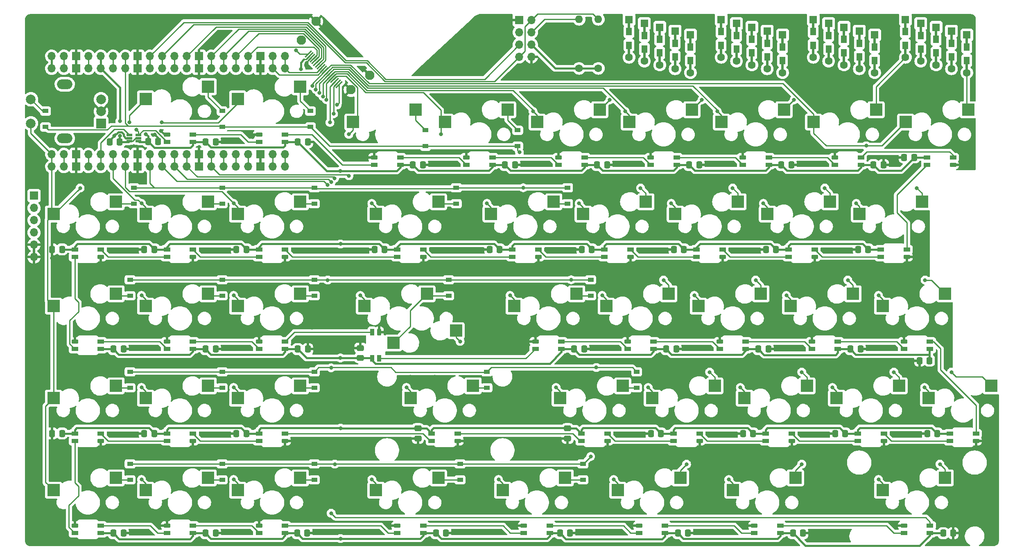
<source format=gbl>
%TF.GenerationSoftware,KiCad,Pcbnew,(6.0.5)*%
%TF.CreationDate,2022-07-20T21:42:13-06:00*%
%TF.ProjectId,kb,6b622e6b-6963-4616-945f-706362585858,rev?*%
%TF.SameCoordinates,Original*%
%TF.FileFunction,Copper,L2,Bot*%
%TF.FilePolarity,Positive*%
%FSLAX46Y46*%
G04 Gerber Fmt 4.6, Leading zero omitted, Abs format (unit mm)*
G04 Created by KiCad (PCBNEW (6.0.5)) date 2022-07-20 21:42:13*
%MOMM*%
%LPD*%
G01*
G04 APERTURE LIST*
G04 Aperture macros list*
%AMRoundRect*
0 Rectangle with rounded corners*
0 $1 Rounding radius*
0 $2 $3 $4 $5 $6 $7 $8 $9 X,Y pos of 4 corners*
0 Add a 4 corners polygon primitive as box body*
4,1,4,$2,$3,$4,$5,$6,$7,$8,$9,$2,$3,0*
0 Add four circle primitives for the rounded corners*
1,1,$1+$1,$2,$3*
1,1,$1+$1,$4,$5*
1,1,$1+$1,$6,$7*
1,1,$1+$1,$8,$9*
0 Add four rect primitives between the rounded corners*
20,1,$1+$1,$2,$3,$4,$5,0*
20,1,$1+$1,$4,$5,$6,$7,0*
20,1,$1+$1,$6,$7,$8,$9,0*
20,1,$1+$1,$8,$9,$2,$3,0*%
%AMRotRect*
0 Rectangle, with rotation*
0 The origin of the aperture is its center*
0 $1 length*
0 $2 width*
0 $3 Rotation angle, in degrees counterclockwise*
0 Add horizontal line*
21,1,$1,$2,0,0,$3*%
G04 Aperture macros list end*
%TA.AperFunction,ComponentPad*%
%ADD10C,1.600000*%
%TD*%
%TA.AperFunction,ComponentPad*%
%ADD11O,1.600000X1.600000*%
%TD*%
%TA.AperFunction,SMDPad,CuDef*%
%ADD12R,2.550000X2.500000*%
%TD*%
%TA.AperFunction,SMDPad,CuDef*%
%ADD13R,1.200000X1.600000*%
%TD*%
%TA.AperFunction,ComponentPad*%
%ADD14R,1.600000X1.600000*%
%TD*%
%TA.AperFunction,SMDPad,CuDef*%
%ADD15R,0.500000X2.900000*%
%TD*%
%TA.AperFunction,WasherPad*%
%ADD16O,3.200000X2.000000*%
%TD*%
%TA.AperFunction,ComponentPad*%
%ADD17R,2.000000X2.000000*%
%TD*%
%TA.AperFunction,ComponentPad*%
%ADD18C,2.000000*%
%TD*%
%TA.AperFunction,ComponentPad*%
%ADD19O,1.700000X1.700000*%
%TD*%
%TA.AperFunction,ComponentPad*%
%ADD20R,1.700000X1.700000*%
%TD*%
%TA.AperFunction,SMDPad,CuDef*%
%ADD21RoundRect,0.250000X-0.337500X-0.475000X0.337500X-0.475000X0.337500X0.475000X-0.337500X0.475000X0*%
%TD*%
%TA.AperFunction,SMDPad,CuDef*%
%ADD22R,1.200000X0.900000*%
%TD*%
%TA.AperFunction,SMDPad,CuDef*%
%ADD23RoundRect,0.250000X0.337500X0.475000X-0.337500X0.475000X-0.337500X-0.475000X0.337500X-0.475000X0*%
%TD*%
%TA.AperFunction,SMDPad,CuDef*%
%ADD24R,1.400000X0.820000*%
%TD*%
%TA.AperFunction,SMDPad,CuDef*%
%ADD25RoundRect,0.205000X-0.495000X-0.205000X0.495000X-0.205000X0.495000X0.205000X-0.495000X0.205000X0*%
%TD*%
%TA.AperFunction,SMDPad,CuDef*%
%ADD26RoundRect,0.205000X0.495000X0.205000X-0.495000X0.205000X-0.495000X-0.205000X0.495000X-0.205000X0*%
%TD*%
%TA.AperFunction,SMDPad,CuDef*%
%ADD27RoundRect,0.250000X-0.475000X0.337500X-0.475000X-0.337500X0.475000X-0.337500X0.475000X0.337500X0*%
%TD*%
%TA.AperFunction,SMDPad,CuDef*%
%ADD28R,0.820000X1.400000*%
%TD*%
%TA.AperFunction,SMDPad,CuDef*%
%ADD29RoundRect,0.205000X0.205000X-0.495000X0.205000X0.495000X-0.205000X0.495000X-0.205000X-0.495000X0*%
%TD*%
%TA.AperFunction,SMDPad,CuDef*%
%ADD30RotRect,1.900000X0.300000X225.000000*%
%TD*%
%TA.AperFunction,ComponentPad*%
%ADD31C,1.950000*%
%TD*%
%TA.AperFunction,SMDPad,CuDef*%
%ADD32RoundRect,0.250000X0.475000X-0.337500X0.475000X0.337500X-0.475000X0.337500X-0.475000X-0.337500X0*%
%TD*%
%TA.AperFunction,SMDPad,CuDef*%
%ADD33RoundRect,0.020000X-0.575000X-0.180000X0.575000X-0.180000X0.575000X0.180000X-0.575000X0.180000X0*%
%TD*%
%TA.AperFunction,ViaPad*%
%ADD34C,0.800000*%
%TD*%
%TA.AperFunction,Conductor*%
%ADD35C,0.381000*%
%TD*%
%TA.AperFunction,Conductor*%
%ADD36C,0.254000*%
%TD*%
G04 APERTURE END LIST*
D10*
%TO.P,R1,1*%
%TO.N,+3V3*%
X142875000Y-57785000D03*
D11*
%TO.P,R1,2*%
%TO.N,/OLED_SDA*%
X142875000Y-47625000D03*
%TD*%
D12*
%TO.P,MX22,1,COL*%
%TO.N,/COL4*%
X125471250Y-106997500D03*
%TO.P,MX22,2,ROW*%
%TO.N,Net-(D22-Pad2)*%
X138398250Y-104457500D03*
%TD*%
D13*
%TO.P,D26,1,K*%
%TO.N,/ROW2*%
X212725000Y-51781250D03*
D14*
X212725000Y-49281250D03*
D15*
X212725000Y-50681250D03*
D13*
%TO.P,D26,2,A*%
%TO.N,Net-(D26-Pad2)*%
X212725000Y-54581250D03*
D10*
X212725000Y-57081250D03*
D15*
X212725000Y-55681250D03*
%TD*%
D12*
%TO.P,MX14,1,COL*%
%TO.N,/COL5*%
X139758750Y-87947500D03*
%TO.P,MX14,2,ROW*%
%TO.N,Net-(D14-Pad2)*%
X152685750Y-85407500D03*
%TD*%
%TO.P,MX2,1,COL*%
%TO.N,/COL2*%
X68321250Y-64135000D03*
%TO.P,MX2,2,ROW*%
%TO.N,Net-(D2-Pad2)*%
X81248250Y-61595000D03*
%TD*%
%TO.P,MX24,1,COL*%
%TO.N,/COL6*%
X163571250Y-106997500D03*
%TO.P,MX24,2,ROW*%
%TO.N,Net-(D24-Pad2)*%
X176498250Y-104457500D03*
%TD*%
D16*
%TO.P,SW1,*%
%TO.N,*%
X32543750Y-61075000D03*
X32543750Y-72275000D03*
D17*
%TO.P,SW1,A,A*%
%TO.N,/ENC_L1*%
X40043750Y-69175000D03*
D18*
%TO.P,SW1,B,B*%
%TO.N,/ENC_L2*%
X40043750Y-64175000D03*
%TO.P,SW1,C,C*%
%TO.N,GND*%
X40043750Y-66675000D03*
%TO.P,SW1,S1,S1*%
%TO.N,Net-(D0-Pad2)*%
X25543750Y-64175000D03*
%TO.P,SW1,S2,S2*%
%TO.N,/COL0*%
X25543750Y-69175000D03*
%TD*%
D12*
%TO.P,MX34,1,COL*%
%TO.N,/COL7*%
X192146250Y-126047500D03*
%TO.P,MX34,2,ROW*%
%TO.N,Net-(D34-Pad2)*%
X205073250Y-123507500D03*
%TD*%
%TO.P,MX15,1,COL*%
%TO.N,/COL6*%
X158808750Y-87947500D03*
%TO.P,MX15,2,ROW*%
%TO.N,Net-(D15-Pad2)*%
X171735750Y-85407500D03*
%TD*%
D13*
%TO.P,D25,1,K*%
%TO.N,/ROW2*%
X193675000Y-51781250D03*
D14*
X193675000Y-49281250D03*
D15*
X193675000Y-50681250D03*
D13*
%TO.P,D25,2,A*%
%TO.N,Net-(D25-Pad2)*%
X193675000Y-54581250D03*
D15*
X193675000Y-55681250D03*
D10*
X193675000Y-57081250D03*
%TD*%
D12*
%TO.P,MX43,1,COL*%
%TO.N,/COL7*%
X201671250Y-145097500D03*
%TO.P,MX43,2,ROW*%
%TO.N,Net-(D43-Pad2)*%
X214598250Y-142557500D03*
%TD*%
%TO.P,MX18,1,COL*%
%TO.N,/COL0*%
X30221250Y-106997500D03*
%TO.P,MX18,2,ROW*%
%TO.N,Net-(D18-Pad2)*%
X43148250Y-104457500D03*
%TD*%
D13*
%TO.P,D8,1,K*%
%TO.N,/ROW0*%
X206375000Y-50193750D03*
D14*
X206375000Y-47693750D03*
D15*
X206375000Y-49093750D03*
D13*
%TO.P,D8,2,A*%
%TO.N,Net-(D8-Pad2)*%
X206375000Y-52993750D03*
D15*
X206375000Y-54093750D03*
D10*
X206375000Y-55493750D03*
%TD*%
D12*
%TO.P,MX7,1,COL*%
%TO.N,/COL7*%
X168333750Y-68897500D03*
%TO.P,MX7,2,ROW*%
%TO.N,Net-(D7-Pad2)*%
X181260750Y-66357500D03*
%TD*%
D10*
%TO.P,R2,1*%
%TO.N,+3V3*%
X138906250Y-57785000D03*
D11*
%TO.P,R2,2*%
%TO.N,/OLED_SCL*%
X138906250Y-47625000D03*
%TD*%
D14*
%TO.P,D5,1,K*%
%TO.N,/ROW0*%
X149225000Y-47693750D03*
D13*
X149225000Y-50193750D03*
D15*
X149225000Y-49093750D03*
D10*
%TO.P,D5,2,A*%
%TO.N,Net-(D5-Pad2)*%
X149225000Y-55493750D03*
D15*
X149225000Y-54093750D03*
D13*
X149225000Y-52993750D03*
%TD*%
D12*
%TO.P,MX26,1,COL*%
%TO.N,/COL8*%
X201671250Y-106997500D03*
%TO.P,MX26,2,ROW*%
%TO.N,Net-(D26-Pad2)*%
X214598250Y-104457500D03*
%TD*%
D14*
%TO.P,D32,1,K*%
%TO.N,/ROW3*%
X158750000Y-50075000D03*
D15*
X158750000Y-51475000D03*
D13*
X158750000Y-52575000D03*
D10*
%TO.P,D32,2,A*%
%TO.N,Net-(D32-Pad2)*%
X158750000Y-57875000D03*
D13*
X158750000Y-55375000D03*
D15*
X158750000Y-56475000D03*
%TD*%
D12*
%TO.P,MX10,1,COL*%
%TO.N,/COL1*%
X49271250Y-87947500D03*
%TO.P,MX10,2,ROW*%
%TO.N,Net-(D10-Pad2)*%
X62198250Y-85407500D03*
%TD*%
%TO.P,MX11,1,COL*%
%TO.N,/COL2*%
X68321250Y-87947500D03*
%TO.P,MX11,2,ROW*%
%TO.N,Net-(D11-Pad2)*%
X81248250Y-85407500D03*
%TD*%
%TO.P,MX27,1,COL*%
%TO.N,/COL0*%
X30221250Y-126047500D03*
%TO.P,MX27,2,ROW*%
%TO.N,Net-(D27-Pad2)*%
X43148250Y-123507500D03*
%TD*%
D14*
%TO.P,D35,1,K*%
%TO.N,/ROW3*%
X215900000Y-50075000D03*
D15*
X215900000Y-51475000D03*
D13*
X215900000Y-52575000D03*
D10*
%TO.P,D35,2,A*%
%TO.N,Net-(D35-Pad2)*%
X215900000Y-57875000D03*
D13*
X215900000Y-55375000D03*
D15*
X215900000Y-56475000D03*
%TD*%
D14*
%TO.P,D44,1,K*%
%TO.N,/ROW4*%
X219075000Y-50868750D03*
D15*
X219075000Y-52268750D03*
D13*
X219075000Y-53368750D03*
D10*
%TO.P,D44,2,A*%
%TO.N,Net-(D44-Pad2)*%
X219075000Y-58668750D03*
D15*
X219075000Y-57268750D03*
D13*
X219075000Y-56168750D03*
%TD*%
D12*
%TO.P,MX25,1,COL*%
%TO.N,/COL7*%
X182621250Y-106997500D03*
%TO.P,MX25,2,ROW*%
%TO.N,Net-(D25-Pad2)*%
X195548250Y-104457500D03*
%TD*%
%TO.P,MX21,1,COL*%
%TO.N,/COL3*%
X113447500Y-112077500D03*
%TO.P,MX21,2,ROW*%
%TO.N,Net-(D21-Pad2)*%
X100520500Y-114617500D03*
%TD*%
%TO.P,MX37,1,COL*%
%TO.N,/COL1*%
X49271250Y-145097500D03*
%TO.P,MX37,2,ROW*%
%TO.N,Net-(D37-Pad2)*%
X62198250Y-142557500D03*
%TD*%
D14*
%TO.P,D41,1,K*%
%TO.N,/ROW4*%
X161925000Y-50868750D03*
D15*
X161925000Y-52268750D03*
D13*
X161925000Y-53368750D03*
D10*
%TO.P,D41,2,A*%
%TO.N,Net-(D41-Pad2)*%
X161925000Y-58668750D03*
D13*
X161925000Y-56168750D03*
D15*
X161925000Y-57268750D03*
%TD*%
D12*
%TO.P,MX13,1,COL*%
%TO.N,/COL4*%
X120708750Y-87947500D03*
%TO.P,MX13,2,ROW*%
%TO.N,Net-(D13-Pad2)*%
X133635750Y-85407500D03*
%TD*%
%TO.P,MX35,1,COL*%
%TO.N,/COL8*%
X211196250Y-126047500D03*
%TO.P,MX35,2,ROW*%
%TO.N,Net-(D35-Pad2)*%
X224123250Y-123507500D03*
%TD*%
D19*
%TO.P,U1,1,GPIO0*%
%TO.N,/COL0*%
X29845000Y-75565000D03*
X29845000Y-78105000D03*
%TO.P,U1,2,GPIO1*%
%TO.N,/ENC_L2*%
X32385000Y-75565000D03*
X32385000Y-78105000D03*
D20*
%TO.P,U1,3,GND*%
%TO.N,GND*%
X34925000Y-78105000D03*
X34925000Y-75565000D03*
D19*
%TO.P,U1,4,GPIO2*%
%TO.N,/ENC_L1*%
X37465000Y-75565000D03*
X37465000Y-78105000D03*
%TO.P,U1,5,GPIO3*%
%TO.N,/RGB_3V3*%
X40005000Y-75565000D03*
X40005000Y-78105000D03*
%TO.P,U1,6,GPIO4*%
%TO.N,/COL1*%
X42545000Y-75565000D03*
X42545000Y-78105000D03*
%TO.P,U1,7,GPIO5*%
%TO.N,/COL2*%
X45085000Y-78105000D03*
X45085000Y-75565000D03*
D20*
%TO.P,U1,8,GND*%
%TO.N,GND*%
X47625000Y-75565000D03*
X47625000Y-78105000D03*
D19*
%TO.P,U1,9,GPIO6*%
%TO.N,/ROW1*%
X50165000Y-75565000D03*
X50165000Y-78105000D03*
%TO.P,U1,10,GPIO7*%
%TO.N,/ROW2*%
X52705000Y-78105000D03*
X52705000Y-75565000D03*
%TO.P,U1,11,GPIO8*%
%TO.N,/ROW3*%
X55245000Y-75565000D03*
X55245000Y-78105000D03*
%TO.P,U1,12,GPIO9*%
%TO.N,/ROW4*%
X57785000Y-75565000D03*
X57785000Y-78105000D03*
D20*
%TO.P,U1,13,GND*%
%TO.N,GND*%
X60325000Y-78105000D03*
X60325000Y-75565000D03*
D19*
%TO.P,U1,14,GPIO10*%
%TO.N,/COL3*%
X62865000Y-75565000D03*
X62865000Y-78105000D03*
%TO.P,U1,15,GPIO11*%
%TO.N,/COL8*%
X65405000Y-78105000D03*
X65405000Y-75565000D03*
%TO.P,U1,16,GPIO12*%
%TO.N,/COL7*%
X67945000Y-78105000D03*
X67945000Y-75565000D03*
%TO.P,U1,17,GPIO13*%
%TO.N,/COL6*%
X70485000Y-75565000D03*
X70485000Y-78105000D03*
D20*
%TO.P,U1,18,GND*%
%TO.N,GND*%
X73025000Y-75565000D03*
X73025000Y-78105000D03*
D19*
%TO.P,U1,19,GPIO14*%
%TO.N,/COL5*%
X75565000Y-75565000D03*
X75565000Y-78105000D03*
%TO.P,U1,20,GPIO15*%
%TO.N,/COL4*%
X78105000Y-78105000D03*
X78105000Y-75565000D03*
%TO.P,U1,21,GPIO16*%
%TO.N,/ENC_R1*%
X78105000Y-57785000D03*
X78105000Y-55245000D03*
%TO.P,U1,22,GPIO17*%
%TO.N,/ENC_R2*%
X75565000Y-55245000D03*
X75565000Y-57785000D03*
D20*
%TO.P,U1,23,GND*%
%TO.N,GND*%
X73025000Y-57785000D03*
X73025000Y-55245000D03*
D19*
%TO.P,U1,24,GPIO18*%
%TO.N,/ROW9*%
X70485000Y-55245000D03*
X70485000Y-57785000D03*
%TO.P,U1,25,GPIO19*%
%TO.N,/ROW8*%
X67945000Y-57785000D03*
X67945000Y-55245000D03*
%TO.P,U1,26,GPIO20*%
%TO.N,/ROW7*%
X65405000Y-55245000D03*
X65405000Y-57785000D03*
%TO.P,U1,27,GPIO21*%
%TO.N,/ROW6*%
X62865000Y-57785000D03*
X62865000Y-55245000D03*
D20*
%TO.P,U1,28,GND*%
%TO.N,GND*%
X60325000Y-55245000D03*
X60325000Y-57785000D03*
D19*
%TO.P,U1,29,GPIO22*%
%TO.N,/ROW5*%
X57785000Y-55245000D03*
X57785000Y-57785000D03*
%TO.P,U1,30,RUN*%
%TO.N,unconnected-(U1-Pad30)*%
X55245000Y-57785000D03*
X55245000Y-55245000D03*
%TO.P,U1,31,GPIO26_ADC0*%
%TO.N,/OLED_SDA*%
X52705000Y-55245000D03*
X52705000Y-57785000D03*
%TO.P,U1,32,GPIO27_ADC1*%
%TO.N,/OLED_SCL*%
X50165000Y-55245000D03*
X50165000Y-57785000D03*
D20*
%TO.P,U1,33,AGND*%
%TO.N,GND*%
X47625000Y-57785000D03*
X47625000Y-55245000D03*
D19*
%TO.P,U1,34,GPIO28_ADC2*%
%TO.N,/ROW0*%
X45085000Y-57785000D03*
X45085000Y-55245000D03*
%TO.P,U1,35,ADC_VREF*%
%TO.N,unconnected-(U1-Pad35)*%
X42545000Y-55245000D03*
X42545000Y-57785000D03*
%TO.P,U1,36,3V3*%
%TO.N,+3V3*%
X40005000Y-57785000D03*
X40005000Y-55245000D03*
%TO.P,U1,37,3V3_EN*%
%TO.N,unconnected-(U1-Pad37)*%
X37465000Y-55245000D03*
X37465000Y-57785000D03*
D20*
%TO.P,U1,38,GND*%
%TO.N,GND*%
X34925000Y-57785000D03*
X34925000Y-55245000D03*
D19*
%TO.P,U1,39,VSYS*%
%TO.N,unconnected-(U1-Pad39)*%
X32385000Y-55245000D03*
X32385000Y-57785000D03*
%TO.P,U1,40,VBUS*%
%TO.N,+5V*%
X29845000Y-55245000D03*
X29845000Y-57785000D03*
%TD*%
D12*
%TO.P,MX28,1,COL*%
%TO.N,/COL1*%
X49271250Y-126047500D03*
%TO.P,MX28,2,ROW*%
%TO.N,Net-(D28-Pad2)*%
X62198250Y-123507500D03*
%TD*%
D14*
%TO.P,D42,1,K*%
%TO.N,/ROW4*%
X180975000Y-50868750D03*
D15*
X180975000Y-52268750D03*
D13*
X180975000Y-53368750D03*
%TO.P,D42,2,A*%
%TO.N,Net-(D42-Pad2)*%
X180975000Y-56168750D03*
D15*
X180975000Y-57268750D03*
D10*
X180975000Y-58668750D03*
%TD*%
D15*
%TO.P,D33,1,K*%
%TO.N,/ROW3*%
X177800000Y-51475000D03*
D14*
X177800000Y-50075000D03*
D13*
X177800000Y-52575000D03*
D15*
%TO.P,D33,2,A*%
%TO.N,Net-(D33-Pad2)*%
X177800000Y-56475000D03*
D10*
X177800000Y-57875000D03*
D13*
X177800000Y-55375000D03*
%TD*%
D12*
%TO.P,MX21_1,1,COL*%
%TO.N,/COL3*%
X94515000Y-106997500D03*
%TO.P,MX21_1,2,ROW*%
%TO.N,Net-(D21-Pad2)*%
X107442000Y-104457500D03*
%TD*%
D13*
%TO.P,D14,1,K*%
%TO.N,/ROW1*%
X152400000Y-50987500D03*
D15*
X152400000Y-49887500D03*
D14*
X152400000Y-48487500D03*
D13*
%TO.P,D14,2,A*%
%TO.N,Net-(D14-Pad2)*%
X152400000Y-53787500D03*
D10*
X152400000Y-56287500D03*
D15*
X152400000Y-54887500D03*
%TD*%
D12*
%TO.P,MX3,1,COL*%
%TO.N,/COL3*%
X92133750Y-68897500D03*
%TO.P,MX3,2,ROW*%
%TO.N,Net-(D3-Pad2)*%
X105060750Y-66357500D03*
%TD*%
D14*
%TO.P,D7,1,K*%
%TO.N,/ROW0*%
X187325000Y-47693750D03*
D15*
X187325000Y-49093750D03*
D13*
X187325000Y-50193750D03*
D10*
%TO.P,D7,2,A*%
%TO.N,Net-(D7-Pad2)*%
X187325000Y-55493750D03*
D13*
X187325000Y-52993750D03*
D15*
X187325000Y-54093750D03*
%TD*%
D12*
%TO.P,MX9,1,COL*%
%TO.N,/COL0*%
X30221250Y-87947500D03*
%TO.P,MX9,2,ROW*%
%TO.N,Net-(D9-Pad2)*%
X43148250Y-85407500D03*
%TD*%
%TO.P,MX1,1,COL*%
%TO.N,/COL1*%
X49271250Y-64135000D03*
%TO.P,MX1,2,ROW*%
%TO.N,Net-(D1-Pad2)*%
X62198250Y-61595000D03*
%TD*%
%TO.P,MX32,1,COL*%
%TO.N,/COL5*%
X154046250Y-126047500D03*
%TO.P,MX32,2,ROW*%
%TO.N,Net-(D32-Pad2)*%
X166973250Y-123507500D03*
%TD*%
D13*
%TO.P,D17,1,K*%
%TO.N,/ROW1*%
X209550000Y-50987500D03*
D14*
X209550000Y-48487500D03*
D15*
X209550000Y-49887500D03*
D13*
%TO.P,D17,2,A*%
%TO.N,Net-(D17-Pad2)*%
X209550000Y-53787500D03*
D10*
X209550000Y-56287500D03*
D15*
X209550000Y-54887500D03*
%TD*%
D14*
%TO.P,D6,1,K*%
%TO.N,/ROW0*%
X168275000Y-47693750D03*
D13*
X168275000Y-50193750D03*
D15*
X168275000Y-49093750D03*
D13*
%TO.P,D6,2,A*%
%TO.N,Net-(D6-Pad2)*%
X168275000Y-52993750D03*
D10*
X168275000Y-55493750D03*
D15*
X168275000Y-54093750D03*
%TD*%
D14*
%TO.P,D23,1,K*%
%TO.N,/ROW2*%
X155575000Y-49281250D03*
D13*
X155575000Y-51781250D03*
D15*
X155575000Y-50681250D03*
D13*
%TO.P,D23,2,A*%
%TO.N,Net-(D23-Pad2)*%
X155575000Y-54581250D03*
D15*
X155575000Y-55681250D03*
D10*
X155575000Y-57081250D03*
%TD*%
D12*
%TO.P,MX40,1,COL*%
%TO.N,/COL4*%
X123090000Y-145097500D03*
%TO.P,MX40,2,ROW*%
%TO.N,Net-(D40-Pad2)*%
X136017000Y-142557500D03*
%TD*%
%TO.P,MX5,1,COL*%
%TO.N,/COL5*%
X130233750Y-68897500D03*
%TO.P,MX5,2,ROW*%
%TO.N,Net-(D5-Pad2)*%
X143160750Y-66357500D03*
%TD*%
%TO.P,MX39,1,COL*%
%TO.N,/COL3*%
X96896250Y-145097500D03*
%TO.P,MX39,2,ROW*%
%TO.N,Net-(D39-Pad2)*%
X109823250Y-142557500D03*
%TD*%
%TO.P,MX16,1,COL*%
%TO.N,/COL7*%
X177858750Y-87947500D03*
%TO.P,MX16,2,ROW*%
%TO.N,Net-(D16-Pad2)*%
X190785750Y-85407500D03*
%TD*%
%TO.P,MX38,1,COL*%
%TO.N,/COL2*%
X68321250Y-145097500D03*
%TO.P,MX38,2,ROW*%
%TO.N,Net-(D38-Pad2)*%
X81248250Y-142557500D03*
%TD*%
D15*
%TO.P,D16,1,K*%
%TO.N,/ROW1*%
X190500000Y-49887500D03*
D14*
X190500000Y-48487500D03*
D13*
X190500000Y-50987500D03*
D15*
%TO.P,D16,2,A*%
%TO.N,Net-(D16-Pad2)*%
X190500000Y-54887500D03*
D13*
X190500000Y-53787500D03*
D10*
X190500000Y-56287500D03*
%TD*%
D12*
%TO.P,MX31,1,COL*%
%TO.N,/COL4*%
X134996250Y-126047500D03*
%TO.P,MX31,2,ROW*%
%TO.N,Net-(D31-Pad2)*%
X147923250Y-123507500D03*
%TD*%
%TO.P,MX8,1,COL*%
%TO.N,/COL8*%
X187383750Y-68897500D03*
%TO.P,MX8,2,ROW*%
%TO.N,Net-(D8-Pad2)*%
X200310750Y-66357500D03*
%TD*%
%TO.P,MX41,1,COL*%
%TO.N,/COL5*%
X146902500Y-145097500D03*
%TO.P,MX41,2,ROW*%
%TO.N,Net-(D41-Pad2)*%
X159829500Y-142557500D03*
%TD*%
%TO.P,MX20,1,COL*%
%TO.N,/COL2*%
X68321250Y-106997500D03*
%TO.P,MX20,2,ROW*%
%TO.N,Net-(D20-Pad2)*%
X81248250Y-104457500D03*
%TD*%
%TO.P,MX17,1,COL*%
%TO.N,/COL8*%
X196908750Y-87947500D03*
%TO.P,MX17,2,ROW*%
%TO.N,Net-(D17-Pad2)*%
X209835750Y-85407500D03*
%TD*%
%TO.P,MX4,1,COL*%
%TO.N,/COL4*%
X111183750Y-68897500D03*
%TO.P,MX4,2,ROW*%
%TO.N,Net-(D4-Pad2)*%
X124110750Y-66357500D03*
%TD*%
D13*
%TO.P,D24,1,K*%
%TO.N,/ROW2*%
X174625000Y-51781250D03*
D14*
X174625000Y-49281250D03*
D15*
X174625000Y-50681250D03*
D10*
%TO.P,D24,2,A*%
%TO.N,Net-(D24-Pad2)*%
X174625000Y-57081250D03*
D13*
X174625000Y-54581250D03*
D15*
X174625000Y-55681250D03*
%TD*%
D12*
%TO.P,MX42,1,COL*%
%TO.N,/COL6*%
X170715000Y-145097500D03*
%TO.P,MX42,2,ROW*%
%TO.N,Net-(D42-Pad2)*%
X183642000Y-142557500D03*
%TD*%
%TO.P,MX23,1,COL*%
%TO.N,/COL5*%
X144521250Y-106997500D03*
%TO.P,MX23,2,ROW*%
%TO.N,Net-(D23-Pad2)*%
X157448250Y-104457500D03*
%TD*%
%TO.P,MX33,1,COL*%
%TO.N,/COL6*%
X173096250Y-126047500D03*
%TO.P,MX33,2,ROW*%
%TO.N,Net-(D33-Pad2)*%
X186023250Y-123507500D03*
%TD*%
%TO.P,MX36,1,COL*%
%TO.N,/COL0*%
X30221250Y-145097500D03*
%TO.P,MX36,2,ROW*%
%TO.N,Net-(D36-Pad2)*%
X43148250Y-142557500D03*
%TD*%
D15*
%TO.P,D34,1,K*%
%TO.N,/ROW3*%
X196850000Y-51475000D03*
D14*
X196850000Y-50075000D03*
D13*
X196850000Y-52575000D03*
D10*
%TO.P,D34,2,A*%
%TO.N,Net-(D34-Pad2)*%
X196850000Y-57875000D03*
D13*
X196850000Y-55375000D03*
D15*
X196850000Y-56475000D03*
%TD*%
D12*
%TO.P,MX12,1,COL*%
%TO.N,/COL3*%
X96896250Y-87947500D03*
%TO.P,MX12,2,ROW*%
%TO.N,Net-(D12-Pad2)*%
X109823250Y-85407500D03*
%TD*%
D15*
%TO.P,D43,1,K*%
%TO.N,/ROW4*%
X200025000Y-52268750D03*
D13*
X200025000Y-53368750D03*
D14*
X200025000Y-50868750D03*
D13*
%TO.P,D43,2,A*%
%TO.N,Net-(D43-Pad2)*%
X200025000Y-56168750D03*
D10*
X200025000Y-58668750D03*
D15*
X200025000Y-57268750D03*
%TD*%
D12*
%TO.P,MX30,1,COL*%
%TO.N,/COL3*%
X104040000Y-126047500D03*
%TO.P,MX30,2,ROW*%
%TO.N,Net-(D30-Pad2)*%
X116967000Y-123507500D03*
%TD*%
%TO.P,MX29,1,COL*%
%TO.N,/COL2*%
X68321250Y-126047500D03*
%TO.P,MX29,2,ROW*%
%TO.N,Net-(D29-Pad2)*%
X81248250Y-123507500D03*
%TD*%
D13*
%TO.P,D15,1,K*%
%TO.N,/ROW1*%
X171450000Y-50987500D03*
D15*
X171450000Y-49887500D03*
D14*
X171450000Y-48487500D03*
D15*
%TO.P,D15,2,A*%
%TO.N,Net-(D15-Pad2)*%
X171450000Y-54887500D03*
D13*
X171450000Y-53787500D03*
D10*
X171450000Y-56287500D03*
%TD*%
D12*
%TO.P,MX19,1,COL*%
%TO.N,/COL1*%
X49271250Y-106997500D03*
%TO.P,MX19,2,ROW*%
%TO.N,Net-(D19-Pad2)*%
X62198250Y-104457500D03*
%TD*%
%TO.P,MX6,1,COL*%
%TO.N,/COL6*%
X149283750Y-68897500D03*
%TO.P,MX6,2,ROW*%
%TO.N,Net-(D6-Pad2)*%
X162210750Y-66357500D03*
%TD*%
%TO.P,MX44,1,COL*%
%TO.N,/COL8*%
X206433750Y-68897500D03*
%TO.P,MX44,2,ROW*%
%TO.N,Net-(D44-Pad2)*%
X219360750Y-66357500D03*
%TD*%
D21*
%TO.P,C3,1*%
%TO.N,+5V*%
X104531250Y-77787500D03*
%TO.P,C3,2*%
%TO.N,GND*%
X106606250Y-77787500D03*
%TD*%
D22*
%TO.P,D12,1,K*%
%TO.N,/ROW1*%
X113506250Y-82487500D03*
%TO.P,D12,2,A*%
%TO.N,Net-(D12-Pad2)*%
X113506250Y-85787500D03*
%TD*%
D20*
%TO.P,J6,1,Pin_1*%
%TO.N,+5V*%
X26193750Y-84137500D03*
D19*
%TO.P,J6,2,Pin_2*%
X26193750Y-86677500D03*
%TO.P,J6,3,Pin_3*%
%TO.N,/RGB_5V*%
X26193750Y-89217500D03*
%TO.P,J6,4,Pin_4*%
%TO.N,/RGB_TO_RIGHT*%
X26193750Y-91757500D03*
%TO.P,J6,5,Pin_5*%
%TO.N,GND*%
X26193750Y-94297500D03*
%TO.P,J6,6,Pin_6*%
X26193750Y-96837500D03*
%TD*%
D22*
%TO.P,D38,1,K*%
%TO.N,/ROW4*%
X84137500Y-139637500D03*
%TO.P,D38,2,A*%
%TO.N,Net-(D38-Pad2)*%
X84137500Y-142937500D03*
%TD*%
%TO.P,D39,1,K*%
%TO.N,/ROW4*%
X114300000Y-139637500D03*
%TO.P,D39,2,A*%
%TO.N,Net-(D39-Pad2)*%
X114300000Y-142937500D03*
%TD*%
%TO.P,D36,1,K*%
%TO.N,/ROW4*%
X46037500Y-139637500D03*
%TO.P,D36,2,A*%
%TO.N,Net-(D36-Pad2)*%
X46037500Y-142937500D03*
%TD*%
D23*
%TO.P,C26,1*%
%TO.N,+5V*%
X211381250Y-118268750D03*
%TO.P,C26,2*%
%TO.N,GND*%
X209306250Y-118268750D03*
%TD*%
D24*
%TO.P,D110,1,VDD*%
%TO.N,+5V*%
X53656250Y-95293750D03*
%TO.P,D110,2,DOUT*%
%TO.N,Net-(D109-Pad4)*%
X53656250Y-96793750D03*
D25*
%TO.P,D110,3,VSS*%
%TO.N,GND*%
X59056250Y-96793750D03*
D24*
%TO.P,D110,4,DIN*%
%TO.N,Net-(D110-Pad4)*%
X59056250Y-95293750D03*
%TD*%
D21*
%TO.P,C46,1*%
%TO.N,+5V*%
X49762500Y-72898000D03*
%TO.P,C46,2*%
%TO.N,GND*%
X51837500Y-72898000D03*
%TD*%
%TO.P,C8,1*%
%TO.N,+5V*%
X199781250Y-77787500D03*
%TO.P,C8,2*%
%TO.N,GND*%
X201856250Y-77787500D03*
%TD*%
D24*
%TO.P,D138,1,VDD*%
%TO.N,+5V*%
X78106250Y-153943750D03*
%TO.P,D138,2,DOUT*%
%TO.N,Net-(D138-Pad2)*%
X78106250Y-152443750D03*
D26*
%TO.P,D138,3,VSS*%
%TO.N,GND*%
X72706250Y-152443750D03*
D24*
%TO.P,D138,4,DIN*%
%TO.N,Net-(D137-Pad2)*%
X72706250Y-153943750D03*
%TD*%
%TO.P,D101,1,VDD*%
%TO.N,+5V*%
X59056250Y-72981250D03*
%TO.P,D101,2,DOUT*%
%TO.N,Net-(D101-Pad2)*%
X59056250Y-71481250D03*
D26*
%TO.P,D101,3,VSS*%
%TO.N,GND*%
X53656250Y-71481250D03*
D24*
%TO.P,D101,4,DIN*%
%TO.N,/RGB_5V*%
X53656250Y-72981250D03*
%TD*%
D22*
%TO.P,D40,1,K*%
%TO.N,/ROW4*%
X139700000Y-139637500D03*
%TO.P,D40,2,A*%
%TO.N,Net-(D40-Pad2)*%
X139700000Y-142937500D03*
%TD*%
%TO.P,D22,1,K*%
%TO.N,/ROW2*%
X141287500Y-101537500D03*
%TO.P,D22,2,A*%
%TO.N,Net-(D22-Pad2)*%
X141287500Y-104837500D03*
%TD*%
%TO.P,D29,1,K*%
%TO.N,/ROW3*%
X84137500Y-120587500D03*
%TO.P,D29,2,A*%
%TO.N,Net-(D29-Pad2)*%
X84137500Y-123887500D03*
%TD*%
D23*
%TO.P,C34,1*%
%TO.N,+5V*%
X193918750Y-133350000D03*
%TO.P,C34,2*%
%TO.N,GND*%
X191843750Y-133350000D03*
%TD*%
D24*
%TO.P,D130,1,VDD*%
%TO.N,+5V*%
X108425000Y-133393750D03*
%TO.P,D130,2,DOUT*%
%TO.N,Net-(D129-Pad4)*%
X108425000Y-134893750D03*
D25*
%TO.P,D130,3,VSS*%
%TO.N,GND*%
X113825000Y-134893750D03*
D24*
%TO.P,D130,4,DIN*%
%TO.N,Net-(D130-Pad4)*%
X113825000Y-133393750D03*
%TD*%
D23*
%TO.P,C27,1*%
%TO.N,+5V*%
X31993750Y-133350000D03*
%TO.P,C27,2*%
%TO.N,GND*%
X29918750Y-133350000D03*
%TD*%
D24*
%TO.P,D117,1,VDD*%
%TO.N,+5V*%
X201293750Y-95293750D03*
%TO.P,D117,2,DOUT*%
%TO.N,Net-(D116-Pad4)*%
X201293750Y-96793750D03*
D25*
%TO.P,D117,3,VSS*%
%TO.N,GND*%
X206693750Y-96793750D03*
D24*
%TO.P,D117,4,DIN*%
%TO.N,Net-(D117-Pad4)*%
X206693750Y-95293750D03*
%TD*%
%TO.P,D144,1,VDD*%
%TO.N,+5V*%
X210818750Y-76243750D03*
%TO.P,D144,2,DOUT*%
%TO.N,Net-(D117-Pad4)*%
X210818750Y-77743750D03*
D25*
%TO.P,D144,3,VSS*%
%TO.N,GND*%
X216218750Y-77743750D03*
D24*
%TO.P,D144,4,DIN*%
%TO.N,Net-(D108-Pad2)*%
X216218750Y-76243750D03*
%TD*%
D23*
%TO.P,C32,1*%
%TO.N,+5V*%
X155818750Y-133350000D03*
%TO.P,C32,2*%
%TO.N,GND*%
X153743750Y-133350000D03*
%TD*%
D24*
%TO.P,D106,1,VDD*%
%TO.N,+5V*%
X159068750Y-77743750D03*
%TO.P,D106,2,DOUT*%
%TO.N,Net-(D106-Pad2)*%
X159068750Y-76243750D03*
D26*
%TO.P,D106,3,VSS*%
%TO.N,GND*%
X153668750Y-76243750D03*
D24*
%TO.P,D106,4,DIN*%
%TO.N,Net-(D105-Pad2)*%
X153668750Y-77743750D03*
%TD*%
D21*
%TO.P,C40,1*%
%TO.N,+5V*%
X134947750Y-153987500D03*
%TO.P,C40,2*%
%TO.N,GND*%
X137022750Y-153987500D03*
%TD*%
D24*
%TO.P,D137,1,VDD*%
%TO.N,+5V*%
X59056250Y-153943750D03*
%TO.P,D137,2,DOUT*%
%TO.N,Net-(D137-Pad2)*%
X59056250Y-152443750D03*
D26*
%TO.P,D137,3,VSS*%
%TO.N,GND*%
X53656250Y-152443750D03*
D24*
%TO.P,D137,4,DIN*%
%TO.N,Net-(D136-Pad2)*%
X53656250Y-153943750D03*
%TD*%
D21*
%TO.P,C39,1*%
%TO.N,+5V*%
X109293750Y-153987500D03*
%TO.P,C39,2*%
%TO.N,GND*%
X111368750Y-153987500D03*
%TD*%
D22*
%TO.P,D28,1,K*%
%TO.N,/ROW3*%
X65087500Y-120587500D03*
%TO.P,D28,2,A*%
%TO.N,Net-(D28-Pad2)*%
X65087500Y-123887500D03*
%TD*%
D24*
%TO.P,D128,1,VDD*%
%TO.N,+5V*%
X53656250Y-133393750D03*
%TO.P,D128,2,DOUT*%
%TO.N,Net-(D127-Pad4)*%
X53656250Y-134893750D03*
D25*
%TO.P,D128,3,VSS*%
%TO.N,GND*%
X59056250Y-134893750D03*
D24*
%TO.P,D128,4,DIN*%
%TO.N,Net-(D128-Pad4)*%
X59056250Y-133393750D03*
%TD*%
%TO.P,D136,1,VDD*%
%TO.N,+5V*%
X40006250Y-153943750D03*
%TO.P,D136,2,DOUT*%
%TO.N,Net-(D136-Pad2)*%
X40006250Y-152443750D03*
D26*
%TO.P,D136,3,VSS*%
%TO.N,GND*%
X34606250Y-152443750D03*
D24*
%TO.P,D136,4,DIN*%
%TO.N,Net-(D127-Pad2)*%
X34606250Y-153943750D03*
%TD*%
%TO.P,D109,1,VDD*%
%TO.N,+5V*%
X34606250Y-95293750D03*
%TO.P,D109,2,DOUT*%
%TO.N,Net-(D109-Pad2)*%
X34606250Y-96793750D03*
D25*
%TO.P,D109,3,VSS*%
%TO.N,GND*%
X40006250Y-96793750D03*
D24*
%TO.P,D109,4,DIN*%
%TO.N,Net-(D109-Pad4)*%
X40006250Y-95293750D03*
%TD*%
%TO.P,D127,1,VDD*%
%TO.N,+5V*%
X34606250Y-133393750D03*
%TO.P,D127,2,DOUT*%
%TO.N,Net-(D127-Pad2)*%
X34606250Y-134893750D03*
D25*
%TO.P,D127,3,VSS*%
%TO.N,GND*%
X40006250Y-134893750D03*
D24*
%TO.P,D127,4,DIN*%
%TO.N,Net-(D127-Pad4)*%
X40006250Y-133393750D03*
%TD*%
%TO.P,D119,1,VDD*%
%TO.N,+5V*%
X59056250Y-115843750D03*
%TO.P,D119,2,DOUT*%
%TO.N,Net-(D119-Pad2)*%
X59056250Y-114343750D03*
D26*
%TO.P,D119,3,VSS*%
%TO.N,GND*%
X53656250Y-114343750D03*
D24*
%TO.P,D119,4,DIN*%
%TO.N,Net-(D118-Pad2)*%
X53656250Y-115843750D03*
%TD*%
D27*
%TO.P,C30,1*%
%TO.N,+5V*%
X105568750Y-132312500D03*
%TO.P,C30,2*%
%TO.N,GND*%
X105568750Y-134387500D03*
%TD*%
D23*
%TO.P,C17,1*%
%TO.N,+5V*%
X198681250Y-95250000D03*
%TO.P,C17,2*%
%TO.N,GND*%
X196606250Y-95250000D03*
%TD*%
D24*
%TO.P,D104,1,VDD*%
%TO.N,+5V*%
X120968750Y-77743750D03*
%TO.P,D104,2,DOUT*%
%TO.N,Net-(D104-Pad2)*%
X120968750Y-76243750D03*
D26*
%TO.P,D104,3,VSS*%
%TO.N,GND*%
X115568750Y-76243750D03*
D24*
%TO.P,D104,4,DIN*%
%TO.N,Net-(D103-Pad2)*%
X115568750Y-77743750D03*
%TD*%
D21*
%TO.P,C19,1*%
%TO.N,+5V*%
X61668750Y-115887500D03*
%TO.P,C19,2*%
%TO.N,GND*%
X63743750Y-115887500D03*
%TD*%
D22*
%TO.P,D4,1,K*%
%TO.N,/ROW0*%
X126206250Y-73881250D03*
%TO.P,D4,2,A*%
%TO.N,Net-(D4-Pad2)*%
X126206250Y-70581250D03*
%TD*%
D21*
%TO.P,C2,1*%
%TO.N,+5V*%
X80718750Y-73025000D03*
%TO.P,C2,2*%
%TO.N,GND*%
X82793750Y-73025000D03*
%TD*%
D22*
%TO.P,D18,1,K*%
%TO.N,/ROW2*%
X46037500Y-101537500D03*
%TO.P,D18,2,A*%
%TO.N,Net-(D18-Pad2)*%
X46037500Y-104837500D03*
%TD*%
%TO.P,D11,1,K*%
%TO.N,/ROW1*%
X84137500Y-82487500D03*
%TO.P,D11,2,A*%
%TO.N,Net-(D11-Pad2)*%
X84137500Y-85787500D03*
%TD*%
D24*
%TO.P,D114,1,VDD*%
%TO.N,+5V*%
X144143750Y-95293750D03*
%TO.P,D114,2,DOUT*%
%TO.N,Net-(D113-Pad4)*%
X144143750Y-96793750D03*
D25*
%TO.P,D114,3,VSS*%
%TO.N,GND*%
X149543750Y-96793750D03*
D24*
%TO.P,D114,4,DIN*%
%TO.N,Net-(D114-Pad4)*%
X149543750Y-95293750D03*
%TD*%
D21*
%TO.P,C43,1*%
%TO.N,+5V*%
X214195750Y-153987500D03*
%TO.P,C43,2*%
%TO.N,GND*%
X216270750Y-153987500D03*
%TD*%
%TO.P,C42,1*%
%TO.N,+5V*%
X183112500Y-153987500D03*
%TO.P,C42,2*%
%TO.N,GND*%
X185187500Y-153987500D03*
%TD*%
D22*
%TO.P,D31,1,K*%
%TO.N,/ROW3*%
X150812500Y-120587500D03*
%TO.P,D31,2,A*%
%TO.N,Net-(D31-Pad2)*%
X150812500Y-123887500D03*
%TD*%
D24*
%TO.P,D132,1,VDD*%
%TO.N,+5V*%
X158431250Y-133393750D03*
%TO.P,D132,2,DOUT*%
%TO.N,Net-(D131-Pad4)*%
X158431250Y-134893750D03*
D25*
%TO.P,D132,3,VSS*%
%TO.N,GND*%
X163831250Y-134893750D03*
D24*
%TO.P,D132,4,DIN*%
%TO.N,Net-(D132-Pad4)*%
X163831250Y-133393750D03*
%TD*%
%TO.P,D108,1,VDD*%
%TO.N,+5V*%
X197168750Y-77743750D03*
%TO.P,D108,2,DOUT*%
%TO.N,Net-(D108-Pad2)*%
X197168750Y-76243750D03*
D26*
%TO.P,D108,3,VSS*%
%TO.N,GND*%
X191768750Y-76243750D03*
D24*
%TO.P,D108,4,DIN*%
%TO.N,Net-(D107-Pad2)*%
X191768750Y-77743750D03*
%TD*%
D22*
%TO.P,D37,1,K*%
%TO.N,/ROW4*%
X65087500Y-139637500D03*
%TO.P,D37,2,A*%
%TO.N,Net-(D37-Pad2)*%
X65087500Y-142937500D03*
%TD*%
D28*
%TO.P,D121,1,VDD*%
%TO.N,+5V*%
X96087500Y-117793750D03*
%TO.P,D121,2,DOUT*%
%TO.N,Net-(D121-Pad2)*%
X97587500Y-117793750D03*
D29*
%TO.P,D121,3,VSS*%
%TO.N,GND*%
X97587500Y-112393750D03*
D28*
%TO.P,D121,4,DIN*%
%TO.N,Net-(D120-Pad2)*%
X96087500Y-112393750D03*
%TD*%
D24*
%TO.P,D112,1,VDD*%
%TO.N,+5V*%
X101281250Y-95293750D03*
%TO.P,D112,2,DOUT*%
%TO.N,Net-(D111-Pad4)*%
X101281250Y-96793750D03*
D25*
%TO.P,D112,3,VSS*%
%TO.N,GND*%
X106681250Y-96793750D03*
D24*
%TO.P,D112,4,DIN*%
%TO.N,Net-(D112-Pad4)*%
X106681250Y-95293750D03*
%TD*%
D21*
%TO.P,C1,1*%
%TO.N,+5V*%
X61668750Y-73025000D03*
%TO.P,C1,2*%
%TO.N,GND*%
X63743750Y-73025000D03*
%TD*%
%TO.P,C36,1*%
%TO.N,+5V*%
X42618750Y-153987500D03*
%TO.P,C36,2*%
%TO.N,GND*%
X44693750Y-153987500D03*
%TD*%
D24*
%TO.P,D105,1,VDD*%
%TO.N,+5V*%
X140018750Y-77743750D03*
%TO.P,D105,2,DOUT*%
%TO.N,Net-(D105-Pad2)*%
X140018750Y-76243750D03*
D26*
%TO.P,D105,3,VSS*%
%TO.N,GND*%
X134618750Y-76243750D03*
D24*
%TO.P,D105,4,DIN*%
%TO.N,Net-(D104-Pad2)*%
X134618750Y-77743750D03*
%TD*%
%TO.P,D125,1,VDD*%
%TO.N,+5V*%
X192406250Y-115843750D03*
%TO.P,D125,2,DOUT*%
%TO.N,Net-(D125-Pad2)*%
X192406250Y-114343750D03*
D26*
%TO.P,D125,3,VSS*%
%TO.N,GND*%
X187006250Y-114343750D03*
D24*
%TO.P,D125,4,DIN*%
%TO.N,Net-(D124-Pad2)*%
X187006250Y-115843750D03*
%TD*%
D27*
%TO.P,C31,1*%
%TO.N,+5V*%
X136525000Y-132312500D03*
%TO.P,C31,2*%
%TO.N,GND*%
X136525000Y-134387500D03*
%TD*%
D30*
%TO.P,J2,1,1*%
%TO.N,/COL0*%
X89235875Y-61150389D03*
%TO.P,J2,2,2*%
%TO.N,/COL1*%
X88882322Y-60796836D03*
%TO.P,J2,3,3*%
%TO.N,/COL2*%
X88528769Y-60443282D03*
%TO.P,J2,4,4*%
%TO.N,/COL3*%
X88175215Y-60089729D03*
%TO.P,J2,5,5*%
%TO.N,/COL4*%
X87821662Y-59736175D03*
%TO.P,J2,6,6*%
%TO.N,/COL5*%
X87468108Y-59382622D03*
%TO.P,J2,7,7*%
%TO.N,/COL6*%
X87114555Y-59029069D03*
%TO.P,J2,8,8*%
%TO.N,/COL7*%
X86761002Y-58675515D03*
%TO.P,J2,9,9*%
%TO.N,/COL8*%
X86407448Y-58321962D03*
%TO.P,J2,10,10*%
%TO.N,/ENC_R2*%
X86053895Y-57968408D03*
%TO.P,J2,11,11*%
%TO.N,/ENC_R1*%
X85700342Y-57614855D03*
%TO.P,J2,12,12*%
%TO.N,/ROW5*%
X85346788Y-57261302D03*
%TO.P,J2,13,13*%
%TO.N,/ROW6*%
X84993235Y-56907748D03*
%TO.P,J2,14,14*%
%TO.N,/ROW7*%
X84639681Y-56554195D03*
%TO.P,J2,15,15*%
%TO.N,/ROW8*%
X84286128Y-56200642D03*
%TO.P,J2,16,16*%
%TO.N,/ROW9*%
X83932575Y-55847088D03*
%TO.P,J2,17,17*%
%TO.N,GND*%
X83579021Y-55493535D03*
%TO.P,J2,18,18*%
%TO.N,+5V*%
X83225468Y-55139981D03*
%TO.P,J2,19,19*%
%TO.N,/RGB_TO_RIGHT*%
X82871914Y-54786428D03*
D31*
%TO.P,J2,S1,SHIELD*%
%TO.N,GND*%
X91710749Y-62211049D03*
%TO.P,J2,S2,SHIELD*%
X81457701Y-51958001D03*
%TO.P,J2,S3,SHIELD*%
X84498260Y-48068914D03*
%TO.P,J2,S4,SHIELD*%
X95599836Y-59170490D03*
%TD*%
D24*
%TO.P,D139,1,VDD*%
%TO.N,+5V*%
X106681250Y-153943750D03*
%TO.P,D139,2,DOUT*%
%TO.N,Net-(D139-Pad2)*%
X106681250Y-152443750D03*
D26*
%TO.P,D139,3,VSS*%
%TO.N,GND*%
X101281250Y-152443750D03*
D24*
%TO.P,D139,4,DIN*%
%TO.N,Net-(D138-Pad2)*%
X101281250Y-153943750D03*
%TD*%
D23*
%TO.P,C12,1*%
%TO.N,+5V*%
X98668750Y-95250000D03*
%TO.P,C12,2*%
%TO.N,GND*%
X96593750Y-95250000D03*
%TD*%
D21*
%TO.P,C20,1*%
%TO.N,+5V*%
X80718750Y-115887500D03*
%TO.P,C20,2*%
%TO.N,GND*%
X82793750Y-115887500D03*
%TD*%
D24*
%TO.P,D113,1,VDD*%
%TO.N,+5V*%
X125093750Y-95293750D03*
%TO.P,D113,2,DOUT*%
%TO.N,Net-(D112-Pad4)*%
X125093750Y-96793750D03*
D25*
%TO.P,D113,3,VSS*%
%TO.N,GND*%
X130493750Y-96793750D03*
D24*
%TO.P,D113,4,DIN*%
%TO.N,Net-(D113-Pad4)*%
X130493750Y-95293750D03*
%TD*%
D32*
%TO.P,C21,1*%
%TO.N,+5V*%
X93662500Y-117718750D03*
%TO.P,C21,2*%
%TO.N,GND*%
X93662500Y-115643750D03*
%TD*%
D21*
%TO.P,C6,1*%
%TO.N,+5V*%
X161681250Y-77787500D03*
%TO.P,C6,2*%
%TO.N,GND*%
X163756250Y-77787500D03*
%TD*%
D22*
%TO.P,D0,1,K*%
%TO.N,/ROW0*%
X28575000Y-69912500D03*
%TO.P,D0,2,A*%
%TO.N,Net-(D0-Pad2)*%
X28575000Y-66612500D03*
%TD*%
%TO.P,D30,1,K*%
%TO.N,/ROW3*%
X119856250Y-120587500D03*
%TO.P,D30,2,A*%
%TO.N,Net-(D30-Pad2)*%
X119856250Y-123887500D03*
%TD*%
D23*
%TO.P,C11,1*%
%TO.N,+5V*%
X70093750Y-95250000D03*
%TO.P,C11,2*%
%TO.N,GND*%
X68018750Y-95250000D03*
%TD*%
D24*
%TO.P,D131,1,VDD*%
%TO.N,+5V*%
X139381250Y-133393750D03*
%TO.P,D131,2,DOUT*%
%TO.N,Net-(D130-Pad4)*%
X139381250Y-134893750D03*
D25*
%TO.P,D131,3,VSS*%
%TO.N,GND*%
X144781250Y-134893750D03*
D24*
%TO.P,D131,4,DIN*%
%TO.N,Net-(D131-Pad4)*%
X144781250Y-133393750D03*
%TD*%
%TO.P,D135,1,VDD*%
%TO.N,+5V*%
X215581250Y-133393750D03*
%TO.P,D135,2,DOUT*%
%TO.N,Net-(D134-Pad4)*%
X215581250Y-134893750D03*
D25*
%TO.P,D135,3,VSS*%
%TO.N,GND*%
X220981250Y-134893750D03*
D24*
%TO.P,D135,4,DIN*%
%TO.N,Net-(D126-Pad2)*%
X220981250Y-133393750D03*
%TD*%
D21*
%TO.P,C22,1*%
%TO.N,+5V*%
X137868750Y-115887500D03*
%TO.P,C22,2*%
%TO.N,GND*%
X139943750Y-115887500D03*
%TD*%
D24*
%TO.P,D120,1,VDD*%
%TO.N,+5V*%
X78106250Y-115843750D03*
%TO.P,D120,2,DOUT*%
%TO.N,Net-(D120-Pad2)*%
X78106250Y-114343750D03*
D26*
%TO.P,D120,3,VSS*%
%TO.N,GND*%
X72706250Y-114343750D03*
D24*
%TO.P,D120,4,DIN*%
%TO.N,Net-(D119-Pad2)*%
X72706250Y-115843750D03*
%TD*%
%TO.P,D143,1,VDD*%
%TO.N,+5V*%
X211456250Y-153943750D03*
%TO.P,D143,2,DOUT*%
%TO.N,/RGB_TO_RIGHT*%
X211456250Y-152443750D03*
D26*
%TO.P,D143,3,VSS*%
%TO.N,GND*%
X206056250Y-152443750D03*
D24*
%TO.P,D143,4,DIN*%
%TO.N,Net-(D142-Pad2)*%
X206056250Y-153943750D03*
%TD*%
D23*
%TO.P,C16,1*%
%TO.N,+5V*%
X179631250Y-95250000D03*
%TO.P,C16,2*%
%TO.N,GND*%
X177556250Y-95250000D03*
%TD*%
D22*
%TO.P,D1,1,K*%
%TO.N,/ROW0*%
X65087500Y-69912500D03*
%TO.P,D1,2,A*%
%TO.N,Net-(D1-Pad2)*%
X65087500Y-66612500D03*
%TD*%
D21*
%TO.P,C37,1*%
%TO.N,+5V*%
X61668750Y-153987500D03*
%TO.P,C37,2*%
%TO.N,GND*%
X63743750Y-153987500D03*
%TD*%
D23*
%TO.P,C9,1*%
%TO.N,+5V*%
X31993750Y-95250000D03*
%TO.P,C9,2*%
%TO.N,GND*%
X29918750Y-95250000D03*
%TD*%
D22*
%TO.P,D21,1,K*%
%TO.N,/ROW2*%
X111918750Y-101537500D03*
%TO.P,D21,2,A*%
%TO.N,Net-(D21-Pad2)*%
X111918750Y-104837500D03*
%TD*%
D21*
%TO.P,C24,1*%
%TO.N,+5V*%
X175968750Y-115887500D03*
%TO.P,C24,2*%
%TO.N,GND*%
X178043750Y-115887500D03*
%TD*%
D24*
%TO.P,D141,1,VDD*%
%TO.N,+5V*%
X156687500Y-153943750D03*
%TO.P,D141,2,DOUT*%
%TO.N,Net-(D141-Pad2)*%
X156687500Y-152443750D03*
D26*
%TO.P,D141,3,VSS*%
%TO.N,GND*%
X151287500Y-152443750D03*
D24*
%TO.P,D141,4,DIN*%
%TO.N,Net-(D140-Pad2)*%
X151287500Y-153943750D03*
%TD*%
D23*
%TO.P,C35,1*%
%TO.N,+5V*%
X212968750Y-133350000D03*
%TO.P,C35,2*%
%TO.N,GND*%
X210893750Y-133350000D03*
%TD*%
D24*
%TO.P,D126,1,VDD*%
%TO.N,+5V*%
X211456250Y-115843750D03*
%TO.P,D126,2,DOUT*%
%TO.N,Net-(D126-Pad2)*%
X211456250Y-114343750D03*
D26*
%TO.P,D126,3,VSS*%
%TO.N,GND*%
X206056250Y-114343750D03*
D24*
%TO.P,D126,4,DIN*%
%TO.N,Net-(D125-Pad2)*%
X206056250Y-115843750D03*
%TD*%
D22*
%TO.P,D20,1,K*%
%TO.N,/ROW2*%
X84137500Y-101537500D03*
%TO.P,D20,2,A*%
%TO.N,Net-(D20-Pad2)*%
X84137500Y-104837500D03*
%TD*%
D21*
%TO.P,C4,1*%
%TO.N,+5V*%
X123581250Y-77787500D03*
%TO.P,C4,2*%
%TO.N,GND*%
X125656250Y-77787500D03*
%TD*%
D22*
%TO.P,D9,1,K*%
%TO.N,/ROW1*%
X46831250Y-82487500D03*
%TO.P,D9,2,A*%
%TO.N,Net-(D9-Pad2)*%
X46831250Y-85787500D03*
%TD*%
D21*
%TO.P,C18,1*%
%TO.N,+5V*%
X42618750Y-115887500D03*
%TO.P,C18,2*%
%TO.N,GND*%
X44693750Y-115887500D03*
%TD*%
D24*
%TO.P,D134,1,VDD*%
%TO.N,+5V*%
X196531250Y-133393750D03*
%TO.P,D134,2,DOUT*%
%TO.N,Net-(D133-Pad4)*%
X196531250Y-134893750D03*
D25*
%TO.P,D134,3,VSS*%
%TO.N,GND*%
X201931250Y-134893750D03*
D24*
%TO.P,D134,4,DIN*%
%TO.N,Net-(D134-Pad4)*%
X201931250Y-133393750D03*
%TD*%
D22*
%TO.P,D2,1,K*%
%TO.N,/ROW0*%
X83343750Y-69912500D03*
%TO.P,D2,2,A*%
%TO.N,Net-(D2-Pad2)*%
X83343750Y-66612500D03*
%TD*%
%TO.P,D13,1,K*%
%TO.N,/ROW1*%
X136525000Y-82487500D03*
%TO.P,D13,2,A*%
%TO.N,Net-(D13-Pad2)*%
X136525000Y-85787500D03*
%TD*%
D21*
%TO.P,C41,1*%
%TO.N,+5V*%
X159331750Y-153987500D03*
%TO.P,C41,2*%
%TO.N,GND*%
X161406750Y-153987500D03*
%TD*%
D24*
%TO.P,D116,1,VDD*%
%TO.N,+5V*%
X182243750Y-95293750D03*
%TO.P,D116,2,DOUT*%
%TO.N,Net-(D115-Pad4)*%
X182243750Y-96793750D03*
D25*
%TO.P,D116,3,VSS*%
%TO.N,GND*%
X187643750Y-96793750D03*
D24*
%TO.P,D116,4,DIN*%
%TO.N,Net-(D116-Pad4)*%
X187643750Y-95293750D03*
%TD*%
%TO.P,D140,1,VDD*%
%TO.N,+5V*%
X132875000Y-153943750D03*
%TO.P,D140,2,DOUT*%
%TO.N,Net-(D140-Pad2)*%
X132875000Y-152443750D03*
D26*
%TO.P,D140,3,VSS*%
%TO.N,GND*%
X127475000Y-152443750D03*
D24*
%TO.P,D140,4,DIN*%
%TO.N,Net-(D139-Pad2)*%
X127475000Y-153943750D03*
%TD*%
D23*
%TO.P,C14,1*%
%TO.N,+5V*%
X141531250Y-95250000D03*
%TO.P,C14,2*%
%TO.N,GND*%
X139456250Y-95250000D03*
%TD*%
D21*
%TO.P,C5,1*%
%TO.N,+5V*%
X142631250Y-77787500D03*
%TO.P,C5,2*%
%TO.N,GND*%
X144706250Y-77787500D03*
%TD*%
D24*
%TO.P,D124,1,VDD*%
%TO.N,+5V*%
X173356250Y-115843750D03*
%TO.P,D124,2,DOUT*%
%TO.N,Net-(D124-Pad2)*%
X173356250Y-114343750D03*
D26*
%TO.P,D124,3,VSS*%
%TO.N,GND*%
X167956250Y-114343750D03*
D24*
%TO.P,D124,4,DIN*%
%TO.N,Net-(D123-Pad2)*%
X167956250Y-115843750D03*
%TD*%
D23*
%TO.P,C33,1*%
%TO.N,+5V*%
X174868750Y-133350000D03*
%TO.P,C33,2*%
%TO.N,GND*%
X172793750Y-133350000D03*
%TD*%
D24*
%TO.P,D102,1,VDD*%
%TO.N,+5V*%
X78106250Y-72981250D03*
%TO.P,D102,2,DOUT*%
%TO.N,Net-(D102-Pad2)*%
X78106250Y-71481250D03*
D26*
%TO.P,D102,3,VSS*%
%TO.N,GND*%
X72706250Y-71481250D03*
D24*
%TO.P,D102,4,DIN*%
%TO.N,Net-(D101-Pad2)*%
X72706250Y-72981250D03*
%TD*%
D23*
%TO.P,C15,1*%
%TO.N,+5V*%
X160581250Y-95250000D03*
%TO.P,C15,2*%
%TO.N,GND*%
X158506250Y-95250000D03*
%TD*%
D24*
%TO.P,D123,1,VDD*%
%TO.N,+5V*%
X154306250Y-115843750D03*
%TO.P,D123,2,DOUT*%
%TO.N,Net-(D123-Pad2)*%
X154306250Y-114343750D03*
D26*
%TO.P,D123,3,VSS*%
%TO.N,GND*%
X148906250Y-114343750D03*
D24*
%TO.P,D123,4,DIN*%
%TO.N,Net-(D122-Pad2)*%
X148906250Y-115843750D03*
%TD*%
D20*
%TO.P,J1,1,Pin_1*%
%TO.N,GND*%
X126503750Y-47793750D03*
D19*
%TO.P,J1,2,Pin_2*%
%TO.N,/OLED_SDA*%
X129043750Y-47793750D03*
%TO.P,J1,3,Pin_3*%
%TO.N,+3V3*%
X126503750Y-50333750D03*
%TO.P,J1,4,Pin_4*%
%TO.N,/OLED_SCL*%
X129043750Y-50333750D03*
%TO.P,J1,5,Pin_5*%
X126503750Y-52873750D03*
%TO.P,J1,6,Pin_6*%
%TO.N,+3V3*%
X129043750Y-52873750D03*
%TO.P,J1,7,Pin_7*%
%TO.N,/OLED_SDA*%
X126503750Y-55413750D03*
%TO.P,J1,8,Pin_8*%
%TO.N,GND*%
X129043750Y-55413750D03*
%TD*%
D22*
%TO.P,D3,1,K*%
%TO.N,/ROW0*%
X107156250Y-73881250D03*
%TO.P,D3,2,A*%
%TO.N,Net-(D3-Pad2)*%
X107156250Y-70581250D03*
%TD*%
D23*
%TO.P,C13,1*%
%TO.N,+5V*%
X122481250Y-95250000D03*
%TO.P,C13,2*%
%TO.N,GND*%
X120406250Y-95250000D03*
%TD*%
D21*
%TO.P,C23,1*%
%TO.N,+5V*%
X156918750Y-115887500D03*
%TO.P,C23,2*%
%TO.N,GND*%
X158993750Y-115887500D03*
%TD*%
D24*
%TO.P,D103,1,VDD*%
%TO.N,+5V*%
X101918750Y-77743750D03*
%TO.P,D103,2,DOUT*%
%TO.N,Net-(D103-Pad2)*%
X101918750Y-76243750D03*
D26*
%TO.P,D103,3,VSS*%
%TO.N,GND*%
X96518750Y-76243750D03*
D24*
%TO.P,D103,4,DIN*%
%TO.N,Net-(D102-Pad2)*%
X96518750Y-77743750D03*
%TD*%
D22*
%TO.P,D19,1,K*%
%TO.N,/ROW2*%
X65087500Y-101537500D03*
%TO.P,D19,2,A*%
%TO.N,Net-(D19-Pad2)*%
X65087500Y-104837500D03*
%TD*%
D24*
%TO.P,D142,1,VDD*%
%TO.N,+5V*%
X180500000Y-153943750D03*
%TO.P,D142,2,DOUT*%
%TO.N,Net-(D142-Pad2)*%
X180500000Y-152443750D03*
D26*
%TO.P,D142,3,VSS*%
%TO.N,GND*%
X175100000Y-152443750D03*
D24*
%TO.P,D142,4,DIN*%
%TO.N,Net-(D141-Pad2)*%
X175100000Y-153943750D03*
%TD*%
%TO.P,D111,1,VDD*%
%TO.N,+5V*%
X72706250Y-95293750D03*
%TO.P,D111,2,DOUT*%
%TO.N,Net-(D110-Pad4)*%
X72706250Y-96793750D03*
D25*
%TO.P,D111,3,VSS*%
%TO.N,GND*%
X78106250Y-96793750D03*
D24*
%TO.P,D111,4,DIN*%
%TO.N,Net-(D111-Pad4)*%
X78106250Y-95293750D03*
%TD*%
D21*
%TO.P,C25,1*%
%TO.N,+5V*%
X195018750Y-115887500D03*
%TO.P,C25,2*%
%TO.N,GND*%
X197093750Y-115887500D03*
%TD*%
D24*
%TO.P,D118,1,VDD*%
%TO.N,+5V*%
X40006250Y-115843750D03*
%TO.P,D118,2,DOUT*%
%TO.N,Net-(D118-Pad2)*%
X40006250Y-114343750D03*
D26*
%TO.P,D118,3,VSS*%
%TO.N,GND*%
X34606250Y-114343750D03*
D24*
%TO.P,D118,4,DIN*%
%TO.N,Net-(D109-Pad2)*%
X34606250Y-115843750D03*
%TD*%
D33*
%TO.P,U2,1,VCCA*%
%TO.N,+3V3*%
X45871250Y-72881250D03*
%TO.P,U2,2,GND*%
%TO.N,GND*%
X45871250Y-72231250D03*
%TO.P,U2,3,A*%
%TO.N,/RGB_3V3*%
X45871250Y-71581250D03*
%TO.P,U2,4,B*%
%TO.N,/RGB_5V*%
X47791250Y-71581250D03*
%TO.P,U2,5,OE*%
%TO.N,+3V3*%
X47791250Y-72231250D03*
%TO.P,U2,6,VCCB*%
%TO.N,+5V*%
X47791250Y-72881250D03*
%TD*%
D23*
%TO.P,C29,1*%
%TO.N,+5V*%
X70093750Y-133350000D03*
%TO.P,C29,2*%
%TO.N,GND*%
X68018750Y-133350000D03*
%TD*%
D24*
%TO.P,D133,1,VDD*%
%TO.N,+5V*%
X177481250Y-133393750D03*
%TO.P,D133,2,DOUT*%
%TO.N,Net-(D132-Pad4)*%
X177481250Y-134893750D03*
D25*
%TO.P,D133,3,VSS*%
%TO.N,GND*%
X182881250Y-134893750D03*
D24*
%TO.P,D133,4,DIN*%
%TO.N,Net-(D133-Pad4)*%
X182881250Y-133393750D03*
%TD*%
D22*
%TO.P,D27,1,K*%
%TO.N,/ROW3*%
X46037500Y-120587500D03*
%TO.P,D27,2,A*%
%TO.N,Net-(D27-Pad2)*%
X46037500Y-123887500D03*
%TD*%
D24*
%TO.P,D107,1,VDD*%
%TO.N,+5V*%
X178118750Y-77743750D03*
%TO.P,D107,2,DOUT*%
%TO.N,Net-(D107-Pad2)*%
X178118750Y-76243750D03*
D26*
%TO.P,D107,3,VSS*%
%TO.N,GND*%
X172718750Y-76243750D03*
D24*
%TO.P,D107,4,DIN*%
%TO.N,Net-(D106-Pad2)*%
X172718750Y-77743750D03*
%TD*%
%TO.P,D115,1,VDD*%
%TO.N,+5V*%
X163193750Y-95293750D03*
%TO.P,D115,2,DOUT*%
%TO.N,Net-(D114-Pad4)*%
X163193750Y-96793750D03*
D25*
%TO.P,D115,3,VSS*%
%TO.N,GND*%
X168593750Y-96793750D03*
D24*
%TO.P,D115,4,DIN*%
%TO.N,Net-(D115-Pad4)*%
X168593750Y-95293750D03*
%TD*%
D21*
%TO.P,C7,1*%
%TO.N,+5V*%
X180731250Y-77787500D03*
%TO.P,C7,2*%
%TO.N,GND*%
X182806250Y-77787500D03*
%TD*%
D24*
%TO.P,D122,1,VDD*%
%TO.N,+5V*%
X135256250Y-115843750D03*
%TO.P,D122,2,DOUT*%
%TO.N,Net-(D122-Pad2)*%
X135256250Y-114343750D03*
D26*
%TO.P,D122,3,VSS*%
%TO.N,GND*%
X129856250Y-114343750D03*
D24*
%TO.P,D122,4,DIN*%
%TO.N,Net-(D121-Pad2)*%
X129856250Y-115843750D03*
%TD*%
%TO.P,D129,1,VDD*%
%TO.N,+5V*%
X72706250Y-133393750D03*
%TO.P,D129,2,DOUT*%
%TO.N,Net-(D128-Pad4)*%
X72706250Y-134893750D03*
D25*
%TO.P,D129,3,VSS*%
%TO.N,GND*%
X78106250Y-134893750D03*
D24*
%TO.P,D129,4,DIN*%
%TO.N,Net-(D129-Pad4)*%
X78106250Y-133393750D03*
%TD*%
D21*
%TO.P,C38,1*%
%TO.N,+5V*%
X80617150Y-153987500D03*
%TO.P,C38,2*%
%TO.N,GND*%
X82692150Y-153987500D03*
%TD*%
D22*
%TO.P,D10,1,K*%
%TO.N,/ROW1*%
X65087500Y-82487500D03*
%TO.P,D10,2,A*%
%TO.N,Net-(D10-Pad2)*%
X65087500Y-85787500D03*
%TD*%
D23*
%TO.P,C45,1*%
%TO.N,+3V3*%
X43900000Y-73025000D03*
%TO.P,C45,2*%
%TO.N,GND*%
X41825000Y-73025000D03*
%TD*%
%TO.P,C28,1*%
%TO.N,+5V*%
X51043750Y-133350000D03*
%TO.P,C28,2*%
%TO.N,GND*%
X48968750Y-133350000D03*
%TD*%
%TO.P,C10,1*%
%TO.N,+5V*%
X51043750Y-95250000D03*
%TO.P,C10,2*%
%TO.N,GND*%
X48968750Y-95250000D03*
%TD*%
%TO.P,C44,1*%
%TO.N,+5V*%
X208206250Y-76200000D03*
%TO.P,C44,2*%
%TO.N,GND*%
X206131250Y-76200000D03*
%TD*%
D34*
%TO.N,+3V3*%
X43942011Y-71729051D03*
X43942000Y-68707000D03*
%TO.N,GND*%
X109061250Y-80962500D03*
X164941250Y-55562500D03*
X63341250Y-111442500D03*
X185261250Y-111442500D03*
X53181250Y-141922500D03*
X32861250Y-131762500D03*
X154781250Y-65722500D03*
X114141250Y-65722500D03*
X175101250Y-121602500D03*
X134461250Y-50482500D03*
X37941250Y-136842500D03*
X134461250Y-55562500D03*
X185261250Y-136842500D03*
X220821250Y-152082500D03*
X32861250Y-136842500D03*
X200501250Y-136842500D03*
X164941250Y-111442500D03*
X154781250Y-91122500D03*
X175101250Y-141922500D03*
X114141250Y-55562500D03*
X139541250Y-50482500D03*
X93821250Y-141922500D03*
X190341250Y-65722500D03*
X83661250Y-147002500D03*
X53181250Y-60642500D03*
X98901250Y-141922500D03*
X210661250Y-121602500D03*
X88741250Y-70802500D03*
X180181250Y-80962500D03*
X93821250Y-147002500D03*
X144621250Y-101282500D03*
X175101250Y-136842500D03*
X170021250Y-106362500D03*
X144621250Y-70802500D03*
X103981250Y-80962500D03*
X93821250Y-86042500D03*
X185261250Y-60642500D03*
X73501250Y-121602500D03*
X78581250Y-126682500D03*
X195421250Y-121602500D03*
X83661250Y-126682500D03*
X43021250Y-136842500D03*
X68421250Y-60642500D03*
X37941250Y-106362500D03*
X139541250Y-121602500D03*
X139541250Y-111442500D03*
X215741250Y-60642500D03*
X68421250Y-111442500D03*
X170021250Y-136842500D03*
X114141250Y-147002500D03*
X175101250Y-111442500D03*
X63341250Y-136842500D03*
X134461250Y-65722500D03*
X32861250Y-141922500D03*
X134461250Y-136842500D03*
X139541250Y-136842500D03*
X164941250Y-80962500D03*
X154781250Y-136842500D03*
X73501250Y-60642500D03*
X124301250Y-126682500D03*
X78581250Y-136842500D03*
X220821250Y-147002500D03*
X144621250Y-147002500D03*
X144621250Y-80962500D03*
X185261250Y-101282500D03*
X83661250Y-91122500D03*
X210661250Y-65722500D03*
X103981250Y-121602500D03*
X103981250Y-86042500D03*
X63341250Y-147002500D03*
X43021250Y-111442500D03*
X98901250Y-126682500D03*
X63341250Y-91122500D03*
X58261250Y-136842500D03*
X164941250Y-141922500D03*
X98901250Y-80962500D03*
X190341250Y-101282500D03*
X190341250Y-106362500D03*
X154781250Y-80962500D03*
X119221250Y-80962500D03*
X205581250Y-136842500D03*
X205581250Y-101282500D03*
X139541250Y-80962500D03*
X114141250Y-91122500D03*
X103981250Y-136842500D03*
X154781250Y-111442500D03*
X103981250Y-141922500D03*
X200501250Y-101282500D03*
X154781250Y-101282500D03*
X83661250Y-111442500D03*
X144621250Y-86042500D03*
X93821250Y-136842500D03*
X149701250Y-141922500D03*
X93821250Y-121602500D03*
X53181250Y-111442500D03*
X200501250Y-80962500D03*
X210661250Y-136842500D03*
X149701250Y-136842500D03*
X129381250Y-126682500D03*
X119221250Y-55562500D03*
X27781250Y-152082500D03*
X215741250Y-147002500D03*
X154781250Y-121602500D03*
X205581250Y-80962500D03*
X109061250Y-116522500D03*
X73501250Y-141922500D03*
X114141250Y-136842500D03*
X205581250Y-141922500D03*
X73501250Y-86042500D03*
X159861250Y-121602500D03*
X129381250Y-80962500D03*
X73501250Y-136842500D03*
X129381250Y-111442500D03*
X53181250Y-136842500D03*
X124301250Y-80962500D03*
X180181250Y-136842500D03*
X164941250Y-101282500D03*
X215741250Y-152082500D03*
X63341250Y-126682500D03*
X83661250Y-136842500D03*
X170021250Y-65722500D03*
X119221250Y-106362500D03*
X43021250Y-126682500D03*
X32861250Y-116522500D03*
X164941250Y-147002500D03*
X134461250Y-121602500D03*
X175101250Y-65722500D03*
X129381250Y-141922500D03*
X144621250Y-111442500D03*
X124301250Y-116522500D03*
X159861250Y-80962500D03*
X164941250Y-86042500D03*
X78581250Y-111442500D03*
X139541250Y-147002500D03*
X195421250Y-147002500D03*
X129381250Y-121602500D03*
X149701250Y-101282500D03*
X195421250Y-80962500D03*
X149701250Y-65722500D03*
X190341250Y-141922500D03*
X144621250Y-141922500D03*
X190341250Y-147002500D03*
X144621250Y-55562500D03*
X53181250Y-121602500D03*
X170021250Y-101282500D03*
X93821250Y-80962500D03*
X159861250Y-111442500D03*
X37941250Y-121602500D03*
X78581250Y-91122500D03*
X114141250Y-116522500D03*
X185261250Y-147002500D03*
X32861250Y-121602500D03*
X93821250Y-126682500D03*
X119221250Y-136842500D03*
X180181250Y-101282500D03*
X119221250Y-126682500D03*
X185261250Y-55562500D03*
X185261250Y-80962500D03*
X119221250Y-116522500D03*
X109061250Y-121602500D03*
X119221250Y-141922500D03*
X195421250Y-60642500D03*
X180181250Y-121602500D03*
X27781250Y-147002500D03*
X119221250Y-111442500D03*
X114141250Y-106362500D03*
X48101250Y-60642500D03*
X109061250Y-136842500D03*
X159861250Y-136842500D03*
X53181250Y-91122500D03*
X175101250Y-80962500D03*
X78581250Y-65722500D03*
X205581250Y-111442500D03*
X215741250Y-136842500D03*
X93821250Y-91122500D03*
X119221250Y-147002500D03*
%TO.N,+5V*%
X49276000Y-71374000D03*
X89562980Y-94134980D03*
X89535000Y-78994000D03*
X89545250Y-117718750D03*
X89581730Y-132253730D03*
X81375250Y-57908500D03*
X89570520Y-155102520D03*
%TO.N,GND*%
X46228000Y-115824000D03*
X65532000Y-115722400D03*
X66243200Y-95250000D03*
X47142400Y-133350000D03*
X155244800Y-95504000D03*
X190042800Y-133451600D03*
X65379600Y-153873200D03*
X94742000Y-76200000D03*
X189941200Y-77470000D03*
X202946000Y-76200000D03*
X186639200Y-153974800D03*
X209296000Y-133350000D03*
X108712000Y-95402400D03*
X204114400Y-115519200D03*
X84277200Y-153873200D03*
X113665000Y-77597000D03*
X160578800Y-115824000D03*
X193344800Y-95554800D03*
X71374000Y-72009000D03*
X42799000Y-71719489D03*
X47294800Y-95250000D03*
X172593000Y-74676000D03*
X170789600Y-77520800D03*
X171145200Y-133400800D03*
X151993600Y-133451600D03*
X125679200Y-152450800D03*
X149606000Y-152298400D03*
X82602724Y-56646567D03*
X83921600Y-74320400D03*
X132588000Y-77470000D03*
X173278800Y-152349200D03*
X52451000Y-70739000D03*
X138633200Y-153974800D03*
X72491600Y-150977600D03*
X29921200Y-97028000D03*
X207721200Y-118313200D03*
X51176221Y-71528649D03*
X201930000Y-69215000D03*
X94894400Y-95250000D03*
X163017200Y-153924000D03*
X65074800Y-73050400D03*
X91694000Y-115671600D03*
X141528800Y-115824000D03*
X151739600Y-77520800D03*
X205740000Y-113080800D03*
X66243200Y-133400800D03*
X174040800Y-95402400D03*
X46482000Y-153822400D03*
X179527200Y-115773200D03*
X204317600Y-152450800D03*
X135737600Y-95453200D03*
X112928400Y-153873200D03*
%TO.N,/ROW0*%
X126567679Y-75120500D03*
%TO.N,/ROW1*%
X127349250Y-82487500D03*
%TO.N,/ROW2*%
X86911819Y-101600000D03*
X137255250Y-101537500D03*
X86901130Y-81924006D03*
%TO.N,/ROW3*%
X87665500Y-81280000D03*
X142462250Y-119697500D03*
X87630000Y-119761000D03*
%TO.N,/ROW4*%
X88392000Y-139700000D03*
X88362171Y-80514250D03*
X141287500Y-138112500D03*
%TO.N,/COL1*%
X48418750Y-142875000D03*
X48418750Y-104775000D03*
X45914056Y-68929041D03*
X48418750Y-123825000D03*
X48418750Y-85725000D03*
X88132286Y-67188714D03*
%TO.N,/COL2*%
X67468750Y-142875000D03*
X67468750Y-123825000D03*
X67468750Y-104775000D03*
X87381714Y-68966714D03*
X67468750Y-85725000D03*
X52578000Y-68961000D03*
%TO.N,/COL3*%
X91313000Y-80010000D03*
X93662500Y-104775000D03*
X96043750Y-85725000D03*
X96043750Y-142875000D03*
X91281250Y-71437500D03*
X114300000Y-114300000D03*
X103187500Y-123825000D03*
%TO.N,/COL4*%
X110331250Y-71437500D03*
X134143750Y-123825000D03*
X122237500Y-142875000D03*
X119856250Y-85725000D03*
X86649500Y-64262000D03*
X124618750Y-104775000D03*
%TO.N,/COL5*%
X143668750Y-104775000D03*
X138906250Y-85725000D03*
X153193750Y-123825000D03*
X85918761Y-63580071D03*
X146050000Y-142875000D03*
X129381250Y-66675000D03*
%TO.N,/COL6*%
X148431250Y-66675000D03*
X157956250Y-85725000D03*
X172243750Y-123825000D03*
X169862500Y-142875000D03*
X85196500Y-62864223D03*
X162718750Y-104775000D03*
%TO.N,/COL7*%
X200818750Y-142875000D03*
X167481250Y-66675000D03*
X84470000Y-62144033D03*
X191293750Y-123825000D03*
X177006250Y-85725000D03*
X181768750Y-104775000D03*
%TO.N,/COL8*%
X210343750Y-123825000D03*
X198267921Y-73807921D03*
X200818750Y-104775000D03*
X196215000Y-85725000D03*
X83743500Y-61420329D03*
%TO.N,/COL0*%
X35718750Y-82550000D03*
X88858038Y-65347214D03*
%TO.N,/RGB_5V*%
X47357008Y-70449500D03*
%TO.N,Net-(D5-Pad2)*%
X145256250Y-64293750D03*
%TO.N,Net-(D6-Pad2)*%
X164306250Y-64293750D03*
%TO.N,Net-(D7-Pad2)*%
X183356250Y-64293750D03*
%TO.N,Net-(D14-Pad2)*%
X151606250Y-82550000D03*
%TO.N,Net-(D15-Pad2)*%
X170656250Y-82550000D03*
%TO.N,Net-(D16-Pad2)*%
X189706250Y-82550000D03*
%TO.N,Net-(D17-Pad2)*%
X208756250Y-82550000D03*
%TO.N,Net-(D23-Pad2)*%
X156368750Y-101600000D03*
%TO.N,Net-(D24-Pad2)*%
X175418750Y-101600000D03*
%TO.N,Net-(D25-Pad2)*%
X194468750Y-101600000D03*
%TO.N,Net-(D26-Pad2)*%
X210439000Y-101600000D03*
%TO.N,Net-(D32-Pad2)*%
X165893750Y-120650000D03*
%TO.N,Net-(D33-Pad2)*%
X184943750Y-120650000D03*
%TO.N,Net-(D34-Pad2)*%
X203993750Y-120650000D03*
%TO.N,Net-(D35-Pad2)*%
X215900000Y-120650000D03*
%TO.N,Net-(D41-Pad2)*%
X161131250Y-139700000D03*
%TO.N,Net-(D42-Pad2)*%
X184943750Y-139700000D03*
%TO.N,Net-(D43-Pad2)*%
X213518750Y-139700000D03*
%TO.N,/RGB_TO_RIGHT*%
X87630000Y-149860000D03*
X80391000Y-54066500D03*
%TD*%
D35*
%TO.N,+5V*%
X81375250Y-56546750D02*
X82001944Y-55920056D01*
X81375250Y-57908500D02*
X81375250Y-56546750D01*
D36*
X82001944Y-55920056D02*
X82445393Y-55920056D01*
X82445393Y-55920056D02*
X83225468Y-55139981D01*
D35*
%TO.N,+3V3*%
X45727500Y-73025000D02*
X45871250Y-72881250D01*
X43942000Y-61722000D02*
X40005000Y-57785000D01*
X43942000Y-68707000D02*
X43942000Y-61722000D01*
X43900000Y-73025000D02*
X45727500Y-73025000D01*
X43900000Y-71771062D02*
X43900000Y-73025000D01*
D36*
X47196197Y-72231250D02*
X46546197Y-72881250D01*
D35*
X43942011Y-71729051D02*
X43900000Y-71771062D01*
D36*
X45871250Y-72881250D02*
X46546197Y-72881250D01*
X47791250Y-72231250D02*
X47196197Y-72231250D01*
D35*
X40005000Y-57785000D02*
X40005000Y-55245000D01*
%TO.N,+5V*%
X105568750Y-132312500D02*
X107343750Y-132312500D01*
X82550000Y-117718750D02*
X89545250Y-117718750D01*
X72662500Y-95250000D02*
X72706250Y-95293750D01*
X140462000Y-94107000D02*
X141531250Y-95176250D01*
X78150000Y-73025000D02*
X78106250Y-72981250D01*
X101237500Y-95250000D02*
X101281250Y-95293750D01*
X107343750Y-132312500D02*
X108425000Y-133393750D01*
X61668750Y-153987500D02*
X62783770Y-155102520D01*
X178516230Y-94134980D02*
X163929020Y-94134980D01*
X89570520Y-155102520D02*
X106009480Y-155102520D01*
X121338250Y-94107000D02*
X122481250Y-95250000D01*
X80617150Y-153987500D02*
X81732170Y-155102520D01*
X125093750Y-95293750D02*
X125093750Y-94502750D01*
X139749020Y-132234980D02*
X154703730Y-132234980D01*
X195018750Y-115887500D02*
X196133770Y-117002520D01*
X59056250Y-154557750D02*
X59056250Y-153943750D01*
X124696270Y-78902520D02*
X139378730Y-78902520D01*
X132830239Y-118883761D02*
X135256250Y-116457750D01*
X211381250Y-118268750D02*
X211381250Y-116925000D01*
X180500000Y-153943750D02*
X183068750Y-153943750D01*
X144511520Y-94134980D02*
X159466230Y-94134980D01*
X109250000Y-153943750D02*
X109293750Y-153987500D01*
X159331750Y-153987500D02*
X160446770Y-155102520D01*
X179631250Y-95250000D02*
X178516230Y-94134980D01*
X179631250Y-95250000D02*
X182200000Y-95250000D01*
X196952400Y-132181600D02*
X211800350Y-132181600D01*
X77459880Y-155102520D02*
X78106250Y-154456150D01*
X43733770Y-117002520D02*
X58384480Y-117002520D01*
X53656250Y-133393750D02*
X53656250Y-132602750D01*
X123537500Y-77743750D02*
X123581250Y-77787500D01*
X197168750Y-77743750D02*
X199737500Y-77743750D01*
X138300000Y-132312500D02*
X139381250Y-133393750D01*
X51032500Y-74168000D02*
X58547000Y-74168000D01*
X137868750Y-115887500D02*
X135300000Y-115887500D01*
X139381250Y-132602750D02*
X139749020Y-132234980D01*
X89535000Y-132207000D02*
X89581730Y-132253730D01*
X35151020Y-94134980D02*
X49928730Y-94134980D01*
X72706250Y-132602750D02*
X73102000Y-132207000D01*
X40006250Y-115843750D02*
X42575000Y-115843750D01*
X104487500Y-77743750D02*
X104531250Y-77787500D01*
X106681250Y-153943750D02*
X109250000Y-153943750D01*
X155818750Y-133350000D02*
X158387500Y-133350000D01*
X62783770Y-155102520D02*
X77459880Y-155102520D01*
X49762500Y-71860500D02*
X49276000Y-71374000D01*
X125050000Y-95250000D02*
X125093750Y-95293750D01*
X72662500Y-133350000D02*
X72706250Y-133393750D01*
X156687500Y-154589500D02*
X156687500Y-153943750D01*
X106681250Y-154430750D02*
X106681250Y-153943750D01*
X78106250Y-153943750D02*
X80573400Y-153943750D01*
X108846150Y-132181600D02*
X136394100Y-132181600D01*
X101219000Y-78994000D02*
X101918750Y-78294250D01*
X175925000Y-115843750D02*
X175968750Y-115887500D01*
X51043750Y-133350000D02*
X53612500Y-133350000D01*
X89545250Y-117718750D02*
X93662500Y-117718750D01*
X196487500Y-133350000D02*
X196531250Y-133393750D01*
X215537500Y-133350000D02*
X215581250Y-133393750D01*
X179923480Y-155102520D02*
X180500000Y-154526000D01*
X174868750Y-133350000D02*
X177437500Y-133350000D01*
X135300000Y-115887500D02*
X135256250Y-115843750D01*
X49928730Y-94134980D02*
X51043750Y-95250000D01*
X70093750Y-95250000D02*
X72662500Y-95250000D01*
X62783770Y-74140020D02*
X77751980Y-74140020D01*
X211456250Y-154430750D02*
X211456250Y-153943750D01*
X120233480Y-78902520D02*
X120968750Y-78167250D01*
X160446770Y-155102520D02*
X179923480Y-155102520D01*
X177478730Y-78902520D02*
X178118750Y-78262500D01*
X158431250Y-133393750D02*
X158431250Y-132602750D01*
X153651250Y-117002520D02*
X154306250Y-116347520D01*
X42575000Y-153943750D02*
X42618750Y-153987500D01*
X156875000Y-115843750D02*
X156918750Y-115887500D01*
X110408770Y-155102520D02*
X132298480Y-155102520D01*
X177849020Y-132234980D02*
X192803730Y-132234980D01*
X162796270Y-78902520D02*
X177478730Y-78902520D01*
X68978730Y-132234980D02*
X70093750Y-133350000D01*
X89535000Y-78994000D02*
X101219000Y-78994000D01*
X182243750Y-95293750D02*
X182243750Y-94502750D01*
X78106250Y-73785750D02*
X78106250Y-72981250D01*
X132875000Y-154526000D02*
X132875000Y-153943750D01*
X158431250Y-132602750D02*
X158799020Y-132234980D01*
X49762500Y-72898000D02*
X51032500Y-74168000D01*
X136154250Y-155194000D02*
X156083000Y-155194000D01*
X49762500Y-73025000D02*
X47935000Y-73025000D01*
X180687500Y-77743750D02*
X180731250Y-77787500D01*
X109293750Y-153987500D02*
X110408770Y-155102520D01*
X154703730Y-132234980D02*
X155818750Y-133350000D01*
X81732170Y-155102520D02*
X89570520Y-155102520D01*
X214152000Y-153943750D02*
X214195750Y-153987500D01*
X73102000Y-132207000D02*
X89535000Y-132207000D01*
X96787489Y-118883761D02*
X132830239Y-118883761D01*
X123581250Y-77787500D02*
X124696270Y-78902520D01*
X144100000Y-95250000D02*
X144143750Y-95293750D01*
X163193750Y-94870250D02*
X163193750Y-95293750D01*
X192803730Y-132234980D02*
X193918750Y-133350000D01*
X122481250Y-95250000D02*
X125050000Y-95250000D01*
X134947750Y-153987500D02*
X136154250Y-155194000D01*
X58547000Y-74168000D02*
X59056250Y-73658750D01*
X177481250Y-133393750D02*
X177481250Y-132602750D01*
X80675000Y-115843750D02*
X80718750Y-115887500D01*
X181846270Y-78902520D02*
X196528730Y-78902520D01*
X140018750Y-78262500D02*
X140018750Y-77743750D01*
X68978730Y-94134980D02*
X70093750Y-95250000D01*
X196528730Y-78902520D02*
X197168750Y-78262500D01*
X40006250Y-153943750D02*
X42575000Y-153943750D01*
X96087500Y-118183772D02*
X96787489Y-118883761D01*
X101930200Y-94107000D02*
X121338250Y-94107000D01*
X212968750Y-133350000D02*
X215537500Y-133350000D01*
X138983770Y-117002520D02*
X153651250Y-117002520D01*
X182243750Y-94502750D02*
X182611520Y-94134980D01*
X211381250Y-115918750D02*
X211456250Y-115843750D01*
X211381250Y-116925000D02*
X211381250Y-115918750D01*
X196133770Y-117002520D02*
X211303730Y-117002520D01*
X98668750Y-95250000D02*
X101237500Y-95250000D01*
X178118750Y-78262500D02*
X178118750Y-77743750D01*
X53656250Y-132602750D02*
X54024020Y-132234980D01*
X120968750Y-77743750D02*
X123537500Y-77743750D01*
X139381250Y-133393750D02*
X139381250Y-132602750D01*
X143746270Y-78902520D02*
X158428730Y-78902520D01*
X47935000Y-73025000D02*
X47791250Y-72881250D01*
X73352620Y-94134980D02*
X89562980Y-94134980D01*
X61625000Y-153943750D02*
X61668750Y-153987500D01*
X197566230Y-94134980D02*
X198681250Y-95250000D01*
X61625000Y-72981250D02*
X61668750Y-73025000D01*
X192406250Y-116634750D02*
X191947000Y-117094000D01*
X141531250Y-95176250D02*
X141531250Y-95250000D01*
X177437500Y-133350000D02*
X177481250Y-133393750D01*
X196531250Y-132602750D02*
X196952400Y-132181600D01*
X89581730Y-132253730D02*
X105509980Y-132253730D01*
X97553730Y-94134980D02*
X98668750Y-95250000D01*
X144143750Y-94502750D02*
X144511520Y-94134980D01*
X183112500Y-153987500D02*
X185711521Y-156586521D01*
X125093750Y-94502750D02*
X125489500Y-94107000D01*
X139378730Y-78902520D02*
X140018750Y-78262500D01*
X77561480Y-117002520D02*
X78106250Y-116457750D01*
X34562500Y-133350000D02*
X34606250Y-133393750D01*
X34974020Y-132234980D02*
X49928730Y-132234980D01*
X173356250Y-115843750D02*
X175925000Y-115843750D01*
X205503730Y-78902520D02*
X208206250Y-76200000D01*
X172557480Y-117002520D02*
X173356250Y-116203750D01*
X59056250Y-115843750D02*
X61625000Y-115843750D01*
X80718750Y-73025000D02*
X78150000Y-73025000D01*
X136394100Y-132181600D02*
X136525000Y-132312500D01*
X59056250Y-72981250D02*
X61625000Y-72981250D01*
X72706250Y-133393750D02*
X72706250Y-132602750D01*
X173356250Y-116203750D02*
X173356250Y-115843750D01*
X132298480Y-155102520D02*
X132875000Y-154526000D01*
X58420000Y-155194000D02*
X59056250Y-154557750D01*
X43825250Y-155194000D02*
X58420000Y-155194000D01*
X78106250Y-115843750D02*
X80675000Y-115843750D01*
X78106250Y-154456150D02*
X78106250Y-153943750D01*
X200896270Y-78902520D02*
X205503730Y-78902520D01*
X159068750Y-77743750D02*
X161637500Y-77743750D01*
X101281250Y-94755950D02*
X101930200Y-94107000D01*
X31993750Y-95250000D02*
X34562500Y-95250000D01*
X160581250Y-95250000D02*
X163150000Y-95250000D01*
X59056250Y-73658750D02*
X59056250Y-72981250D01*
X178118750Y-77743750D02*
X180687500Y-77743750D01*
X210775000Y-76200000D02*
X210818750Y-76243750D01*
X182200000Y-95250000D02*
X182243750Y-95293750D01*
X59056250Y-153943750D02*
X61625000Y-153943750D01*
X34562500Y-95250000D02*
X34606250Y-95293750D01*
X49762500Y-72898000D02*
X49762500Y-71860500D01*
X191947000Y-117094000D02*
X177175250Y-117094000D01*
X132918750Y-153987500D02*
X132875000Y-153943750D01*
X70093750Y-133350000D02*
X72662500Y-133350000D01*
X120968750Y-78167250D02*
X120968750Y-77743750D01*
X42618750Y-115887500D02*
X43733770Y-117002520D01*
X108425000Y-132602750D02*
X108846150Y-132181600D01*
X156083000Y-155194000D02*
X156687500Y-154589500D01*
X192406250Y-115843750D02*
X194975000Y-115843750D01*
X154306250Y-115843750D02*
X156875000Y-115843750D01*
X192406250Y-115843750D02*
X192406250Y-116634750D01*
X211456250Y-153943750D02*
X214152000Y-153943750D01*
X72706250Y-94781350D02*
X73352620Y-94134980D01*
X105646270Y-78902520D02*
X120233480Y-78902520D01*
X59056250Y-116330750D02*
X59056250Y-115843750D01*
X161637500Y-77743750D02*
X161681250Y-77787500D01*
X105509980Y-132253730D02*
X105568750Y-132312500D01*
X61668750Y-115887500D02*
X62783770Y-117002520D01*
X80718750Y-115887500D02*
X82550000Y-117718750D01*
X34606250Y-133393750D02*
X34606250Y-132602750D01*
X42618750Y-153987500D02*
X43825250Y-155194000D01*
X108425000Y-133393750D02*
X108425000Y-132602750D01*
X34606250Y-132602750D02*
X34974020Y-132234980D01*
X159288000Y-153943750D02*
X159331750Y-153987500D01*
X125489500Y-94107000D02*
X140462000Y-94107000D01*
X58384480Y-117002520D02*
X59056250Y-116330750D01*
X211800350Y-132181600D02*
X212968750Y-133350000D01*
X42575000Y-115843750D02*
X42618750Y-115887500D01*
X31993750Y-133350000D02*
X34562500Y-133350000D01*
X142587500Y-77743750D02*
X142631250Y-77787500D01*
X193918750Y-133350000D02*
X196487500Y-133350000D01*
X62783770Y-117002520D02*
X77561480Y-117002520D01*
X51043750Y-95250000D02*
X53612500Y-95250000D01*
X173753730Y-132234980D02*
X174868750Y-133350000D01*
X197168750Y-78262500D02*
X197168750Y-77743750D01*
X177481250Y-132602750D02*
X177849020Y-132234980D01*
X136525000Y-132312500D02*
X138300000Y-132312500D01*
X196531250Y-133393750D02*
X196531250Y-132602750D01*
X198681250Y-95250000D02*
X201250000Y-95250000D01*
X158387500Y-133350000D02*
X158431250Y-133393750D01*
X49928730Y-132234980D02*
X51043750Y-133350000D01*
X159466230Y-94134980D02*
X160581250Y-95250000D01*
X72706250Y-95293750D02*
X72706250Y-94781350D01*
X180731250Y-77787500D02*
X181846270Y-78902520D01*
X101918750Y-77743750D02*
X104487500Y-77743750D01*
X101281250Y-95293750D02*
X101281250Y-94755950D01*
X78106250Y-116457750D02*
X78106250Y-115843750D01*
X96012500Y-117718750D02*
X96087500Y-117793750D01*
X86687750Y-78994000D02*
X80718750Y-73025000D01*
X140018750Y-77743750D02*
X142587500Y-77743750D01*
X180500000Y-154526000D02*
X180500000Y-153943750D01*
X177175250Y-117094000D02*
X175968750Y-115887500D01*
X185711521Y-156586521D02*
X209300479Y-156586521D01*
X93662500Y-117718750D02*
X96012500Y-117718750D01*
X199737500Y-77743750D02*
X199781250Y-77787500D01*
X158799020Y-132234980D02*
X173753730Y-132234980D01*
X106009480Y-155102520D02*
X106681250Y-154430750D01*
X61625000Y-115843750D02*
X61668750Y-115887500D01*
X29845000Y-57785000D02*
X29845000Y-55245000D01*
X53656250Y-95293750D02*
X53656250Y-94730550D01*
X154306250Y-116347520D02*
X154306250Y-115843750D01*
X80573400Y-153943750D02*
X80617150Y-153987500D01*
X77751980Y-74140020D02*
X78106250Y-73785750D01*
X53656250Y-94730550D02*
X54251820Y-94134980D01*
X156918750Y-115887500D02*
X158033770Y-117002520D01*
X161681250Y-77787500D02*
X162796270Y-78902520D01*
X201250000Y-95250000D02*
X201293750Y-95293750D01*
X34606250Y-94679750D02*
X35151020Y-94134980D01*
X89535000Y-78994000D02*
X86687750Y-78994000D01*
X61668750Y-73025000D02*
X62783770Y-74140020D01*
X137868750Y-115887500D02*
X138983770Y-117002520D01*
X101918750Y-78294250D02*
X101918750Y-77743750D01*
X208206250Y-76200000D02*
X210775000Y-76200000D01*
X156687500Y-153943750D02*
X159288000Y-153943750D01*
X163929020Y-94134980D02*
X163193750Y-94870250D01*
X144143750Y-95293750D02*
X144143750Y-94502750D01*
X209300479Y-156586521D02*
X211456250Y-154430750D01*
X183068750Y-153943750D02*
X183112500Y-153987500D01*
X158033770Y-117002520D02*
X172557480Y-117002520D01*
X182611520Y-94134980D02*
X197566230Y-94134980D01*
X159068750Y-78262500D02*
X159068750Y-77743750D01*
X89562980Y-94134980D02*
X97553730Y-94134980D01*
X104531250Y-77787500D02*
X105646270Y-78902520D01*
X158428730Y-78902520D02*
X159068750Y-78262500D01*
X53612500Y-95250000D02*
X53656250Y-95293750D01*
X53612500Y-133350000D02*
X53656250Y-133393750D01*
X54251820Y-94134980D02*
X68978730Y-94134980D01*
X134947750Y-153987500D02*
X132918750Y-153987500D01*
X54024020Y-132234980D02*
X68978730Y-132234980D01*
X199781250Y-77787500D02*
X200896270Y-78902520D01*
X34606250Y-95293750D02*
X34606250Y-94679750D01*
X141531250Y-95250000D02*
X144100000Y-95250000D01*
X135256250Y-116457750D02*
X135256250Y-115843750D01*
X211303730Y-117002520D02*
X211381250Y-116925000D01*
X194975000Y-115843750D02*
X195018750Y-115887500D01*
X163150000Y-95250000D02*
X163193750Y-95293750D01*
X142631250Y-77787500D02*
X143746270Y-78902520D01*
X96087500Y-117793750D02*
X96087500Y-118183772D01*
%TO.N,GND*%
X44269245Y-70939040D02*
X43579449Y-70939040D01*
X45186395Y-72231250D02*
X44732022Y-71776877D01*
X44732022Y-71401817D02*
X44269245Y-70939040D01*
X41825000Y-73025000D02*
X41825000Y-72693489D01*
X72706250Y-71481250D02*
X71901750Y-71481250D01*
X41825000Y-72693489D02*
X42799000Y-71719489D01*
D36*
X82602724Y-56469832D02*
X82602724Y-56646567D01*
D35*
X51176221Y-71528649D02*
X51837500Y-72189928D01*
D36*
X83579021Y-55493535D02*
X82602724Y-56469832D01*
D35*
X53193250Y-71481250D02*
X52451000Y-70739000D01*
X44732022Y-71776877D02*
X44732022Y-71401817D01*
X71901750Y-71481250D02*
X71374000Y-72009000D01*
X43579449Y-70939040D02*
X42799000Y-71719489D01*
X73025000Y-57785000D02*
X73025000Y-55245000D01*
X53656250Y-71481250D02*
X53193250Y-71481250D01*
X51837500Y-72189928D02*
X51837500Y-73025000D01*
X45871250Y-72231250D02*
X45186395Y-72231250D01*
D36*
%TO.N,/ROW0*%
X64898000Y-69723000D02*
X65087500Y-69912500D01*
X45085000Y-57785000D02*
X45085000Y-69127428D01*
X126206250Y-74759071D02*
X126567679Y-75120500D01*
X87312500Y-73881250D02*
X107156250Y-73881250D01*
X107156250Y-73881250D02*
X126206250Y-73881250D01*
X83343750Y-69912500D02*
X65087500Y-69912500D01*
X45694600Y-69723000D02*
X64898000Y-69723000D01*
X83343750Y-69912500D02*
X87312500Y-73881250D01*
X45680572Y-69723000D02*
X45694600Y-69723000D01*
X41370261Y-70501511D02*
X42148772Y-69723000D01*
X42148772Y-69723000D02*
X45694600Y-69723000D01*
X45085000Y-57785000D02*
X45085000Y-55245000D01*
X29164011Y-70501511D02*
X41370261Y-70501511D01*
X45085000Y-69127428D02*
X45680572Y-69723000D01*
X28575000Y-69912500D02*
X29164011Y-70501511D01*
X126206250Y-73881250D02*
X126206250Y-74759071D01*
%TO.N,/ROW1*%
X50165000Y-81559400D02*
X51093100Y-82487500D01*
X113343233Y-82650517D02*
X113506250Y-82487500D01*
X136525000Y-82487500D02*
X113506250Y-82487500D01*
X65087500Y-82487500D02*
X84137500Y-82487500D01*
X51093100Y-82487500D02*
X65087500Y-82487500D01*
X50165000Y-78105000D02*
X50165000Y-75565000D01*
X50165000Y-78105000D02*
X50165000Y-81559400D01*
X84137500Y-82487500D02*
X84300517Y-82650517D01*
X84300517Y-82650517D02*
X113343233Y-82650517D01*
X46831250Y-82487500D02*
X51093100Y-82487500D01*
%TO.N,/ROW2*%
X84137500Y-101537500D02*
X65087500Y-101537500D01*
X86901130Y-81924006D02*
X86125434Y-81148310D01*
X55748310Y-81148310D02*
X52705000Y-78105000D01*
X52705000Y-78105000D02*
X52705000Y-75565000D01*
X141287500Y-101537500D02*
X111918750Y-101537500D01*
X46037500Y-101537500D02*
X65087500Y-101537500D01*
X84137500Y-101537500D02*
X111918750Y-101537500D01*
X86125434Y-81148310D02*
X55748310Y-81148310D01*
%TO.N,/ROW3*%
X99974223Y-119701979D02*
X100922244Y-120650000D01*
X150812500Y-120587500D02*
X149926979Y-119701979D01*
X84137500Y-120587500D02*
X85023021Y-119701979D01*
X87665500Y-81280000D02*
X87080290Y-80694790D01*
X149926979Y-119701979D02*
X120741771Y-119701979D01*
X85023021Y-119701979D02*
X99974223Y-119701979D01*
X65087500Y-120587500D02*
X46037500Y-120587500D01*
X57834790Y-80694790D02*
X55245000Y-78105000D01*
X100922244Y-120650000D02*
X119793750Y-120650000D01*
X84137500Y-120587500D02*
X65087500Y-120587500D01*
X55245000Y-78105000D02*
X55245000Y-75565000D01*
X120741771Y-119701979D02*
X119856250Y-120587500D01*
X87080290Y-80694790D02*
X57834790Y-80694790D01*
X119793750Y-120650000D02*
X119856250Y-120587500D01*
%TO.N,/ROW4*%
X139700000Y-139637500D02*
X139762500Y-139637500D01*
X139700000Y-139637500D02*
X114300000Y-139637500D01*
X88089191Y-80241270D02*
X59921270Y-80241270D01*
X46037500Y-139637500D02*
X65087500Y-139637500D01*
X114300000Y-139637500D02*
X84137500Y-139637500D01*
X59921270Y-80241270D02*
X57785000Y-78105000D01*
X65087500Y-139637500D02*
X84137500Y-139637500D01*
X88362171Y-80514250D02*
X88089191Y-80241270D01*
X139762500Y-139637500D02*
X141287500Y-138112500D01*
X57785000Y-78105000D02*
X57785000Y-75565000D01*
%TO.N,/OLED_SCL*%
X98946256Y-60034920D02*
X119357580Y-60034920D01*
X50165000Y-55245000D02*
X57131600Y-48278400D01*
X82825586Y-48278400D02*
X90711491Y-56164305D01*
X131767500Y-47625000D02*
X129058750Y-50333750D01*
X119357580Y-60034920D02*
X126518750Y-52873750D01*
X138906250Y-47625000D02*
X131767500Y-47625000D01*
X95075641Y-56164305D02*
X98946256Y-60034920D01*
X50165000Y-57785000D02*
X50165000Y-55245000D01*
X90711491Y-56164305D02*
X95075641Y-56164305D01*
X57131600Y-48278400D02*
X82825586Y-48278400D01*
%TO.N,/OLED_SDA*%
X141748489Y-46498489D02*
X142875000Y-47625000D01*
X130354011Y-46498489D02*
X141748489Y-46498489D01*
X82637732Y-48731920D02*
X90523637Y-56617825D01*
X127730250Y-49122250D02*
X130354011Y-46498489D01*
X59218080Y-48731920D02*
X82637732Y-48731920D01*
X94887787Y-56617825D02*
X98758402Y-60488440D01*
X52705000Y-57785000D02*
X52705000Y-55245000D01*
X121444060Y-60488440D02*
X127730250Y-54202250D01*
X90523637Y-56617825D02*
X94887787Y-56617825D01*
X127730250Y-54202250D02*
X127730250Y-49122250D01*
X98758402Y-60488440D02*
X121444060Y-60488440D01*
X52705000Y-55245000D02*
X59218080Y-48731920D01*
%TO.N,/COL1*%
X49271250Y-145097500D02*
X49271250Y-143727500D01*
X88882322Y-60796836D02*
X88131538Y-61547620D01*
X47704739Y-85010989D02*
X48418750Y-85725000D01*
X49271250Y-126047500D02*
X49271250Y-124677500D01*
X45914056Y-68929041D02*
X45914056Y-67492194D01*
X49271250Y-124677500D02*
X48418750Y-123825000D01*
X49271250Y-143727500D02*
X48418750Y-142875000D01*
X88131538Y-61547620D02*
X88131538Y-67187966D01*
X48418750Y-104775000D02*
X49271250Y-105627500D01*
X47010343Y-85010989D02*
X47704739Y-85010989D01*
X45914056Y-67492194D02*
X49271250Y-64135000D01*
X49271250Y-86577500D02*
X48418750Y-85725000D01*
X49271250Y-87947500D02*
X49271250Y-86577500D01*
X42545000Y-80545646D02*
X47010343Y-85010989D01*
X49271250Y-105627500D02*
X49271250Y-106997500D01*
X88131538Y-67187966D02*
X88132286Y-67188714D01*
X42545000Y-75565000D02*
X42545000Y-78105000D01*
X42545000Y-78105000D02*
X42545000Y-80545646D01*
%TO.N,/COL2*%
X68321250Y-143727500D02*
X68321250Y-145097500D01*
X64251557Y-69045421D02*
X68321250Y-64975728D01*
X45085000Y-75565000D02*
X45085000Y-78105000D01*
X45904739Y-83264011D02*
X65007761Y-83264011D01*
X67468750Y-123825000D02*
X68321250Y-124677500D01*
X52578000Y-68961000D02*
X52662421Y-69045421D01*
X87376000Y-61596051D02*
X87376000Y-68961000D01*
X87381714Y-68966714D02*
X87376000Y-68961000D01*
X68321250Y-64975728D02*
X68321250Y-64135000D01*
X52662421Y-69045421D02*
X64251557Y-69045421D01*
X45085000Y-78105000D02*
X45085000Y-82444272D01*
X68321250Y-87947500D02*
X68321250Y-86577500D01*
X67468750Y-142875000D02*
X68321250Y-143727500D01*
X68321250Y-106997500D02*
X68321250Y-105627500D01*
X45085000Y-82444272D02*
X45904739Y-83264011D01*
X68321250Y-86577500D02*
X67468750Y-85725000D01*
X68321250Y-124677500D02*
X68321250Y-126047500D01*
X87376000Y-61596051D02*
X88528769Y-60443282D01*
X65007761Y-83264011D02*
X67468750Y-85725000D01*
X68321250Y-105627500D02*
X67468750Y-104775000D01*
%TO.N,/COL3*%
X104040000Y-126047500D02*
X104040000Y-124677500D01*
X91281250Y-71437500D02*
X92133750Y-70585000D01*
X91090750Y-79787750D02*
X64547750Y-79787750D01*
X64547750Y-79787750D02*
X62865000Y-78105000D01*
X93091000Y-61750684D02*
X93091000Y-67940250D01*
X94515000Y-106997500D02*
X94515000Y-105627500D01*
X88925999Y-59338945D02*
X90679261Y-59338945D01*
X96896250Y-86577500D02*
X96896250Y-87947500D01*
X93091000Y-67940250D02*
X92133750Y-68897500D01*
X62865000Y-78105000D02*
X62865000Y-75565000D01*
X96896250Y-143727500D02*
X96043750Y-142875000D01*
X96043750Y-85725000D02*
X96896250Y-86577500D01*
X104040000Y-124677500D02*
X103187500Y-123825000D01*
X90679261Y-59338945D02*
X93091000Y-61750684D01*
X91313000Y-80010000D02*
X91090750Y-79787750D01*
X113447500Y-113447500D02*
X114300000Y-114300000D01*
X88175215Y-60089729D02*
X88925999Y-59338945D01*
X113447500Y-112077500D02*
X113447500Y-113447500D01*
X96896250Y-145097500D02*
X96896250Y-143727500D01*
X94515000Y-105627500D02*
X93662500Y-104775000D01*
X92133750Y-70585000D02*
X92133750Y-68897500D01*
%TO.N,/COL4*%
X120708750Y-86577500D02*
X119856250Y-85725000D01*
X78105000Y-78105000D02*
X78105000Y-75565000D01*
X94796723Y-62773489D02*
X90908659Y-58885425D01*
X110331250Y-66441307D02*
X106663432Y-62773489D01*
X125471250Y-105627500D02*
X124618750Y-104775000D01*
X110331250Y-71437500D02*
X110331250Y-66441307D01*
X123090000Y-143727500D02*
X122237500Y-142875000D01*
X134996250Y-124677500D02*
X134143750Y-123825000D01*
X87821662Y-59736175D02*
X86649500Y-60908337D01*
X134996250Y-126047500D02*
X134996250Y-124677500D01*
X88672412Y-58885425D02*
X87821662Y-59736175D01*
X86649500Y-60908337D02*
X86649500Y-64262000D01*
X120708750Y-87947500D02*
X120708750Y-86577500D01*
X106663432Y-62773489D02*
X94796723Y-62773489D01*
X123090000Y-145097500D02*
X123090000Y-143727500D01*
X125471250Y-106997500D02*
X125471250Y-105627500D01*
X90908659Y-58885425D02*
X88672412Y-58885425D01*
%TO.N,/COL5*%
X75565000Y-78105000D02*
X75565000Y-75565000D01*
X85923000Y-60927730D02*
X85923000Y-63448640D01*
X130233750Y-67527500D02*
X129381250Y-66675000D01*
X87468108Y-59382622D02*
X85923000Y-60927730D01*
X138906250Y-85725000D02*
X139758750Y-86577500D01*
X85923000Y-63448640D02*
X85918761Y-63452879D01*
X130233750Y-68897500D02*
X130233750Y-67527500D01*
X91096513Y-58431905D02*
X88418825Y-58431905D01*
X154046250Y-124677500D02*
X153193750Y-123825000D01*
X129381250Y-66675000D02*
X129381250Y-66441307D01*
X85918761Y-63452879D02*
X85918761Y-63580071D01*
X146902500Y-143727500D02*
X146050000Y-142875000D01*
X94984577Y-62319969D02*
X91096513Y-58431905D01*
X139758750Y-86577500D02*
X139758750Y-87947500D01*
X154046250Y-126047500D02*
X154046250Y-124677500D01*
X125259912Y-62319969D02*
X94984577Y-62319969D01*
X129381250Y-66441307D02*
X125259912Y-62319969D01*
X144521250Y-105627500D02*
X143668750Y-104775000D01*
X144521250Y-106997500D02*
X144521250Y-105627500D01*
X146902500Y-145097500D02*
X146902500Y-143727500D01*
X88418825Y-58431905D02*
X87468108Y-59382622D01*
%TO.N,/COL6*%
X70485000Y-78105000D02*
X70485000Y-75565000D01*
X163571250Y-105627500D02*
X162718750Y-104775000D01*
X148431250Y-66441307D02*
X143838943Y-61849000D01*
X158808750Y-86577500D02*
X157956250Y-85725000D01*
X149283750Y-68897500D02*
X149283750Y-67527500D01*
X163571250Y-106997500D02*
X163571250Y-105627500D01*
X148431250Y-66675000D02*
X148431250Y-66441307D01*
X95154982Y-61849000D02*
X91284367Y-57978385D01*
X149283750Y-67527500D02*
X148431250Y-66675000D01*
X85196500Y-60947124D02*
X85196500Y-62864223D01*
X91284367Y-57978385D02*
X88165239Y-57978385D01*
X170715000Y-145097500D02*
X170715000Y-143727500D01*
X173096250Y-124677500D02*
X172243750Y-123825000D01*
X173096250Y-126047500D02*
X173096250Y-124677500D01*
X87114555Y-59029069D02*
X85196500Y-60947124D01*
X170715000Y-143727500D02*
X169862500Y-142875000D01*
X143838943Y-61849000D02*
X95154982Y-61849000D01*
X88165239Y-57978385D02*
X87114555Y-59029069D01*
X158808750Y-87947500D02*
X158808750Y-86577500D01*
%TO.N,/COL7*%
X167481250Y-66675000D02*
X167481250Y-66441307D01*
X95342836Y-61395480D02*
X91472221Y-57524865D01*
X168333750Y-67527500D02*
X167481250Y-66675000D01*
X162435423Y-61395480D02*
X95342836Y-61395480D01*
X201671250Y-145097500D02*
X201671250Y-143727500D01*
X91472221Y-57524865D02*
X87911652Y-57524865D01*
X182621250Y-106997500D02*
X182621250Y-105627500D01*
X201671250Y-143727500D02*
X200818750Y-142875000D01*
X177858750Y-86577500D02*
X177006250Y-85725000D01*
X167481250Y-66441307D02*
X162435423Y-61395480D01*
X168333750Y-68897500D02*
X168333750Y-67527500D01*
X192146250Y-124677500D02*
X191293750Y-123825000D01*
X67945000Y-78105000D02*
X67945000Y-75565000D01*
X182621250Y-105627500D02*
X181768750Y-104775000D01*
X192146250Y-126047500D02*
X192146250Y-124677500D01*
X86761002Y-58675515D02*
X84470000Y-60966517D01*
X87911652Y-57524865D02*
X86761002Y-58675515D01*
X177858750Y-87947500D02*
X177858750Y-86577500D01*
X84470000Y-60966517D02*
X84470000Y-62144033D01*
%TO.N,/COL8*%
X198267921Y-73807921D02*
X201523329Y-73807921D01*
X187383750Y-68897500D02*
X187383750Y-67293807D01*
X196215000Y-85725000D02*
X196908750Y-86418750D01*
X196908750Y-86418750D02*
X196908750Y-87947500D01*
X211196250Y-126047500D02*
X211196250Y-124677500D01*
X95530690Y-60941960D02*
X91660075Y-57071345D01*
X189989252Y-73807921D02*
X198267921Y-73807921D01*
X83743500Y-60985910D02*
X83743500Y-61420329D01*
X65405000Y-78105000D02*
X65405000Y-75565000D01*
X211196250Y-124677500D02*
X210343750Y-123825000D01*
X181031903Y-60941960D02*
X95530690Y-60941960D01*
X201523329Y-73807921D02*
X206433750Y-68897500D01*
X91660075Y-57071345D02*
X87658065Y-57071345D01*
X187383750Y-71202419D02*
X189989252Y-73807921D01*
X86407448Y-58321962D02*
X83743500Y-60985910D01*
X87658065Y-57071345D02*
X86407448Y-58321962D01*
X187383750Y-68897500D02*
X187383750Y-71202419D01*
X201671250Y-105627500D02*
X200818750Y-104775000D01*
X187383750Y-67293807D02*
X181031903Y-60941960D01*
X201671250Y-106997500D02*
X201671250Y-105627500D01*
%TO.N,/COL0*%
X30221250Y-126047500D02*
X28575000Y-127693750D01*
X29004730Y-105780980D02*
X30221250Y-106997500D01*
X25543750Y-69175000D02*
X25543750Y-71263750D01*
X25543750Y-71263750D02*
X29845000Y-75565000D01*
X30221250Y-87947500D02*
X29004730Y-89164020D01*
X89235875Y-64969377D02*
X88858038Y-65347214D01*
X30221250Y-87947500D02*
X30321250Y-87947500D01*
X28575000Y-143451250D02*
X30221250Y-145097500D01*
X29845000Y-78105000D02*
X29845000Y-75565000D01*
X30221250Y-106997500D02*
X30221250Y-126047500D01*
X89235875Y-61150389D02*
X89235875Y-64969377D01*
X30321250Y-87947500D02*
X35718750Y-82550000D01*
X29845000Y-78105000D02*
X29845000Y-87571250D01*
X29845000Y-87571250D02*
X30221250Y-87947500D01*
X29004730Y-89164020D02*
X29004730Y-105780980D01*
X28575000Y-127693750D02*
X28575000Y-143451250D01*
%TO.N,/ENC_L1*%
X37465000Y-75565000D02*
X37465000Y-78105000D01*
%TO.N,/ENC_L2*%
X32385000Y-78105000D02*
X32385000Y-75565000D01*
%TO.N,/RGB_3V3*%
X40005000Y-75565000D02*
X40005000Y-78105000D01*
X40005000Y-73217178D02*
X42800157Y-70422021D01*
X44712021Y-70422021D02*
X45871250Y-71581250D01*
X42800157Y-70422021D02*
X44712021Y-70422021D01*
X40005000Y-75565000D02*
X40005000Y-73217178D01*
%TO.N,/RGB_5V*%
X48760500Y-70612000D02*
X51287000Y-70612000D01*
X47791250Y-71581250D02*
X47791250Y-70883742D01*
X51287000Y-70612000D02*
X53656250Y-72981250D01*
X47791250Y-70883742D02*
X47357008Y-70449500D01*
X47791250Y-71581250D02*
X48760500Y-70612000D01*
%TO.N,Net-(D0-Pad2)*%
X27981250Y-66612500D02*
X28575000Y-66612500D01*
X25543750Y-64175000D02*
X27981250Y-66612500D01*
%TO.N,Net-(D1-Pad2)*%
X62198250Y-63723250D02*
X65087500Y-66612500D01*
X62198250Y-61595000D02*
X62198250Y-63723250D01*
%TO.N,Net-(D2-Pad2)*%
X81248250Y-61595000D02*
X81248250Y-64517000D01*
X81248250Y-64517000D02*
X83343750Y-66612500D01*
%TO.N,Net-(D3-Pad2)*%
X105060750Y-66357500D02*
X105060750Y-68485750D01*
X105060750Y-68485750D02*
X107156250Y-70581250D01*
%TO.N,Net-(D4-Pad2)*%
X124110750Y-66357500D02*
X124110750Y-68485750D01*
X124110750Y-68485750D02*
X126206250Y-70581250D01*
%TO.N,Net-(D5-Pad2)*%
X145224500Y-64293750D02*
X143160750Y-66357500D01*
X145256250Y-64293750D02*
X145224500Y-64293750D01*
%TO.N,Net-(D6-Pad2)*%
X164274500Y-64293750D02*
X162210750Y-66357500D01*
X164306250Y-64293750D02*
X164274500Y-64293750D01*
%TO.N,Net-(D7-Pad2)*%
X183324500Y-64293750D02*
X181260750Y-66357500D01*
X183356250Y-64293750D02*
X183324500Y-64293750D01*
%TO.N,Net-(D8-Pad2)*%
X200310750Y-61558000D02*
X206375000Y-55493750D01*
X200310750Y-66357500D02*
X200310750Y-61558000D01*
%TO.N,Net-(D9-Pad2)*%
X46831250Y-85787500D02*
X43528250Y-85787500D01*
X43528250Y-85787500D02*
X43148250Y-85407500D01*
%TO.N,Net-(D10-Pad2)*%
X65087500Y-85787500D02*
X62578250Y-85787500D01*
X62578250Y-85787500D02*
X62198250Y-85407500D01*
%TO.N,Net-(D11-Pad2)*%
X84137500Y-85787500D02*
X81628250Y-85787500D01*
X81628250Y-85787500D02*
X81248250Y-85407500D01*
%TO.N,Net-(D12-Pad2)*%
X110203250Y-85787500D02*
X109823250Y-85407500D01*
X113506250Y-85787500D02*
X110203250Y-85787500D01*
%TO.N,Net-(D13-Pad2)*%
X136525000Y-85787500D02*
X134015750Y-85787500D01*
X134015750Y-85787500D02*
X133635750Y-85407500D01*
%TO.N,Net-(D14-Pad2)*%
X152685750Y-83629500D02*
X151606250Y-82550000D01*
X152685750Y-85407500D02*
X152685750Y-83629500D01*
%TO.N,Net-(D15-Pad2)*%
X171735750Y-83629500D02*
X170656250Y-82550000D01*
X171735750Y-85407500D02*
X171735750Y-83629500D01*
%TO.N,Net-(D16-Pad2)*%
X190785750Y-83629500D02*
X189706250Y-82550000D01*
X190785750Y-85407500D02*
X190785750Y-83629500D01*
%TO.N,Net-(D17-Pad2)*%
X209835750Y-85407500D02*
X209835750Y-83629500D01*
X209835750Y-83629500D02*
X208756250Y-82550000D01*
%TO.N,Net-(D18-Pad2)*%
X43528250Y-104837500D02*
X43148250Y-104457500D01*
X46037500Y-104837500D02*
X43528250Y-104837500D01*
%TO.N,Net-(D19-Pad2)*%
X65087500Y-104837500D02*
X62578250Y-104837500D01*
X62578250Y-104837500D02*
X62198250Y-104457500D01*
%TO.N,Net-(D20-Pad2)*%
X84137500Y-104837500D02*
X81628250Y-104837500D01*
X81628250Y-104837500D02*
X81248250Y-104457500D01*
%TO.N,Net-(D21-Pad2)*%
X103970421Y-107929079D02*
X107442000Y-104457500D01*
X107822000Y-104837500D02*
X107442000Y-104457500D01*
X103970421Y-111167579D02*
X103970421Y-107929079D01*
X100520500Y-114617500D02*
X103970421Y-111167579D01*
X111918750Y-104837500D02*
X107822000Y-104837500D01*
%TO.N,Net-(D22-Pad2)*%
X141287500Y-104837500D02*
X138778250Y-104837500D01*
X138778250Y-104837500D02*
X138398250Y-104457500D01*
%TO.N,Net-(D23-Pad2)*%
X157448250Y-104457500D02*
X157448250Y-102679500D01*
X157448250Y-102679500D02*
X156368750Y-101600000D01*
%TO.N,Net-(D24-Pad2)*%
X176498250Y-102679500D02*
X175418750Y-101600000D01*
X176498250Y-104457500D02*
X176498250Y-102679500D01*
%TO.N,Net-(D25-Pad2)*%
X195548250Y-102679500D02*
X194468750Y-101600000D01*
X195548250Y-104457500D02*
X195548250Y-102679500D01*
%TO.N,Net-(D26-Pad2)*%
X211740750Y-101600000D02*
X214598250Y-104457500D01*
X210439000Y-101600000D02*
X211740750Y-101600000D01*
%TO.N,Net-(D27-Pad2)*%
X43528250Y-123887500D02*
X43148250Y-123507500D01*
X46037500Y-123887500D02*
X43528250Y-123887500D01*
%TO.N,Net-(D28-Pad2)*%
X62578250Y-123887500D02*
X62198250Y-123507500D01*
X65087500Y-123887500D02*
X62578250Y-123887500D01*
%TO.N,Net-(D29-Pad2)*%
X81628250Y-123887500D02*
X81248250Y-123507500D01*
X84137500Y-123887500D02*
X81628250Y-123887500D01*
%TO.N,Net-(D30-Pad2)*%
X119856250Y-123887500D02*
X117347000Y-123887500D01*
X117347000Y-123887500D02*
X116967000Y-123507500D01*
%TO.N,Net-(D31-Pad2)*%
X148303250Y-123887500D02*
X147923250Y-123507500D01*
X150812500Y-123887500D02*
X148303250Y-123887500D01*
%TO.N,Net-(D32-Pad2)*%
X166973250Y-121729500D02*
X165893750Y-120650000D01*
X166973250Y-123507500D02*
X166973250Y-121729500D01*
%TO.N,Net-(D33-Pad2)*%
X186023250Y-121729500D02*
X184943750Y-120650000D01*
X186023250Y-123507500D02*
X186023250Y-121729500D01*
%TO.N,Net-(D34-Pad2)*%
X205073250Y-123507500D02*
X205073250Y-121729500D01*
X205073250Y-121729500D02*
X203993750Y-120650000D01*
%TO.N,Net-(D35-Pad2)*%
X224123250Y-123507500D02*
X222246729Y-121630979D01*
X222246729Y-121630979D02*
X216880979Y-121630979D01*
X216880979Y-121630979D02*
X215900000Y-120650000D01*
%TO.N,Net-(D36-Pad2)*%
X46037500Y-142937500D02*
X43528250Y-142937500D01*
X43528250Y-142937500D02*
X43148250Y-142557500D01*
%TO.N,Net-(D37-Pad2)*%
X65087500Y-142937500D02*
X62578250Y-142937500D01*
X62578250Y-142937500D02*
X62198250Y-142557500D01*
%TO.N,Net-(D38-Pad2)*%
X84137500Y-142937500D02*
X81628250Y-142937500D01*
X81628250Y-142937500D02*
X81248250Y-142557500D01*
%TO.N,Net-(D39-Pad2)*%
X114300000Y-142937500D02*
X110203250Y-142937500D01*
X110203250Y-142937500D02*
X109823250Y-142557500D01*
%TO.N,Net-(D40-Pad2)*%
X136397000Y-142937500D02*
X136017000Y-142557500D01*
X139700000Y-142937500D02*
X136397000Y-142937500D01*
%TO.N,Net-(D41-Pad2)*%
X159829500Y-141001750D02*
X161131250Y-139700000D01*
X159829500Y-142557500D02*
X159829500Y-141001750D01*
%TO.N,Net-(D42-Pad2)*%
X183642000Y-142557500D02*
X183642000Y-141001750D01*
X183642000Y-141001750D02*
X184943750Y-139700000D01*
%TO.N,Net-(D43-Pad2)*%
X214598250Y-142557500D02*
X214598250Y-140779500D01*
X214598250Y-140779500D02*
X213518750Y-139700000D01*
%TO.N,Net-(D44-Pad2)*%
X219075000Y-66071750D02*
X219360750Y-66357500D01*
X219075000Y-58668750D02*
X219075000Y-66071750D01*
%TO.N,unconnected-(U1-Pad30)*%
X55245000Y-57785000D02*
X55245000Y-55245000D01*
%TO.N,unconnected-(U1-Pad35)*%
X42545000Y-57785000D02*
X42545000Y-55245000D01*
%TO.N,unconnected-(U1-Pad37)*%
X37465000Y-57785000D02*
X37465000Y-55245000D01*
%TO.N,unconnected-(U1-Pad39)*%
X32385000Y-57785000D02*
X32385000Y-55245000D01*
%TO.N,/RGB_TO_RIGHT*%
X210566000Y-150749000D02*
X211456250Y-151639250D01*
X87630000Y-149860000D02*
X88519000Y-150749000D01*
X211456250Y-151639250D02*
X211456250Y-152443750D01*
X88519000Y-150749000D02*
X210566000Y-150749000D01*
X82871914Y-54786428D02*
X81110928Y-54786428D01*
X81110928Y-54786428D02*
X80391000Y-54066500D01*
D35*
%TO.N,+3V3*%
X138906250Y-57785000D02*
X133970000Y-57785000D01*
X133970000Y-57785000D02*
X129058750Y-52873750D01*
X138906250Y-57785000D02*
X142875000Y-57785000D01*
D36*
%TO.N,/ENC_R1*%
X78105000Y-57785000D02*
X78105000Y-55245000D01*
X78105000Y-57785000D02*
X78955000Y-58635000D01*
X84680197Y-58635000D02*
X85700342Y-57614855D01*
X78955000Y-58635000D02*
X84680197Y-58635000D01*
%TO.N,/ENC_R2*%
X75565000Y-57785000D02*
X75565000Y-55245000D01*
X76868520Y-59088520D02*
X84933783Y-59088520D01*
X75565000Y-57785000D02*
X76868520Y-59088520D01*
X84933783Y-59088520D02*
X86053895Y-57968408D01*
%TO.N,/ROW9*%
X84683358Y-53984416D02*
X84683358Y-55096305D01*
X72390000Y-53340000D02*
X84038942Y-53340000D01*
X84683358Y-55096305D02*
X83932575Y-55847088D01*
X70485000Y-55245000D02*
X72390000Y-53340000D01*
X70485000Y-57785000D02*
X70485000Y-55245000D01*
X84038942Y-53340000D02*
X84683358Y-53984416D01*
%TO.N,/ROW8*%
X85136878Y-55349892D02*
X85136878Y-53796562D01*
X84286128Y-56200642D02*
X85136878Y-55349892D01*
X81886316Y-50546000D02*
X72644000Y-50546000D01*
X67945000Y-57785000D02*
X67945000Y-55245000D01*
X72644000Y-50546000D02*
X67945000Y-55245000D01*
X85136878Y-53796562D02*
X81886316Y-50546000D01*
%TO.N,/ROW7*%
X84639681Y-56554195D02*
X85590398Y-55603478D01*
X70557520Y-50092480D02*
X65405000Y-55245000D01*
X85590398Y-55603478D02*
X85590398Y-53608708D01*
X85590398Y-53608708D02*
X82074170Y-50092480D01*
X65405000Y-57785000D02*
X65405000Y-55245000D01*
X82074170Y-50092480D02*
X70557520Y-50092480D01*
%TO.N,/ROW6*%
X86043918Y-53420854D02*
X82262024Y-49638960D01*
X82262024Y-49638960D02*
X68471040Y-49638960D01*
X68471040Y-49638960D02*
X62865000Y-55245000D01*
X86043918Y-55857065D02*
X86043918Y-53420854D01*
X84993235Y-56907748D02*
X86043918Y-55857065D01*
X62865000Y-57785000D02*
X62865000Y-55245000D01*
%TO.N,/ROW5*%
X86497438Y-56110652D02*
X86497438Y-53233000D01*
X82449878Y-49185440D02*
X63844560Y-49185440D01*
X57785000Y-57785000D02*
X57785000Y-55245000D01*
X85346788Y-57261302D02*
X86497438Y-56110652D01*
X63844560Y-49185440D02*
X57785000Y-55245000D01*
X86497438Y-53233000D02*
X82449878Y-49185440D01*
%TO.N,Net-(D101-Pad2)*%
X68941250Y-71481250D02*
X70441250Y-72981250D01*
X70441250Y-72981250D02*
X72706250Y-72981250D01*
X59056250Y-71481250D02*
X68941250Y-71481250D01*
%TO.N,Net-(D102-Pad2)*%
X89935750Y-77743750D02*
X96518750Y-77743750D01*
X78126000Y-71501000D02*
X83693000Y-71501000D01*
X78106250Y-71481250D02*
X78126000Y-71501000D01*
X83693000Y-71501000D02*
X89935750Y-77743750D01*
%TO.N,Net-(D103-Pad2)*%
X114068750Y-76243750D02*
X115568750Y-77743750D01*
X101918750Y-76243750D02*
X114068750Y-76243750D01*
%TO.N,Net-(D104-Pad2)*%
X120968750Y-76243750D02*
X133118750Y-76243750D01*
X133118750Y-76243750D02*
X134618750Y-77743750D01*
%TO.N,Net-(D105-Pad2)*%
X152168750Y-76243750D02*
X153668750Y-77743750D01*
X140018750Y-76243750D02*
X152168750Y-76243750D01*
%TO.N,Net-(D106-Pad2)*%
X159068750Y-76243750D02*
X171218750Y-76243750D01*
X171218750Y-76243750D02*
X172718750Y-77743750D01*
%TO.N,Net-(D107-Pad2)*%
X178118750Y-76243750D02*
X190268750Y-76243750D01*
X190268750Y-76243750D02*
X191768750Y-77743750D01*
%TO.N,Net-(D108-Pad2)*%
X197168750Y-76243750D02*
X198355500Y-75057000D01*
X216218750Y-75756750D02*
X216218750Y-76243750D01*
X198355500Y-75057000D02*
X215519000Y-75057000D01*
X215519000Y-75057000D02*
X216218750Y-75756750D01*
%TO.N,Net-(D109-Pad2)*%
X33579730Y-109911737D02*
X33579730Y-114817230D01*
X34606250Y-96793750D02*
X34606250Y-105453697D01*
X35372771Y-108118696D02*
X33579730Y-109911737D01*
X34606250Y-105453697D02*
X35372771Y-106220218D01*
X33579730Y-114817230D02*
X34606250Y-115843750D01*
X35372771Y-106220218D02*
X35372771Y-108118696D01*
%TO.N,Net-(D109-Pad4)*%
X53656250Y-96793750D02*
X41506250Y-96793750D01*
X41506250Y-96793750D02*
X40006250Y-95293750D01*
%TO.N,Net-(D111-Pad4)*%
X79606250Y-96793750D02*
X78106250Y-95293750D01*
X101281250Y-96793750D02*
X79606250Y-96793750D01*
%TO.N,Net-(D110-Pad4)*%
X72706250Y-96793750D02*
X60556250Y-96793750D01*
X60556250Y-96793750D02*
X59056250Y-95293750D01*
%TO.N,Net-(D112-Pad4)*%
X125093750Y-96793750D02*
X108181250Y-96793750D01*
X108181250Y-96793750D02*
X106681250Y-95293750D01*
%TO.N,Net-(D113-Pad4)*%
X131993750Y-96793750D02*
X130493750Y-95293750D01*
X144143750Y-96793750D02*
X131993750Y-96793750D01*
%TO.N,Net-(D114-Pad4)*%
X163193750Y-96793750D02*
X151043750Y-96793750D01*
X151043750Y-96793750D02*
X149543750Y-95293750D01*
%TO.N,Net-(D115-Pad4)*%
X170093750Y-96793750D02*
X168593750Y-95293750D01*
X182243750Y-96793750D02*
X170093750Y-96793750D01*
%TO.N,Net-(D116-Pad4)*%
X189143750Y-96793750D02*
X187643750Y-95293750D01*
X201293750Y-96793750D02*
X189143750Y-96793750D01*
%TO.N,Net-(D117-Pad4)*%
X210818750Y-77743750D02*
X204657229Y-83905271D01*
X204657229Y-87690229D02*
X206693750Y-89726750D01*
X204657229Y-83905271D02*
X204657229Y-87690229D01*
X206693750Y-89726750D02*
X206693750Y-95293750D01*
%TO.N,Net-(D118-Pad2)*%
X52156250Y-114343750D02*
X53656250Y-115843750D01*
X40006250Y-114343750D02*
X52156250Y-114343750D01*
%TO.N,Net-(D119-Pad2)*%
X59056250Y-114343750D02*
X71206250Y-114343750D01*
X71206250Y-114343750D02*
X72706250Y-115843750D01*
%TO.N,Net-(D120-Pad2)*%
X80056250Y-112393750D02*
X96087500Y-112393750D01*
X78106250Y-114343750D02*
X80056250Y-112393750D01*
%TO.N,Net-(D121-Pad2)*%
X97587500Y-117793750D02*
X127906250Y-117793750D01*
X127906250Y-117793750D02*
X129856250Y-115843750D01*
%TO.N,Net-(D122-Pad2)*%
X135256250Y-114343750D02*
X147406250Y-114343750D01*
X147406250Y-114343750D02*
X148906250Y-115843750D01*
%TO.N,Net-(D123-Pad2)*%
X154306250Y-114343750D02*
X166456250Y-114343750D01*
X166456250Y-114343750D02*
X167956250Y-115843750D01*
%TO.N,Net-(D124-Pad2)*%
X173356250Y-114343750D02*
X185506250Y-114343750D01*
X185506250Y-114343750D02*
X187006250Y-115843750D01*
%TO.N,Net-(D125-Pad2)*%
X192406250Y-114343750D02*
X204556250Y-114343750D01*
X204556250Y-114343750D02*
X206056250Y-115843750D01*
%TO.N,Net-(D126-Pad2)*%
X211456250Y-114343750D02*
X212219980Y-114343750D01*
X212219980Y-114343750D02*
X213664800Y-115788570D01*
X220981250Y-127509250D02*
X220981250Y-133393750D01*
X213664800Y-115788570D02*
X213664800Y-120192800D01*
X213664800Y-120192800D02*
X220981250Y-127509250D01*
%TO.N,Net-(D127-Pad2)*%
X35372771Y-144320218D02*
X35372771Y-146260898D01*
X35372771Y-146260898D02*
X33401000Y-148232669D01*
X33401000Y-148232669D02*
X33401000Y-152738500D01*
X34606250Y-143553697D02*
X35372771Y-144320218D01*
X34606250Y-134893750D02*
X34606250Y-143553697D01*
X33401000Y-152738500D02*
X34606250Y-153943750D01*
%TO.N,Net-(D127-Pad4)*%
X53656250Y-134893750D02*
X41506250Y-134893750D01*
X41506250Y-134893750D02*
X40006250Y-133393750D01*
%TO.N,Net-(D128-Pad4)*%
X72706250Y-134893750D02*
X60556250Y-134893750D01*
X60556250Y-134893750D02*
X59056250Y-133393750D01*
%TO.N,Net-(D129-Pad4)*%
X106635000Y-133393750D02*
X78106250Y-133393750D01*
X108135000Y-134893750D02*
X106635000Y-133393750D01*
X108425000Y-134893750D02*
X108135000Y-134893750D01*
%TO.N,Net-(D130-Pad4)*%
X113825000Y-133393750D02*
X137591250Y-133393750D01*
X139091250Y-134893750D02*
X139381250Y-134893750D01*
X137591250Y-133393750D02*
X139091250Y-134893750D01*
%TO.N,Net-(D131-Pad4)*%
X146281250Y-134893750D02*
X144781250Y-133393750D01*
X158431250Y-134893750D02*
X146281250Y-134893750D01*
%TO.N,Net-(D132-Pad4)*%
X165331250Y-134893750D02*
X163831250Y-133393750D01*
X177481250Y-134893750D02*
X165331250Y-134893750D01*
%TO.N,Net-(D133-Pad4)*%
X196531250Y-134893750D02*
X184381250Y-134893750D01*
X184381250Y-134893750D02*
X182881250Y-133393750D01*
%TO.N,Net-(D134-Pad4)*%
X203431250Y-134893750D02*
X201931250Y-133393750D01*
X215581250Y-134893750D02*
X203431250Y-134893750D01*
%TO.N,Net-(D136-Pad2)*%
X51734150Y-153943750D02*
X53656250Y-153943750D01*
X50234150Y-152443750D02*
X51734150Y-153943750D01*
X40006250Y-152443750D02*
X50234150Y-152443750D01*
%TO.N,Net-(D137-Pad2)*%
X71206250Y-152443750D02*
X72706250Y-153943750D01*
X59056250Y-152443750D02*
X71206250Y-152443750D01*
%TO.N,Net-(D138-Pad2)*%
X78106250Y-152443750D02*
X97884550Y-152443750D01*
X97884550Y-152443750D02*
X99384550Y-153943750D01*
X99384550Y-153943750D02*
X101281250Y-153943750D01*
%TO.N,Net-(D139-Pad2)*%
X123182950Y-152443750D02*
X124682950Y-153943750D01*
X106681250Y-152443750D02*
X123182950Y-152443750D01*
X124682950Y-153943750D02*
X127475000Y-153943750D01*
%TO.N,Net-(D140-Pad2)*%
X149574950Y-153943750D02*
X151287500Y-153943750D01*
X148074950Y-152443750D02*
X149574950Y-153943750D01*
X132875000Y-152443750D02*
X148074950Y-152443750D01*
%TO.N,Net-(D141-Pad2)*%
X170985750Y-152443750D02*
X172485750Y-153943750D01*
X172485750Y-153943750D02*
X175100000Y-153943750D01*
X156687500Y-152443750D02*
X170985750Y-152443750D01*
%TO.N,Net-(D142-Pad2)*%
X203981750Y-153943750D02*
X206056250Y-153943750D01*
X180500000Y-152443750D02*
X202481750Y-152443750D01*
X202481750Y-152443750D02*
X203981750Y-153943750D01*
%TD*%
%TA.AperFunction,Conductor*%
%TO.N,GND*%
G36*
X222332188Y-124942945D02*
G01*
X222388272Y-124986477D01*
X222394963Y-124997077D01*
X222397635Y-125004205D01*
X222484989Y-125120761D01*
X222601545Y-125208115D01*
X222737934Y-125259245D01*
X222800116Y-125266000D01*
X225446384Y-125266000D01*
X225508566Y-125259245D01*
X225515967Y-125256470D01*
X225515969Y-125256470D01*
X225540019Y-125247454D01*
X225610826Y-125242270D01*
X225673196Y-125276190D01*
X225707325Y-125338445D01*
X225710250Y-125365435D01*
X225710250Y-155525633D01*
X225708750Y-155545018D01*
X225706440Y-155559851D01*
X225706440Y-155559855D01*
X225705059Y-155568724D01*
X225706716Y-155581398D01*
X225707300Y-155608711D01*
X225694816Y-155751393D01*
X225691003Y-155773021D01*
X225679135Y-155817316D01*
X225648034Y-155933393D01*
X225648031Y-155933403D01*
X225640523Y-155954032D01*
X225614590Y-156009648D01*
X225570348Y-156104526D01*
X225559367Y-156123545D01*
X225464134Y-156259556D01*
X225450017Y-156276381D01*
X225376034Y-156350367D01*
X225332610Y-156393792D01*
X225315788Y-156407908D01*
X225296884Y-156421146D01*
X225179776Y-156503149D01*
X225160756Y-156514130D01*
X225010271Y-156584307D01*
X224989632Y-156591820D01*
X224829249Y-156634799D01*
X224807620Y-156638613D01*
X224728188Y-156645565D01*
X224672047Y-156650478D01*
X224655360Y-156649917D01*
X224655355Y-156650299D01*
X224646380Y-156650190D01*
X224637510Y-156648809D01*
X224628610Y-156649973D01*
X224628608Y-156649973D01*
X224605956Y-156652936D01*
X224589615Y-156654000D01*
X221708247Y-156654000D01*
X221640126Y-156633998D01*
X221593633Y-156580342D01*
X221583529Y-156510068D01*
X221613023Y-156445488D01*
X221649090Y-156416751D01*
X221773941Y-156350367D01*
X221777501Y-156347781D01*
X221777505Y-156347778D01*
X222000343Y-156185876D01*
X222000346Y-156185874D01*
X222003906Y-156183287D01*
X222065771Y-156123545D01*
X222205218Y-155988883D01*
X222205221Y-155988879D01*
X222208380Y-155985829D01*
X222383383Y-155761835D01*
X222488599Y-155579596D01*
X222523305Y-155519485D01*
X222523308Y-155519480D01*
X222525510Y-155515665D01*
X222527160Y-155511581D01*
X222527163Y-155511575D01*
X222630343Y-155256193D01*
X222630344Y-155256190D01*
X222631992Y-155252111D01*
X222642308Y-155210738D01*
X222672471Y-155089760D01*
X222700759Y-154976302D01*
X222701354Y-154970647D01*
X222730013Y-154697975D01*
X222730013Y-154697972D01*
X222730472Y-154693606D01*
X222728973Y-154650669D01*
X222720706Y-154413924D01*
X222720705Y-154413917D01*
X222720552Y-154409527D01*
X222719457Y-154403314D01*
X222671954Y-154133916D01*
X222671192Y-154129593D01*
X222669837Y-154125422D01*
X222669835Y-154125415D01*
X222584714Y-153863442D01*
X222583353Y-153859253D01*
X222458745Y-153603769D01*
X222456290Y-153600130D01*
X222456287Y-153600124D01*
X222302253Y-153371759D01*
X222302248Y-153371752D01*
X222299793Y-153368113D01*
X222200481Y-153257815D01*
X222112539Y-153160146D01*
X222112538Y-153160145D01*
X222109591Y-153156872D01*
X221891841Y-152974158D01*
X221650781Y-152823527D01*
X221391103Y-152707911D01*
X221117862Y-152629560D01*
X221113512Y-152628949D01*
X221113509Y-152628948D01*
X221009033Y-152614265D01*
X220836376Y-152590000D01*
X220623274Y-152590000D01*
X220621089Y-152590153D01*
X220621083Y-152590153D01*
X220415075Y-152604558D01*
X220415070Y-152604559D01*
X220410690Y-152604865D01*
X220132649Y-152663965D01*
X220128518Y-152665469D01*
X220128513Y-152665470D01*
X220071108Y-152686364D01*
X219865539Y-152761185D01*
X219825444Y-152782504D01*
X219618451Y-152892563D01*
X219618445Y-152892567D01*
X219614559Y-152894633D01*
X219610999Y-152897219D01*
X219610995Y-152897222D01*
X219388405Y-153058944D01*
X219384594Y-153061713D01*
X219381430Y-153064769D01*
X219381427Y-153064771D01*
X219183282Y-153256117D01*
X219183279Y-153256121D01*
X219180120Y-153259171D01*
X219005117Y-153483165D01*
X218939350Y-153597077D01*
X218903374Y-153659389D01*
X218862990Y-153729335D01*
X218861340Y-153733419D01*
X218861337Y-153733425D01*
X218758157Y-153988807D01*
X218756508Y-153992889D01*
X218687741Y-154268698D01*
X218687282Y-154273068D01*
X218687281Y-154273072D01*
X218659297Y-154539319D01*
X218658028Y-154551394D01*
X218658181Y-154555782D01*
X218658181Y-154555788D01*
X218666982Y-154807807D01*
X218667948Y-154835473D01*
X218668710Y-154839796D01*
X218668711Y-154839803D01*
X218691783Y-154970647D01*
X218717308Y-155115407D01*
X218718663Y-155119578D01*
X218718665Y-155119585D01*
X218790960Y-155342084D01*
X218805147Y-155385747D01*
X218807075Y-155389700D01*
X218807077Y-155389705D01*
X218862865Y-155504087D01*
X218929755Y-155641231D01*
X218932210Y-155644870D01*
X218932213Y-155644876D01*
X219086247Y-155873241D01*
X219086252Y-155873248D01*
X219088707Y-155876887D01*
X219091651Y-155880156D01*
X219091652Y-155880158D01*
X219208245Y-156009648D01*
X219278909Y-156088128D01*
X219496659Y-156270842D01*
X219730158Y-156416748D01*
X219737196Y-156421146D01*
X219784366Y-156474207D01*
X219795361Y-156544347D01*
X219766690Y-156609297D01*
X219707456Y-156648436D01*
X219670426Y-156654000D01*
X210525725Y-156654000D01*
X210457604Y-156633998D01*
X210411111Y-156580342D01*
X210401007Y-156510068D01*
X210430501Y-156445488D01*
X210436630Y-156438905D01*
X211079244Y-155796292D01*
X211930296Y-154945240D01*
X211936562Y-154939386D01*
X211949003Y-154928533D01*
X211979524Y-154901908D01*
X211979608Y-154902004D01*
X212036915Y-154866699D01*
X212070103Y-154862250D01*
X212204384Y-154862250D01*
X212266566Y-154855495D01*
X212402955Y-154804365D01*
X212519511Y-154717011D01*
X212533778Y-154697975D01*
X212537369Y-154693184D01*
X212594228Y-154650669D01*
X212638194Y-154642750D01*
X213027968Y-154642750D01*
X213096089Y-154662752D01*
X213142582Y-154716408D01*
X213147491Y-154728873D01*
X213164379Y-154779493D01*
X213164383Y-154779503D01*
X213166700Y-154786446D01*
X213259772Y-154936848D01*
X213264954Y-154942021D01*
X213287766Y-154964793D01*
X213384947Y-155061805D01*
X213391177Y-155065645D01*
X213391178Y-155065646D01*
X213528538Y-155150316D01*
X213535512Y-155154615D01*
X213594324Y-155174122D01*
X213696861Y-155208132D01*
X213696863Y-155208132D01*
X213703389Y-155210297D01*
X213710225Y-155210997D01*
X213710228Y-155210998D01*
X213753281Y-155215409D01*
X213807850Y-155221000D01*
X214583650Y-155221000D01*
X214586896Y-155220663D01*
X214586900Y-155220663D01*
X214682558Y-155210738D01*
X214682562Y-155210737D01*
X214689416Y-155210026D01*
X214695952Y-155207845D01*
X214695954Y-155207845D01*
X214845638Y-155157906D01*
X214857196Y-155154050D01*
X215007598Y-155060978D01*
X215132555Y-154935803D01*
X215135352Y-154931265D01*
X215192603Y-154890676D01*
X215263526Y-154887446D01*
X215324937Y-154923072D01*
X215332312Y-154931568D01*
X215340348Y-154941707D01*
X215455079Y-155056239D01*
X215466490Y-155065251D01*
X215604493Y-155150316D01*
X215617674Y-155156463D01*
X215771960Y-155207638D01*
X215785336Y-155210505D01*
X215879688Y-155220172D01*
X215886104Y-155220500D01*
X215998635Y-155220500D01*
X216013874Y-155216025D01*
X216015079Y-155214635D01*
X216016750Y-155206952D01*
X216016750Y-155202384D01*
X216524750Y-155202384D01*
X216529225Y-155217623D01*
X216530615Y-155218828D01*
X216538298Y-155220499D01*
X216655345Y-155220499D01*
X216661864Y-155220162D01*
X216757456Y-155210243D01*
X216770850Y-155207351D01*
X216925034Y-155155912D01*
X216938212Y-155149739D01*
X217076057Y-155064437D01*
X217087458Y-155055401D01*
X217201989Y-154940671D01*
X217211001Y-154929260D01*
X217296066Y-154791257D01*
X217302213Y-154778076D01*
X217353388Y-154623790D01*
X217356255Y-154610414D01*
X217365922Y-154516062D01*
X217366250Y-154509646D01*
X217366250Y-154259615D01*
X217361775Y-154244376D01*
X217360385Y-154243171D01*
X217352702Y-154241500D01*
X216542865Y-154241500D01*
X216527626Y-154245975D01*
X216526421Y-154247365D01*
X216524750Y-154255048D01*
X216524750Y-155202384D01*
X216016750Y-155202384D01*
X216016750Y-153715385D01*
X216524750Y-153715385D01*
X216529225Y-153730624D01*
X216530615Y-153731829D01*
X216538298Y-153733500D01*
X217348134Y-153733500D01*
X217363373Y-153729025D01*
X217364578Y-153727635D01*
X217366249Y-153719952D01*
X217366249Y-153465405D01*
X217365912Y-153458886D01*
X217355993Y-153363294D01*
X217353101Y-153349900D01*
X217301662Y-153195716D01*
X217295489Y-153182538D01*
X217210187Y-153044693D01*
X217201151Y-153033292D01*
X217086421Y-152918761D01*
X217075010Y-152909749D01*
X216937007Y-152824684D01*
X216923826Y-152818537D01*
X216769540Y-152767362D01*
X216756164Y-152764495D01*
X216661812Y-152754828D01*
X216655395Y-152754500D01*
X216542865Y-152754500D01*
X216527626Y-152758975D01*
X216526421Y-152760365D01*
X216524750Y-152768048D01*
X216524750Y-153715385D01*
X216016750Y-153715385D01*
X216016750Y-152772616D01*
X216012275Y-152757377D01*
X216010885Y-152756172D01*
X216003202Y-152754501D01*
X215886155Y-152754501D01*
X215879636Y-152754838D01*
X215784044Y-152764757D01*
X215770650Y-152767649D01*
X215616466Y-152819088D01*
X215603288Y-152825261D01*
X215465443Y-152910563D01*
X215454042Y-152919599D01*
X215339512Y-153034328D01*
X215332456Y-153043262D01*
X215274538Y-153084323D01*
X215203615Y-153087553D01*
X215142204Y-153051926D01*
X215135404Y-153044093D01*
X215131728Y-153038152D01*
X215118804Y-153025250D01*
X215011733Y-152918366D01*
X215006553Y-152913195D01*
X214917413Y-152858248D01*
X214862218Y-152824225D01*
X214862216Y-152824224D01*
X214855988Y-152820385D01*
X214741780Y-152782504D01*
X214694639Y-152766868D01*
X214694637Y-152766868D01*
X214688111Y-152764703D01*
X214681275Y-152764003D01*
X214681272Y-152764002D01*
X214638219Y-152759591D01*
X214583650Y-152754000D01*
X213807850Y-152754000D01*
X213804604Y-152754337D01*
X213804600Y-152754337D01*
X213708942Y-152764262D01*
X213708938Y-152764263D01*
X213702084Y-152764974D01*
X213695548Y-152767155D01*
X213695546Y-152767155D01*
X213590849Y-152802085D01*
X213534304Y-152820950D01*
X213383902Y-152914022D01*
X213258945Y-153039197D01*
X213255105Y-153045427D01*
X213255104Y-153045428D01*
X213169153Y-153184866D01*
X213116381Y-153232359D01*
X213061893Y-153244750D01*
X212734570Y-153244750D01*
X212666449Y-153224748D01*
X212619956Y-153171092D01*
X212609852Y-153100818D01*
X212616588Y-153074521D01*
X212655221Y-152971468D01*
X212655223Y-152971462D01*
X212657995Y-152964066D01*
X212664750Y-152901884D01*
X212664750Y-151985616D01*
X212657995Y-151923434D01*
X212606865Y-151787045D01*
X212519511Y-151670489D01*
X212402955Y-151583135D01*
X212266566Y-151532005D01*
X212204384Y-151525250D01*
X212180242Y-151525250D01*
X212112121Y-151505248D01*
X212063088Y-151445629D01*
X212060341Y-151438690D01*
X212056498Y-151427465D01*
X212049826Y-151404502D01*
X212044119Y-151384857D01*
X212033760Y-151367341D01*
X212025063Y-151349591D01*
X212017569Y-151330662D01*
X211991488Y-151294764D01*
X211984972Y-151284844D01*
X211966423Y-151253479D01*
X211966421Y-151253476D01*
X211962385Y-151246652D01*
X211947997Y-151232264D01*
X211935156Y-151217230D01*
X211927852Y-151207177D01*
X211923192Y-151200763D01*
X211915183Y-151194137D01*
X211903931Y-151184829D01*
X211889000Y-151172477D01*
X211880221Y-151164488D01*
X211071250Y-150355517D01*
X211063674Y-150347191D01*
X211059553Y-150340697D01*
X211009734Y-150293914D01*
X211006893Y-150291160D01*
X210987094Y-150271361D01*
X210983969Y-150268937D01*
X210983960Y-150268929D01*
X210983874Y-150268863D01*
X210974849Y-150261155D01*
X210942506Y-150230783D01*
X210924669Y-150220977D01*
X210908153Y-150210127D01*
X210892067Y-150197650D01*
X210851334Y-150180024D01*
X210840686Y-150174807D01*
X210829058Y-150168415D01*
X210801803Y-150153431D01*
X210794128Y-150151460D01*
X210794122Y-150151458D01*
X210782089Y-150148369D01*
X210763387Y-150141966D01*
X210744708Y-150133883D01*
X210710872Y-150128524D01*
X210700873Y-150126940D01*
X210689260Y-150124535D01*
X210646282Y-150113500D01*
X210625935Y-150113500D01*
X210606224Y-150111949D01*
X210593950Y-150110005D01*
X210586121Y-150108765D01*
X210578229Y-150109511D01*
X210541944Y-150112941D01*
X210530086Y-150113500D01*
X209935397Y-150113500D01*
X209867276Y-150093498D01*
X209820783Y-150039842D01*
X209810679Y-149969568D01*
X209840173Y-149904988D01*
X209881749Y-149873492D01*
X209910421Y-149860000D01*
X209964174Y-149834706D01*
X209968229Y-149832133D01*
X210226688Y-149668109D01*
X210230032Y-149665987D01*
X210472648Y-149465278D01*
X210688195Y-149235744D01*
X210873274Y-148981004D01*
X210891139Y-148948509D01*
X211023063Y-148708539D01*
X211023064Y-148708536D01*
X211024966Y-148705077D01*
X211140880Y-148412313D01*
X211219186Y-148107330D01*
X211258650Y-147794938D01*
X211258650Y-147572093D01*
X212449289Y-147572093D01*
X212458098Y-147806716D01*
X212459193Y-147811934D01*
X212484044Y-147930371D01*
X212506312Y-148036501D01*
X212592552Y-148254877D01*
X212714354Y-148455600D01*
X212868235Y-148632932D01*
X212872367Y-148636320D01*
X213045666Y-148778417D01*
X213045672Y-148778421D01*
X213049794Y-148781801D01*
X213054430Y-148784440D01*
X213054433Y-148784442D01*
X213165658Y-148847755D01*
X213253840Y-148897951D01*
X213474539Y-148978061D01*
X213479788Y-148979010D01*
X213479791Y-148979011D01*
X213547232Y-148991206D01*
X213705580Y-149019840D01*
X213709719Y-149020035D01*
X213709726Y-149020036D01*
X213728690Y-149020930D01*
X213728699Y-149020930D01*
X213730179Y-149021000D01*
X213895200Y-149021000D01*
X213976549Y-149014097D01*
X214064887Y-149006602D01*
X214064891Y-149006601D01*
X214070198Y-149006151D01*
X214075353Y-149004813D01*
X214075359Y-149004812D01*
X214292285Y-148948509D01*
X214292284Y-148948509D01*
X214297456Y-148947167D01*
X214302322Y-148944975D01*
X214302325Y-148944974D01*
X214506667Y-148852924D01*
X214506670Y-148852923D01*
X214511528Y-148850734D01*
X214706291Y-148719612D01*
X214876177Y-148557549D01*
X215016328Y-148369179D01*
X215076969Y-148249908D01*
X215120319Y-148164644D01*
X215120319Y-148164643D01*
X215122737Y-148159888D01*
X215192361Y-147935660D01*
X215195943Y-147908632D01*
X215222511Y-147708190D01*
X215222511Y-147708187D01*
X215223211Y-147702907D01*
X215214402Y-147468284D01*
X215196608Y-147383478D01*
X215167285Y-147243726D01*
X215167284Y-147243723D01*
X215166188Y-147238499D01*
X215079948Y-147020123D01*
X214982186Y-146859017D01*
X214960914Y-146823961D01*
X214960912Y-146823958D01*
X214958146Y-146819400D01*
X214804265Y-146642068D01*
X214735638Y-146585797D01*
X214626834Y-146496583D01*
X214626828Y-146496579D01*
X214622706Y-146493199D01*
X214618070Y-146490560D01*
X214618067Y-146490558D01*
X214423303Y-146379692D01*
X214418660Y-146377049D01*
X214197961Y-146296939D01*
X214192712Y-146295990D01*
X214192709Y-146295989D01*
X214111635Y-146281329D01*
X213966920Y-146255160D01*
X213962781Y-146254965D01*
X213962774Y-146254964D01*
X213943810Y-146254070D01*
X213943801Y-146254070D01*
X213942321Y-146254000D01*
X213777300Y-146254000D01*
X213695951Y-146260903D01*
X213607613Y-146268398D01*
X213607609Y-146268399D01*
X213602302Y-146268849D01*
X213597147Y-146270187D01*
X213597141Y-146270188D01*
X213419427Y-146316314D01*
X213375044Y-146327833D01*
X213370178Y-146330025D01*
X213370175Y-146330026D01*
X213165833Y-146422076D01*
X213165830Y-146422077D01*
X213160972Y-146424266D01*
X212966209Y-146555388D01*
X212796323Y-146717451D01*
X212656172Y-146905821D01*
X212653756Y-146910572D01*
X212653754Y-146910576D01*
X212592322Y-147031405D01*
X212549763Y-147115112D01*
X212480139Y-147339340D01*
X212479438Y-147344629D01*
X212462342Y-147473616D01*
X212449289Y-147572093D01*
X211258650Y-147572093D01*
X211258650Y-147480062D01*
X211219186Y-147167670D01*
X211140880Y-146862687D01*
X211024966Y-146569923D01*
X211018999Y-146559069D01*
X210875183Y-146297468D01*
X210875181Y-146297465D01*
X210873274Y-146293996D01*
X210688195Y-146039256D01*
X210472648Y-145809722D01*
X210230032Y-145609013D01*
X209964174Y-145440294D01*
X209960595Y-145438610D01*
X209960588Y-145438606D01*
X209682856Y-145307916D01*
X209682852Y-145307914D01*
X209679266Y-145306227D01*
X209379802Y-145208925D01*
X209070504Y-145149923D01*
X208976950Y-145144037D01*
X208836892Y-145135225D01*
X208836876Y-145135224D01*
X208834897Y-145135100D01*
X208677603Y-145135100D01*
X208675624Y-145135224D01*
X208675608Y-145135225D01*
X208535550Y-145144037D01*
X208441996Y-145149923D01*
X208132698Y-145208925D01*
X207833234Y-145306227D01*
X207829648Y-145307914D01*
X207829644Y-145307916D01*
X207551912Y-145438606D01*
X207551905Y-145438610D01*
X207548326Y-145440294D01*
X207282468Y-145609013D01*
X207202499Y-145675169D01*
X207081663Y-145775133D01*
X207016426Y-145803143D01*
X206946401Y-145791436D01*
X206893821Y-145743729D01*
X206875381Y-145675169D01*
X206879091Y-145647566D01*
X206928003Y-145451393D01*
X206928004Y-145451388D01*
X206929067Y-145447124D01*
X206929963Y-145438606D01*
X206957969Y-145172136D01*
X206957969Y-145172133D01*
X206958428Y-145167767D01*
X206957805Y-145149923D01*
X206948779Y-144891439D01*
X206948778Y-144891433D01*
X206948625Y-144887042D01*
X206899848Y-144610413D01*
X206813047Y-144343265D01*
X206810000Y-144337016D01*
X206738758Y-144190951D01*
X206689910Y-144090798D01*
X206687455Y-144087159D01*
X206687452Y-144087153D01*
X206584447Y-143934442D01*
X206532835Y-143857924D01*
X206527697Y-143852217D01*
X206347816Y-143652440D01*
X206344879Y-143649178D01*
X206129700Y-143468621D01*
X205891486Y-143319769D01*
X205634875Y-143205518D01*
X205364860Y-143128093D01*
X205360510Y-143127482D01*
X205360507Y-143127481D01*
X205257560Y-143113013D01*
X205086698Y-143089000D01*
X204876104Y-143089000D01*
X204873918Y-143089153D01*
X204873914Y-143089153D01*
X204670423Y-143103382D01*
X204670418Y-143103383D01*
X204666038Y-143103689D01*
X204391280Y-143162091D01*
X204387151Y-143163594D01*
X204387147Y-143163595D01*
X204131469Y-143256654D01*
X204131465Y-143256656D01*
X204127324Y-143258163D01*
X203879308Y-143390036D01*
X203875749Y-143392622D01*
X203875747Y-143392623D01*
X203657133Y-143551455D01*
X203652058Y-143555142D01*
X203648894Y-143558198D01*
X203648891Y-143558200D01*
X203633565Y-143573000D01*
X203594683Y-143610549D01*
X203586587Y-143618367D01*
X203523691Y-143651299D01*
X203452974Y-143644999D01*
X203397210Y-143601715D01*
X203396865Y-143600795D01*
X203309511Y-143484239D01*
X203192955Y-143396885D01*
X203056566Y-143345755D01*
X202994384Y-143339000D01*
X202238295Y-143339000D01*
X202170174Y-143318998D01*
X202146445Y-143299253D01*
X202142852Y-143295426D01*
X202138192Y-143289013D01*
X202103994Y-143260722D01*
X202095215Y-143252733D01*
X201765540Y-142923058D01*
X201731514Y-142860746D01*
X201729325Y-142847133D01*
X201712982Y-142691635D01*
X201712982Y-142691633D01*
X201712292Y-142685072D01*
X201653277Y-142503444D01*
X201646455Y-142491627D01*
X201643918Y-142487233D01*
X209284072Y-142487233D01*
X209284225Y-142491621D01*
X209284225Y-142491627D01*
X209291210Y-142691635D01*
X209293875Y-142767958D01*
X209294637Y-142772281D01*
X209294638Y-142772288D01*
X209310236Y-142860746D01*
X209342652Y-143044587D01*
X209429453Y-143311735D01*
X209431381Y-143315688D01*
X209431383Y-143315693D01*
X209478328Y-143411944D01*
X209552590Y-143564202D01*
X209555045Y-143567841D01*
X209555048Y-143567847D01*
X209602696Y-143638487D01*
X209709665Y-143797076D01*
X209712610Y-143800347D01*
X209712611Y-143800348D01*
X209778267Y-143873266D01*
X209897621Y-144005822D01*
X209900983Y-144008643D01*
X209900984Y-144008644D01*
X209927091Y-144030550D01*
X210112800Y-144186379D01*
X210351014Y-144335231D01*
X210607625Y-144449482D01*
X210877640Y-144526907D01*
X210881990Y-144527518D01*
X210881993Y-144527519D01*
X210984940Y-144541987D01*
X211155802Y-144566000D01*
X211366396Y-144566000D01*
X211368582Y-144565847D01*
X211368586Y-144565847D01*
X211572077Y-144551618D01*
X211572082Y-144551617D01*
X211576462Y-144551311D01*
X211851220Y-144492909D01*
X211855349Y-144491406D01*
X211855353Y-144491405D01*
X212111031Y-144398346D01*
X212111035Y-144398344D01*
X212115176Y-144396837D01*
X212363192Y-144264964D01*
X212400114Y-144238139D01*
X212586879Y-144102447D01*
X212586882Y-144102444D01*
X212590442Y-144099858D01*
X212595732Y-144094750D01*
X212642378Y-144049704D01*
X212673576Y-144019576D01*
X212736471Y-143986645D01*
X212807188Y-143992945D01*
X212863272Y-144036477D01*
X212869963Y-144047077D01*
X212872635Y-144054205D01*
X212959989Y-144170761D01*
X213076545Y-144258115D01*
X213212934Y-144309245D01*
X213275116Y-144316000D01*
X215921384Y-144316000D01*
X215983566Y-144309245D01*
X216119955Y-144258115D01*
X216236511Y-144170761D01*
X216323865Y-144054205D01*
X216374995Y-143917816D01*
X216381750Y-143855634D01*
X216381750Y-141259366D01*
X216374995Y-141197184D01*
X216323865Y-141060795D01*
X216236511Y-140944239D01*
X216119955Y-140856885D01*
X215983566Y-140805755D01*
X215921384Y-140799000D01*
X215356483Y-140799000D01*
X215288362Y-140778998D01*
X215241869Y-140725342D01*
X215232035Y-140692716D01*
X215231164Y-140687218D01*
X215230915Y-140679296D01*
X215225238Y-140659757D01*
X215221229Y-140640396D01*
X215219672Y-140628068D01*
X215219669Y-140628058D01*
X215218677Y-140620201D01*
X215215759Y-140612830D01*
X215202344Y-140578946D01*
X215198499Y-140567719D01*
X215198031Y-140566109D01*
X215186119Y-140525107D01*
X215175760Y-140507591D01*
X215167063Y-140489841D01*
X215159569Y-140470912D01*
X215133488Y-140435014D01*
X215126972Y-140425094D01*
X215108423Y-140393729D01*
X215108421Y-140393726D01*
X215104385Y-140386902D01*
X215089997Y-140372514D01*
X215077156Y-140357480D01*
X215069852Y-140347427D01*
X215065192Y-140341013D01*
X215056963Y-140334205D01*
X215031001Y-140312728D01*
X215022221Y-140304738D01*
X214465540Y-139748057D01*
X214431514Y-139685745D01*
X214429325Y-139672132D01*
X214415431Y-139539938D01*
X218191850Y-139539938D01*
X218231314Y-139852330D01*
X218309620Y-140157313D01*
X218425534Y-140450077D01*
X218427436Y-140453536D01*
X218427437Y-140453539D01*
X218571947Y-140716401D01*
X218577226Y-140726004D01*
X218629517Y-140797976D01*
X218724436Y-140928621D01*
X218762305Y-140980744D01*
X218977852Y-141210278D01*
X219220468Y-141410987D01*
X219486326Y-141579706D01*
X219489905Y-141581390D01*
X219489912Y-141581394D01*
X219767644Y-141712084D01*
X219767648Y-141712086D01*
X219771234Y-141713773D01*
X220070698Y-141811075D01*
X220379996Y-141870077D01*
X220473550Y-141875963D01*
X220613608Y-141884775D01*
X220613624Y-141884776D01*
X220615603Y-141884900D01*
X220772897Y-141884900D01*
X220774876Y-141884776D01*
X220774892Y-141884775D01*
X220914950Y-141875963D01*
X221008504Y-141870077D01*
X221317802Y-141811075D01*
X221617266Y-141713773D01*
X221620852Y-141712086D01*
X221620856Y-141712084D01*
X221898588Y-141581394D01*
X221898595Y-141581390D01*
X221902174Y-141579706D01*
X222168032Y-141410987D01*
X222410648Y-141210278D01*
X222626195Y-140980744D01*
X222664065Y-140928621D01*
X222758983Y-140797976D01*
X222811274Y-140726004D01*
X222816554Y-140716401D01*
X222961063Y-140453539D01*
X222961064Y-140453536D01*
X222962966Y-140450077D01*
X223078880Y-140157313D01*
X223157186Y-139852330D01*
X223196650Y-139539938D01*
X223196650Y-139225062D01*
X223157186Y-138912670D01*
X223078880Y-138607687D01*
X222962966Y-138314923D01*
X222893856Y-138189212D01*
X222813183Y-138042468D01*
X222813181Y-138042465D01*
X222811274Y-138038996D01*
X222626195Y-137784256D01*
X222410648Y-137554722D01*
X222168032Y-137354013D01*
X221902174Y-137185294D01*
X221898595Y-137183610D01*
X221898588Y-137183606D01*
X221620856Y-137052916D01*
X221620852Y-137052914D01*
X221617266Y-137051227D01*
X221317802Y-136953925D01*
X221008504Y-136894923D01*
X220914950Y-136889037D01*
X220774892Y-136880225D01*
X220774876Y-136880224D01*
X220772897Y-136880100D01*
X220615603Y-136880100D01*
X220613624Y-136880224D01*
X220613608Y-136880225D01*
X220473550Y-136889037D01*
X220379996Y-136894923D01*
X220070698Y-136953925D01*
X219771234Y-137051227D01*
X219767648Y-137052914D01*
X219767644Y-137052916D01*
X219489912Y-137183606D01*
X219489905Y-137183610D01*
X219486326Y-137185294D01*
X219220468Y-137354013D01*
X218977852Y-137554722D01*
X218762305Y-137784256D01*
X218577226Y-138038996D01*
X218575319Y-138042465D01*
X218575317Y-138042468D01*
X218494644Y-138189212D01*
X218425534Y-138314923D01*
X218309620Y-138607687D01*
X218231314Y-138912670D01*
X218191850Y-139225062D01*
X218191850Y-139539938D01*
X214415431Y-139539938D01*
X214412982Y-139516635D01*
X214412982Y-139516633D01*
X214412292Y-139510072D01*
X214353277Y-139328444D01*
X214257790Y-139163056D01*
X214236460Y-139139366D01*
X214134425Y-139026045D01*
X214134424Y-139026044D01*
X214130003Y-139021134D01*
X213975502Y-138908882D01*
X213969474Y-138906198D01*
X213969472Y-138906197D01*
X213807069Y-138833891D01*
X213807068Y-138833891D01*
X213801038Y-138831206D01*
X213707638Y-138811353D01*
X213620694Y-138792872D01*
X213620689Y-138792872D01*
X213614237Y-138791500D01*
X213423263Y-138791500D01*
X213416811Y-138792872D01*
X213416806Y-138792872D01*
X213329862Y-138811353D01*
X213236462Y-138831206D01*
X213230432Y-138833891D01*
X213230431Y-138833891D01*
X213068028Y-138906197D01*
X213068026Y-138906198D01*
X213061998Y-138908882D01*
X212907497Y-139021134D01*
X212903076Y-139026044D01*
X212903075Y-139026045D01*
X212801041Y-139139366D01*
X212779710Y-139163056D01*
X212684223Y-139328444D01*
X212625208Y-139510072D01*
X212605246Y-139700000D01*
X212605936Y-139706565D01*
X212620843Y-139848394D01*
X212625208Y-139889928D01*
X212684223Y-140071556D01*
X212779710Y-140236944D01*
X212784128Y-140241851D01*
X212784129Y-140241852D01*
X212873414Y-140341013D01*
X212907497Y-140378866D01*
X213061998Y-140491118D01*
X213068024Y-140493801D01*
X213068031Y-140493805D01*
X213236383Y-140568759D01*
X213290479Y-140614739D01*
X213311129Y-140682666D01*
X213291777Y-140750974D01*
X213238566Y-140797976D01*
X213217777Y-140805229D01*
X213212934Y-140805755D01*
X213076545Y-140856885D01*
X212959989Y-140944239D01*
X212954608Y-140951419D01*
X212878021Y-141053609D01*
X212872635Y-141060795D01*
X212871387Y-141064125D01*
X212823058Y-141112344D01*
X212753667Y-141127357D01*
X212681807Y-141098210D01*
X212491900Y-140938858D01*
X212483072Y-140931450D01*
X212483068Y-140931447D01*
X212479700Y-140928621D01*
X212241486Y-140779769D01*
X212061626Y-140699690D01*
X211988889Y-140667305D01*
X211988887Y-140667304D01*
X211984875Y-140665518D01*
X211786028Y-140608500D01*
X211719087Y-140589305D01*
X211719086Y-140589305D01*
X211714860Y-140588093D01*
X211710510Y-140587482D01*
X211710507Y-140587481D01*
X211607560Y-140573013D01*
X211436698Y-140549000D01*
X211226104Y-140549000D01*
X211223918Y-140549153D01*
X211223914Y-140549153D01*
X211020423Y-140563382D01*
X211020418Y-140563383D01*
X211016038Y-140563689D01*
X210741280Y-140622091D01*
X210737151Y-140623594D01*
X210737147Y-140623595D01*
X210481469Y-140716654D01*
X210481465Y-140716656D01*
X210477324Y-140718163D01*
X210229308Y-140850036D01*
X210225749Y-140852622D01*
X210225747Y-140852623D01*
X210045431Y-140983630D01*
X210002058Y-141015142D01*
X209799998Y-141210269D01*
X209627062Y-141431618D01*
X209624866Y-141435422D01*
X209624861Y-141435429D01*
X209541563Y-141579706D01*
X209486614Y-141674881D01*
X209381388Y-141935324D01*
X209380323Y-141939597D01*
X209380322Y-141939599D01*
X209316361Y-142196134D01*
X209313433Y-142207876D01*
X209312974Y-142212244D01*
X209312973Y-142212249D01*
X209289460Y-142435969D01*
X209284072Y-142487233D01*
X201643918Y-142487233D01*
X201584916Y-142385040D01*
X201557790Y-142338056D01*
X201477787Y-142249203D01*
X201434425Y-142201045D01*
X201434424Y-142201044D01*
X201430003Y-142196134D01*
X201275502Y-142083882D01*
X201269474Y-142081198D01*
X201269472Y-142081197D01*
X201107069Y-142008891D01*
X201107068Y-142008891D01*
X201101038Y-142006206D01*
X200974781Y-141979369D01*
X200920694Y-141967872D01*
X200920689Y-141967872D01*
X200914237Y-141966500D01*
X200723263Y-141966500D01*
X200716811Y-141967872D01*
X200716806Y-141967872D01*
X200662719Y-141979369D01*
X200536462Y-142006206D01*
X200530432Y-142008891D01*
X200530431Y-142008891D01*
X200368028Y-142081197D01*
X200368026Y-142081198D01*
X200361998Y-142083882D01*
X200207497Y-142196134D01*
X200203076Y-142201044D01*
X200203075Y-142201045D01*
X200159714Y-142249203D01*
X200079710Y-142338056D01*
X200052584Y-142385040D01*
X199991046Y-142491627D01*
X199984223Y-142503444D01*
X199925208Y-142685072D01*
X199924518Y-142691633D01*
X199924518Y-142691635D01*
X199916496Y-142767958D01*
X199905246Y-142875000D01*
X199925208Y-143064928D01*
X199984223Y-143246556D01*
X199987526Y-143252278D01*
X199987527Y-143252279D01*
X200005818Y-143283960D01*
X200026048Y-143318998D01*
X200041388Y-143345568D01*
X200058126Y-143414563D01*
X200034906Y-143481655D01*
X200032824Y-143484116D01*
X200032989Y-143484239D01*
X199945635Y-143600795D01*
X199894505Y-143737184D01*
X199887750Y-143799366D01*
X199887750Y-146395634D01*
X199894505Y-146457816D01*
X199945635Y-146594205D01*
X200032989Y-146710761D01*
X200149545Y-146798115D01*
X200285934Y-146849245D01*
X200348116Y-146856000D01*
X202316090Y-146856000D01*
X202384211Y-146876002D01*
X202430704Y-146929658D01*
X202440808Y-146999932D01*
X202428407Y-147039105D01*
X202389763Y-147115112D01*
X202320139Y-147339340D01*
X202319438Y-147344629D01*
X202302342Y-147473616D01*
X202289289Y-147572093D01*
X202298098Y-147806716D01*
X202299193Y-147811934D01*
X202324044Y-147930371D01*
X202346312Y-148036501D01*
X202432552Y-148254877D01*
X202554354Y-148455600D01*
X202708235Y-148632932D01*
X202712367Y-148636320D01*
X202885666Y-148778417D01*
X202885672Y-148778421D01*
X202889794Y-148781801D01*
X202894430Y-148784440D01*
X202894433Y-148784442D01*
X203005658Y-148847755D01*
X203093840Y-148897951D01*
X203314539Y-148978061D01*
X203319788Y-148979010D01*
X203319791Y-148979011D01*
X203387232Y-148991206D01*
X203545580Y-149019840D01*
X203549719Y-149020035D01*
X203549726Y-149020036D01*
X203568690Y-149020930D01*
X203568699Y-149020930D01*
X203570179Y-149021000D01*
X203735200Y-149021000D01*
X203816549Y-149014097D01*
X203904887Y-149006602D01*
X203904891Y-149006601D01*
X203910198Y-149006151D01*
X203915353Y-149004813D01*
X203915359Y-149004812D01*
X204132285Y-148948509D01*
X204132284Y-148948509D01*
X204137456Y-148947167D01*
X204142322Y-148944975D01*
X204142325Y-148944974D01*
X204346667Y-148852924D01*
X204346670Y-148852923D01*
X204351528Y-148850734D01*
X204546291Y-148719612D01*
X204716177Y-148557549D01*
X204856328Y-148369179D01*
X204916969Y-148249908D01*
X204960319Y-148164644D01*
X204960319Y-148164643D01*
X204962737Y-148159888D01*
X205032361Y-147935660D01*
X205035943Y-147908632D01*
X205062511Y-147708190D01*
X205062511Y-147708187D01*
X205063211Y-147702907D01*
X205054402Y-147468284D01*
X205041940Y-147408892D01*
X205008623Y-147250102D01*
X205014210Y-147179326D01*
X205057175Y-147122805D01*
X205123148Y-147098535D01*
X205156605Y-147096196D01*
X205222078Y-147091618D01*
X205222084Y-147091617D01*
X205226462Y-147091311D01*
X205501220Y-147032909D01*
X205505349Y-147031406D01*
X205505353Y-147031405D01*
X205761031Y-146938346D01*
X205761035Y-146938344D01*
X205765176Y-146936837D01*
X206013192Y-146804964D01*
X206197577Y-146671001D01*
X206264445Y-146647142D01*
X206333597Y-146663223D01*
X206383077Y-146714137D01*
X206397176Y-146783720D01*
X206388790Y-146819320D01*
X206371620Y-146862687D01*
X206293314Y-147167670D01*
X206253850Y-147480062D01*
X206253850Y-147794938D01*
X206293314Y-148107330D01*
X206371620Y-148412313D01*
X206487534Y-148705077D01*
X206489436Y-148708536D01*
X206489437Y-148708539D01*
X206621362Y-148948509D01*
X206639226Y-148981004D01*
X206824305Y-149235744D01*
X207039852Y-149465278D01*
X207282468Y-149665987D01*
X207285812Y-149668109D01*
X207544272Y-149832133D01*
X207548326Y-149834706D01*
X207602079Y-149860000D01*
X207630751Y-149873492D01*
X207683872Y-149920594D01*
X207703095Y-149988939D01*
X207682316Y-150056827D01*
X207628133Y-150102704D01*
X207577103Y-150113500D01*
X178979147Y-150113500D01*
X178911026Y-150093498D01*
X178864533Y-150039842D01*
X178854429Y-149969568D01*
X178883923Y-149904988D01*
X178925499Y-149873492D01*
X178954171Y-149860000D01*
X179007924Y-149834706D01*
X179011979Y-149832133D01*
X179270438Y-149668109D01*
X179273782Y-149665987D01*
X179516398Y-149465278D01*
X179731945Y-149235744D01*
X179917024Y-148981004D01*
X179934889Y-148948509D01*
X180066813Y-148708539D01*
X180066814Y-148708536D01*
X180068716Y-148705077D01*
X180184630Y-148412313D01*
X180262936Y-148107330D01*
X180302400Y-147794938D01*
X180302400Y-147572093D01*
X181493039Y-147572093D01*
X181501848Y-147806716D01*
X181502943Y-147811934D01*
X181527794Y-147930371D01*
X181550062Y-148036501D01*
X181636302Y-148254877D01*
X181758104Y-148455600D01*
X181911985Y-148632932D01*
X181916117Y-148636320D01*
X182089416Y-148778417D01*
X182089422Y-148778421D01*
X182093544Y-148781801D01*
X182098180Y-148784440D01*
X182098183Y-148784442D01*
X182209408Y-148847755D01*
X182297590Y-148897951D01*
X182518289Y-148978061D01*
X182523538Y-148979010D01*
X182523541Y-148979011D01*
X182590982Y-148991206D01*
X182749330Y-149019840D01*
X182753469Y-149020035D01*
X182753476Y-149020036D01*
X182772440Y-149020930D01*
X182772449Y-149020930D01*
X182773929Y-149021000D01*
X182938950Y-149021000D01*
X183020299Y-149014097D01*
X183108637Y-149006602D01*
X183108641Y-149006601D01*
X183113948Y-149006151D01*
X183119103Y-149004813D01*
X183119109Y-149004812D01*
X183336035Y-148948509D01*
X183336034Y-148948509D01*
X183341206Y-148947167D01*
X183346072Y-148944975D01*
X183346075Y-148944974D01*
X183550417Y-148852924D01*
X183550420Y-148852923D01*
X183555278Y-148850734D01*
X183750041Y-148719612D01*
X183919927Y-148557549D01*
X184060078Y-148369179D01*
X184120719Y-148249908D01*
X184164069Y-148164644D01*
X184164069Y-148164643D01*
X184166487Y-148159888D01*
X184236111Y-147935660D01*
X184239693Y-147908632D01*
X184266261Y-147708190D01*
X184266261Y-147708187D01*
X184266961Y-147702907D01*
X184258152Y-147468284D01*
X184240358Y-147383478D01*
X184211035Y-147243726D01*
X184211034Y-147243723D01*
X184209938Y-147238499D01*
X184123698Y-147020123D01*
X184025936Y-146859017D01*
X184004664Y-146823961D01*
X184004662Y-146823958D01*
X184001896Y-146819400D01*
X183848015Y-146642068D01*
X183779388Y-146585797D01*
X183670584Y-146496583D01*
X183670578Y-146496579D01*
X183666456Y-146493199D01*
X183661820Y-146490560D01*
X183661817Y-146490558D01*
X183467053Y-146379692D01*
X183462410Y-146377049D01*
X183241711Y-146296939D01*
X183236462Y-146295990D01*
X183236459Y-146295989D01*
X183155385Y-146281329D01*
X183010670Y-146255160D01*
X183006531Y-146254965D01*
X183006524Y-146254964D01*
X182987560Y-146254070D01*
X182987551Y-146254070D01*
X182986071Y-146254000D01*
X182821050Y-146254000D01*
X182739701Y-146260903D01*
X182651363Y-146268398D01*
X182651359Y-146268399D01*
X182646052Y-146268849D01*
X182640897Y-146270187D01*
X182640891Y-146270188D01*
X182463177Y-146316314D01*
X182418794Y-146327833D01*
X182413928Y-146330025D01*
X182413925Y-146330026D01*
X182209583Y-146422076D01*
X182209580Y-146422077D01*
X182204722Y-146424266D01*
X182009959Y-146555388D01*
X181840073Y-146717451D01*
X181699922Y-146905821D01*
X181697506Y-146910572D01*
X181697504Y-146910576D01*
X181636072Y-147031405D01*
X181593513Y-147115112D01*
X181523889Y-147339340D01*
X181523188Y-147344629D01*
X181506092Y-147473616D01*
X181493039Y-147572093D01*
X180302400Y-147572093D01*
X180302400Y-147480062D01*
X180262936Y-147167670D01*
X180184630Y-146862687D01*
X180068716Y-146569923D01*
X180062749Y-146559069D01*
X179918933Y-146297468D01*
X179918931Y-146297465D01*
X179917024Y-146293996D01*
X179731945Y-146039256D01*
X179516398Y-145809722D01*
X179273782Y-145609013D01*
X179007924Y-145440294D01*
X179004345Y-145438610D01*
X179004338Y-145438606D01*
X178726606Y-145307916D01*
X178726602Y-145307914D01*
X178723016Y-145306227D01*
X178423552Y-145208925D01*
X178114254Y-145149923D01*
X178020700Y-145144037D01*
X177880642Y-145135225D01*
X177880626Y-145135224D01*
X177878647Y-145135100D01*
X177721353Y-145135100D01*
X177719374Y-145135224D01*
X177719358Y-145135225D01*
X177579300Y-145144037D01*
X177485746Y-145149923D01*
X177176448Y-145208925D01*
X176876984Y-145306227D01*
X176873398Y-145307914D01*
X176873394Y-145307916D01*
X176595662Y-145438606D01*
X176595655Y-145438610D01*
X176592076Y-145440294D01*
X176326218Y-145609013D01*
X176246249Y-145675169D01*
X176125413Y-145775133D01*
X176060176Y-145803143D01*
X175990151Y-145791436D01*
X175937571Y-145743729D01*
X175919131Y-145675169D01*
X175922841Y-145647566D01*
X175971753Y-145451393D01*
X175971754Y-145451388D01*
X175972817Y-145447124D01*
X175973713Y-145438606D01*
X176001719Y-145172136D01*
X176001719Y-145172133D01*
X176002178Y-145167767D01*
X176001555Y-145149923D01*
X175992529Y-144891439D01*
X175992528Y-144891433D01*
X175992375Y-144887042D01*
X175943598Y-144610413D01*
X175856797Y-144343265D01*
X175853750Y-144337016D01*
X175782508Y-144190951D01*
X175733660Y-144090798D01*
X175731205Y-144087159D01*
X175731202Y-144087153D01*
X175628197Y-143934442D01*
X175576585Y-143857924D01*
X175571447Y-143852217D01*
X175391566Y-143652440D01*
X175388629Y-143649178D01*
X175173450Y-143468621D01*
X174935236Y-143319769D01*
X174678625Y-143205518D01*
X174408610Y-143128093D01*
X174404260Y-143127482D01*
X174404257Y-143127481D01*
X174301310Y-143113013D01*
X174130448Y-143089000D01*
X173919854Y-143089000D01*
X173917668Y-143089153D01*
X173917664Y-143089153D01*
X173714173Y-143103382D01*
X173714168Y-143103383D01*
X173709788Y-143103689D01*
X173435030Y-143162091D01*
X173430901Y-143163594D01*
X173430897Y-143163595D01*
X173175219Y-143256654D01*
X173175215Y-143256656D01*
X173171074Y-143258163D01*
X172923058Y-143390036D01*
X172919499Y-143392622D01*
X172919497Y-143392623D01*
X172700883Y-143551455D01*
X172695808Y-143555142D01*
X172692644Y-143558198D01*
X172692641Y-143558200D01*
X172677315Y-143573000D01*
X172638433Y-143610549D01*
X172630337Y-143618367D01*
X172567441Y-143651299D01*
X172496724Y-143644999D01*
X172440960Y-143601715D01*
X172440615Y-143600795D01*
X172353261Y-143484239D01*
X172236705Y-143396885D01*
X172100316Y-143345755D01*
X172038134Y-143339000D01*
X171282045Y-143339000D01*
X171213924Y-143318998D01*
X171190195Y-143299253D01*
X171186602Y-143295426D01*
X171181942Y-143289013D01*
X171147744Y-143260722D01*
X171138965Y-143252733D01*
X170809290Y-142923058D01*
X170775264Y-142860746D01*
X170773075Y-142847133D01*
X170756732Y-142691635D01*
X170756732Y-142691633D01*
X170756042Y-142685072D01*
X170697027Y-142503444D01*
X170690205Y-142491627D01*
X170687668Y-142487233D01*
X178327822Y-142487233D01*
X178327975Y-142491621D01*
X178327975Y-142491627D01*
X178334960Y-142691635D01*
X178337625Y-142767958D01*
X178338387Y-142772281D01*
X178338388Y-142772288D01*
X178353986Y-142860746D01*
X178386402Y-143044587D01*
X178473203Y-143311735D01*
X178475131Y-143315688D01*
X178475133Y-143315693D01*
X178522078Y-143411944D01*
X178596340Y-143564202D01*
X178598795Y-143567841D01*
X178598798Y-143567847D01*
X178646446Y-143638487D01*
X178753415Y-143797076D01*
X178756360Y-143800347D01*
X178756361Y-143800348D01*
X178822017Y-143873266D01*
X178941371Y-144005822D01*
X178944733Y-144008643D01*
X178944734Y-144008644D01*
X178970841Y-144030550D01*
X179156550Y-144186379D01*
X179394764Y-144335231D01*
X179651375Y-144449482D01*
X179921390Y-144526907D01*
X179925740Y-144527518D01*
X179925743Y-144527519D01*
X180028690Y-144541987D01*
X180199552Y-144566000D01*
X180410146Y-144566000D01*
X180412332Y-144565847D01*
X180412336Y-144565847D01*
X180615827Y-144551618D01*
X180615832Y-144551617D01*
X180620212Y-144551311D01*
X180894970Y-144492909D01*
X180899099Y-144491406D01*
X180899103Y-144491405D01*
X181154781Y-144398346D01*
X181154785Y-144398344D01*
X181158926Y-144396837D01*
X181406942Y-144264964D01*
X181443864Y-144238139D01*
X181630629Y-144102447D01*
X181630632Y-144102444D01*
X181634192Y-144099858D01*
X181639482Y-144094750D01*
X181686128Y-144049704D01*
X181717326Y-144019576D01*
X181780221Y-143986645D01*
X181850938Y-143992945D01*
X181907022Y-144036477D01*
X181913713Y-144047077D01*
X181916385Y-144054205D01*
X182003739Y-144170761D01*
X182120295Y-144258115D01*
X182256684Y-144309245D01*
X182318866Y-144316000D01*
X184965134Y-144316000D01*
X185027316Y-144309245D01*
X185163705Y-144258115D01*
X185280261Y-144170761D01*
X185367615Y-144054205D01*
X185418745Y-143917816D01*
X185425500Y-143855634D01*
X185425500Y-141259366D01*
X185418745Y-141197184D01*
X185367615Y-141060795D01*
X185280261Y-140944239D01*
X185163705Y-140856885D01*
X185155296Y-140853733D01*
X185155295Y-140853732D01*
X185126148Y-140842806D01*
X185099961Y-140832989D01*
X185043197Y-140790348D01*
X185018497Y-140723787D01*
X185033704Y-140654438D01*
X185083989Y-140604319D01*
X185117994Y-140591761D01*
X185219572Y-140570169D01*
X185219577Y-140570167D01*
X185226038Y-140568794D01*
X185232069Y-140566109D01*
X185394472Y-140493803D01*
X185394474Y-140493802D01*
X185400502Y-140491118D01*
X185555003Y-140378866D01*
X185589086Y-140341013D01*
X185678371Y-140241852D01*
X185678372Y-140241851D01*
X185682790Y-140236944D01*
X185778277Y-140071556D01*
X185837292Y-139889928D01*
X185841658Y-139848394D01*
X185856564Y-139706565D01*
X185857254Y-139700000D01*
X185840431Y-139539938D01*
X194315850Y-139539938D01*
X194355314Y-139852330D01*
X194433620Y-140157313D01*
X194549534Y-140450077D01*
X194551436Y-140453536D01*
X194551437Y-140453539D01*
X194695947Y-140716401D01*
X194701226Y-140726004D01*
X194753517Y-140797976D01*
X194848436Y-140928621D01*
X194886305Y-140980744D01*
X195101852Y-141210278D01*
X195344468Y-141410987D01*
X195610326Y-141579706D01*
X195613905Y-141581390D01*
X195613912Y-141581394D01*
X195891644Y-141712084D01*
X195891648Y-141712086D01*
X195895234Y-141713773D01*
X196194698Y-141811075D01*
X196503996Y-141870077D01*
X196597550Y-141875963D01*
X196737608Y-141884775D01*
X196737624Y-141884776D01*
X196739603Y-141884900D01*
X196896897Y-141884900D01*
X196898876Y-141884776D01*
X196898892Y-141884775D01*
X197038950Y-141875963D01*
X197132504Y-141870077D01*
X197441802Y-141811075D01*
X197741266Y-141713773D01*
X197744852Y-141712086D01*
X197744856Y-141712084D01*
X198022588Y-141581394D01*
X198022595Y-141581390D01*
X198026174Y-141579706D01*
X198292032Y-141410987D01*
X198534648Y-141210278D01*
X198750195Y-140980744D01*
X198788065Y-140928621D01*
X198882983Y-140797976D01*
X198935274Y-140726004D01*
X198940554Y-140716401D01*
X199085063Y-140453539D01*
X199085064Y-140453536D01*
X199086966Y-140450077D01*
X199202880Y-140157313D01*
X199281186Y-139852330D01*
X199320650Y-139539938D01*
X199320650Y-139225062D01*
X199281186Y-138912670D01*
X199202880Y-138607687D01*
X199086966Y-138314923D01*
X199017856Y-138189212D01*
X198937183Y-138042468D01*
X198937181Y-138042465D01*
X198935274Y-138038996D01*
X198750195Y-137784256D01*
X198534648Y-137554722D01*
X198292032Y-137354013D01*
X198026174Y-137185294D01*
X198022595Y-137183610D01*
X198022588Y-137183606D01*
X197744856Y-137052916D01*
X197744852Y-137052914D01*
X197741266Y-137051227D01*
X197441802Y-136953925D01*
X197132504Y-136894923D01*
X197038950Y-136889037D01*
X196898892Y-136880225D01*
X196898876Y-136880224D01*
X196896897Y-136880100D01*
X196739603Y-136880100D01*
X196737624Y-136880224D01*
X196737608Y-136880225D01*
X196597550Y-136889037D01*
X196503996Y-136894923D01*
X196194698Y-136953925D01*
X195895234Y-137051227D01*
X195891648Y-137052914D01*
X195891644Y-137052916D01*
X195613912Y-137183606D01*
X195613905Y-137183610D01*
X195610326Y-137185294D01*
X195344468Y-137354013D01*
X195101852Y-137554722D01*
X194886305Y-137784256D01*
X194701226Y-138038996D01*
X194699319Y-138042465D01*
X194699317Y-138042468D01*
X194618644Y-138189212D01*
X194549534Y-138314923D01*
X194433620Y-138607687D01*
X194355314Y-138912670D01*
X194315850Y-139225062D01*
X194315850Y-139539938D01*
X185840431Y-139539938D01*
X185837292Y-139510072D01*
X185778277Y-139328444D01*
X185682790Y-139163056D01*
X185661460Y-139139366D01*
X185559425Y-139026045D01*
X185559424Y-139026044D01*
X185555003Y-139021134D01*
X185400502Y-138908882D01*
X185394474Y-138906198D01*
X185394472Y-138906197D01*
X185232069Y-138833891D01*
X185232068Y-138833891D01*
X185226038Y-138831206D01*
X185132638Y-138811353D01*
X185045694Y-138792872D01*
X185045689Y-138792872D01*
X185039237Y-138791500D01*
X184848263Y-138791500D01*
X184841811Y-138792872D01*
X184841806Y-138792872D01*
X184754862Y-138811353D01*
X184661462Y-138831206D01*
X184655432Y-138833891D01*
X184655431Y-138833891D01*
X184493028Y-138906197D01*
X184493026Y-138906198D01*
X184486998Y-138908882D01*
X184332497Y-139021134D01*
X184328076Y-139026044D01*
X184328075Y-139026045D01*
X184226041Y-139139366D01*
X184204710Y-139163056D01*
X184109223Y-139328444D01*
X184050208Y-139510072D01*
X184049518Y-139516633D01*
X184049518Y-139516635D01*
X184033175Y-139672132D01*
X184006162Y-139737789D01*
X183996960Y-139748057D01*
X183248517Y-140496500D01*
X183240191Y-140504076D01*
X183233697Y-140508197D01*
X183228274Y-140513972D01*
X183186915Y-140558015D01*
X183184160Y-140560857D01*
X183164361Y-140580656D01*
X183161937Y-140583781D01*
X183161929Y-140583790D01*
X183161863Y-140583876D01*
X183154155Y-140592901D01*
X183123783Y-140625244D01*
X183119965Y-140632188D01*
X183119964Y-140632190D01*
X183113978Y-140643079D01*
X183103127Y-140659597D01*
X183090650Y-140675683D01*
X183073024Y-140716416D01*
X183067803Y-140727072D01*
X183064153Y-140733710D01*
X183013803Y-140783765D01*
X182953743Y-140799000D01*
X182318866Y-140799000D01*
X182256684Y-140805755D01*
X182120295Y-140856885D01*
X182003739Y-140944239D01*
X181998358Y-140951419D01*
X181921771Y-141053609D01*
X181916385Y-141060795D01*
X181915137Y-141064125D01*
X181866808Y-141112344D01*
X181797417Y-141127357D01*
X181725557Y-141098210D01*
X181535650Y-140938858D01*
X181526822Y-140931450D01*
X181526818Y-140931447D01*
X181523450Y-140928621D01*
X181285236Y-140779769D01*
X181105376Y-140699690D01*
X181032639Y-140667305D01*
X181032637Y-140667304D01*
X181028625Y-140665518D01*
X180829778Y-140608500D01*
X180762837Y-140589305D01*
X180762836Y-140589305D01*
X180758610Y-140588093D01*
X180754260Y-140587482D01*
X180754257Y-140587481D01*
X180651310Y-140573013D01*
X180480448Y-140549000D01*
X180269854Y-140549000D01*
X180267668Y-140549153D01*
X180267664Y-140549153D01*
X180064173Y-140563382D01*
X180064168Y-140563383D01*
X180059788Y-140563689D01*
X179785030Y-140622091D01*
X179780901Y-140623594D01*
X179780897Y-140623595D01*
X179525219Y-140716654D01*
X179525215Y-140716656D01*
X179521074Y-140718163D01*
X179273058Y-140850036D01*
X179269499Y-140852622D01*
X179269497Y-140852623D01*
X179089181Y-140983630D01*
X179045808Y-141015142D01*
X178843748Y-141210269D01*
X178670812Y-141431618D01*
X178668616Y-141435422D01*
X178668611Y-141435429D01*
X178585313Y-141579706D01*
X178530364Y-141674881D01*
X178425138Y-141935324D01*
X178424073Y-141939597D01*
X178424072Y-141939599D01*
X178360111Y-142196134D01*
X178357183Y-142207876D01*
X178356724Y-142212244D01*
X178356723Y-142212249D01*
X178333210Y-142435969D01*
X178327822Y-142487233D01*
X170687668Y-142487233D01*
X170628666Y-142385040D01*
X170601540Y-142338056D01*
X170521537Y-142249203D01*
X170478175Y-142201045D01*
X170478174Y-142201044D01*
X170473753Y-142196134D01*
X170319252Y-142083882D01*
X170313224Y-142081198D01*
X170313222Y-142081197D01*
X170150819Y-142008891D01*
X170150818Y-142008891D01*
X170144788Y-142006206D01*
X170018531Y-141979369D01*
X169964444Y-141967872D01*
X169964439Y-141967872D01*
X169957987Y-141966500D01*
X169767013Y-141966500D01*
X169760561Y-141967872D01*
X169760556Y-141967872D01*
X169706469Y-141979369D01*
X169580212Y-142006206D01*
X169574182Y-142008891D01*
X169574181Y-142008891D01*
X169411778Y-142081197D01*
X169411776Y-142081198D01*
X169405748Y-142083882D01*
X169251247Y-142196134D01*
X169246826Y-142201044D01*
X169246825Y-142201045D01*
X169203464Y-142249203D01*
X169123460Y-142338056D01*
X169096334Y-142385040D01*
X169034796Y-142491627D01*
X169027973Y-142503444D01*
X168968958Y-142685072D01*
X168968268Y-142691633D01*
X168968268Y-142691635D01*
X168960246Y-142767958D01*
X168948996Y-142875000D01*
X168968958Y-143064928D01*
X169027973Y-143246556D01*
X169031276Y-143252278D01*
X169031277Y-143252279D01*
X169049568Y-143283960D01*
X169069798Y-143318998D01*
X169085138Y-143345568D01*
X169101876Y-143414563D01*
X169078656Y-143481655D01*
X169076574Y-143484116D01*
X169076739Y-143484239D01*
X168989385Y-143600795D01*
X168938255Y-143737184D01*
X168931500Y-143799366D01*
X168931500Y-146395634D01*
X168938255Y-146457816D01*
X168989385Y-146594205D01*
X169076739Y-146710761D01*
X169193295Y-146798115D01*
X169329684Y-146849245D01*
X169391866Y-146856000D01*
X171359840Y-146856000D01*
X171427961Y-146876002D01*
X171474454Y-146929658D01*
X171484558Y-146999932D01*
X171472157Y-147039105D01*
X171433513Y-147115112D01*
X171363889Y-147339340D01*
X171363188Y-147344629D01*
X171346092Y-147473616D01*
X171333039Y-147572093D01*
X171341848Y-147806716D01*
X171342943Y-147811934D01*
X171367794Y-147930371D01*
X171390062Y-148036501D01*
X171476302Y-148254877D01*
X171598104Y-148455600D01*
X171751985Y-148632932D01*
X171756117Y-148636320D01*
X171929416Y-148778417D01*
X171929422Y-148778421D01*
X171933544Y-148781801D01*
X171938180Y-148784440D01*
X171938183Y-148784442D01*
X172049408Y-148847755D01*
X172137590Y-148897951D01*
X172358289Y-148978061D01*
X172363538Y-148979010D01*
X172363541Y-148979011D01*
X172430982Y-148991206D01*
X172589330Y-149019840D01*
X172593469Y-149020035D01*
X172593476Y-149020036D01*
X172612440Y-149020930D01*
X172612449Y-149020930D01*
X172613929Y-149021000D01*
X172778950Y-149021000D01*
X172860299Y-149014097D01*
X172948637Y-149006602D01*
X172948641Y-149006601D01*
X172953948Y-149006151D01*
X172959103Y-149004813D01*
X172959109Y-149004812D01*
X173176035Y-148948509D01*
X173176034Y-148948509D01*
X173181206Y-148947167D01*
X173186072Y-148944975D01*
X173186075Y-148944974D01*
X173390417Y-148852924D01*
X173390420Y-148852923D01*
X173395278Y-148850734D01*
X173590041Y-148719612D01*
X173759927Y-148557549D01*
X173900078Y-148369179D01*
X173960719Y-148249908D01*
X174004069Y-148164644D01*
X174004069Y-148164643D01*
X174006487Y-148159888D01*
X174076111Y-147935660D01*
X174079693Y-147908632D01*
X174106261Y-147708190D01*
X174106261Y-147708187D01*
X174106961Y-147702907D01*
X174098152Y-147468284D01*
X174085690Y-147408892D01*
X174052373Y-147250102D01*
X174057960Y-147179326D01*
X174100925Y-147122805D01*
X174166898Y-147098535D01*
X174200355Y-147096196D01*
X174265828Y-147091618D01*
X174265834Y-147091617D01*
X174270212Y-147091311D01*
X174544970Y-147032909D01*
X174549099Y-147031406D01*
X174549103Y-147031405D01*
X174804781Y-146938346D01*
X174804785Y-146938344D01*
X174808926Y-146936837D01*
X175056942Y-146804964D01*
X175241327Y-146671001D01*
X175308195Y-146647142D01*
X175377347Y-146663223D01*
X175426827Y-146714137D01*
X175440926Y-146783720D01*
X175432540Y-146819320D01*
X175415370Y-146862687D01*
X175337064Y-147167670D01*
X175297600Y-147480062D01*
X175297600Y-147794938D01*
X175337064Y-148107330D01*
X175415370Y-148412313D01*
X175531284Y-148705077D01*
X175533186Y-148708536D01*
X175533187Y-148708539D01*
X175665112Y-148948509D01*
X175682976Y-148981004D01*
X175868055Y-149235744D01*
X176083602Y-149465278D01*
X176326218Y-149665987D01*
X176329562Y-149668109D01*
X176588022Y-149832133D01*
X176592076Y-149834706D01*
X176645829Y-149860000D01*
X176674501Y-149873492D01*
X176727622Y-149920594D01*
X176746845Y-149988939D01*
X176726066Y-150056827D01*
X176671883Y-150102704D01*
X176620853Y-150113500D01*
X155166647Y-150113500D01*
X155098526Y-150093498D01*
X155052033Y-150039842D01*
X155041929Y-149969568D01*
X155071423Y-149904988D01*
X155112999Y-149873492D01*
X155141671Y-149860000D01*
X155195424Y-149834706D01*
X155199479Y-149832133D01*
X155457938Y-149668109D01*
X155461282Y-149665987D01*
X155703898Y-149465278D01*
X155919445Y-149235744D01*
X156104524Y-148981004D01*
X156122389Y-148948509D01*
X156254313Y-148708539D01*
X156254314Y-148708536D01*
X156256216Y-148705077D01*
X156372130Y-148412313D01*
X156450436Y-148107330D01*
X156489900Y-147794938D01*
X156489900Y-147572093D01*
X157680539Y-147572093D01*
X157689348Y-147806716D01*
X157690443Y-147811934D01*
X157715294Y-147930371D01*
X157737562Y-148036501D01*
X157823802Y-148254877D01*
X157945604Y-148455600D01*
X158099485Y-148632932D01*
X158103617Y-148636320D01*
X158276916Y-148778417D01*
X158276922Y-148778421D01*
X158281044Y-148781801D01*
X158285680Y-148784440D01*
X158285683Y-148784442D01*
X158396908Y-148847755D01*
X158485090Y-148897951D01*
X158705789Y-148978061D01*
X158711038Y-148979010D01*
X158711041Y-148979011D01*
X158778482Y-148991206D01*
X158936830Y-149019840D01*
X158940969Y-149020035D01*
X158940976Y-149020036D01*
X158959940Y-149020930D01*
X158959949Y-149020930D01*
X158961429Y-149021000D01*
X159126450Y-149021000D01*
X159207799Y-149014097D01*
X159296137Y-149006602D01*
X159296141Y-149006601D01*
X159301448Y-149006151D01*
X159306603Y-149004813D01*
X159306609Y-149004812D01*
X159523535Y-148948509D01*
X159523534Y-148948509D01*
X159528706Y-148947167D01*
X159533572Y-148944975D01*
X159533575Y-148944974D01*
X159737917Y-148852924D01*
X159737920Y-148852923D01*
X159742778Y-148850734D01*
X159937541Y-148719612D01*
X160107427Y-148557549D01*
X160247578Y-148369179D01*
X160308219Y-148249908D01*
X160351569Y-148164644D01*
X160351569Y-148164643D01*
X160353987Y-148159888D01*
X160423611Y-147935660D01*
X160427193Y-147908632D01*
X160453761Y-147708190D01*
X160453761Y-147708187D01*
X160454461Y-147702907D01*
X160445652Y-147468284D01*
X160427858Y-147383478D01*
X160398535Y-147243726D01*
X160398534Y-147243723D01*
X160397438Y-147238499D01*
X160311198Y-147020123D01*
X160213436Y-146859017D01*
X160192164Y-146823961D01*
X160192162Y-146823958D01*
X160189396Y-146819400D01*
X160035515Y-146642068D01*
X159966888Y-146585797D01*
X159858084Y-146496583D01*
X159858078Y-146496579D01*
X159853956Y-146493199D01*
X159849320Y-146490560D01*
X159849317Y-146490558D01*
X159654553Y-146379692D01*
X159649910Y-146377049D01*
X159429211Y-146296939D01*
X159423962Y-146295990D01*
X159423959Y-146295989D01*
X159342885Y-146281329D01*
X159198170Y-146255160D01*
X159194031Y-146254965D01*
X159194024Y-146254964D01*
X159175060Y-146254070D01*
X159175051Y-146254070D01*
X159173571Y-146254000D01*
X159008550Y-146254000D01*
X158927201Y-146260903D01*
X158838863Y-146268398D01*
X158838859Y-146268399D01*
X158833552Y-146268849D01*
X158828397Y-146270187D01*
X158828391Y-146270188D01*
X158650677Y-146316314D01*
X158606294Y-146327833D01*
X158601428Y-146330025D01*
X158601425Y-146330026D01*
X158397083Y-146422076D01*
X158397080Y-146422077D01*
X158392222Y-146424266D01*
X158197459Y-146555388D01*
X158027573Y-146717451D01*
X157887422Y-146905821D01*
X157885006Y-146910572D01*
X157885004Y-146910576D01*
X157823572Y-147031405D01*
X157781013Y-147115112D01*
X157711389Y-147339340D01*
X157710688Y-147344629D01*
X157693592Y-147473616D01*
X157680539Y-147572093D01*
X156489900Y-147572093D01*
X156489900Y-147480062D01*
X156450436Y-147167670D01*
X156372130Y-146862687D01*
X156256216Y-146569923D01*
X156250249Y-146559069D01*
X156106433Y-146297468D01*
X156106431Y-146297465D01*
X156104524Y-146293996D01*
X155919445Y-146039256D01*
X155703898Y-145809722D01*
X155461282Y-145609013D01*
X155195424Y-145440294D01*
X155191845Y-145438610D01*
X155191838Y-145438606D01*
X154914106Y-145307916D01*
X154914102Y-145307914D01*
X154910516Y-145306227D01*
X154611052Y-145208925D01*
X154301754Y-145149923D01*
X154208200Y-145144037D01*
X154068142Y-145135225D01*
X154068126Y-145135224D01*
X154066147Y-145135100D01*
X153908853Y-145135100D01*
X153906874Y-145135224D01*
X153906858Y-145135225D01*
X153766800Y-145144037D01*
X153673246Y-145149923D01*
X153363948Y-145208925D01*
X153064484Y-145306227D01*
X153060898Y-145307914D01*
X153060894Y-145307916D01*
X152783162Y-145438606D01*
X152783155Y-145438610D01*
X152779576Y-145440294D01*
X152513718Y-145609013D01*
X152433749Y-145675169D01*
X152312913Y-145775133D01*
X152247676Y-145803143D01*
X152177651Y-145791436D01*
X152125071Y-145743729D01*
X152106631Y-145675169D01*
X152110341Y-145647566D01*
X152159253Y-145451393D01*
X152159254Y-145451388D01*
X152160317Y-145447124D01*
X152161213Y-145438606D01*
X152189219Y-145172136D01*
X152189219Y-145172133D01*
X152189678Y-145167767D01*
X152189055Y-145149923D01*
X152180029Y-144891439D01*
X152180028Y-144891433D01*
X152179875Y-144887042D01*
X152131098Y-144610413D01*
X152044297Y-144343265D01*
X152041250Y-144337016D01*
X151970008Y-144190951D01*
X151921160Y-144090798D01*
X151918705Y-144087159D01*
X151918702Y-144087153D01*
X151815697Y-143934442D01*
X151764085Y-143857924D01*
X151758947Y-143852217D01*
X151579066Y-143652440D01*
X151576129Y-143649178D01*
X151360950Y-143468621D01*
X151122736Y-143319769D01*
X150866125Y-143205518D01*
X150596110Y-143128093D01*
X150591760Y-143127482D01*
X150591757Y-143127481D01*
X150488810Y-143113013D01*
X150317948Y-143089000D01*
X150107354Y-143089000D01*
X150105168Y-143089153D01*
X150105164Y-143089153D01*
X149901673Y-143103382D01*
X149901668Y-143103383D01*
X149897288Y-143103689D01*
X149622530Y-143162091D01*
X149618401Y-143163594D01*
X149618397Y-143163595D01*
X149362719Y-143256654D01*
X149362715Y-143256656D01*
X149358574Y-143258163D01*
X149110558Y-143390036D01*
X149106999Y-143392622D01*
X149106997Y-143392623D01*
X148888383Y-143551455D01*
X148883308Y-143555142D01*
X148880144Y-143558198D01*
X148880141Y-143558200D01*
X148864815Y-143573000D01*
X148825933Y-143610549D01*
X148817837Y-143618367D01*
X148754941Y-143651299D01*
X148684224Y-143644999D01*
X148628460Y-143601715D01*
X148628115Y-143600795D01*
X148540761Y-143484239D01*
X148424205Y-143396885D01*
X148287816Y-143345755D01*
X148225634Y-143339000D01*
X147469545Y-143339000D01*
X147401424Y-143318998D01*
X147377695Y-143299253D01*
X147374102Y-143295426D01*
X147369442Y-143289013D01*
X147335244Y-143260722D01*
X147326465Y-143252733D01*
X146996790Y-142923058D01*
X146962764Y-142860746D01*
X146960575Y-142847133D01*
X146944232Y-142691635D01*
X146944232Y-142691633D01*
X146943542Y-142685072D01*
X146884527Y-142503444D01*
X146877705Y-142491627D01*
X146875168Y-142487233D01*
X154515322Y-142487233D01*
X154515475Y-142491621D01*
X154515475Y-142491627D01*
X154522460Y-142691635D01*
X154525125Y-142767958D01*
X154525887Y-142772281D01*
X154525888Y-142772288D01*
X154541486Y-142860746D01*
X154573902Y-143044587D01*
X154660703Y-143311735D01*
X154662631Y-143315688D01*
X154662633Y-143315693D01*
X154709578Y-143411944D01*
X154783840Y-143564202D01*
X154786295Y-143567841D01*
X154786298Y-143567847D01*
X154833946Y-143638487D01*
X154940915Y-143797076D01*
X154943860Y-143800347D01*
X154943861Y-143800348D01*
X155009517Y-143873266D01*
X155128871Y-144005822D01*
X155132233Y-144008643D01*
X155132234Y-144008644D01*
X155158341Y-144030550D01*
X155344050Y-144186379D01*
X155582264Y-144335231D01*
X155838875Y-144449482D01*
X156108890Y-144526907D01*
X156113240Y-144527518D01*
X156113243Y-144527519D01*
X156216190Y-144541987D01*
X156387052Y-144566000D01*
X156597646Y-144566000D01*
X156599832Y-144565847D01*
X156599836Y-144565847D01*
X156803327Y-144551618D01*
X156803332Y-144551617D01*
X156807712Y-144551311D01*
X157082470Y-144492909D01*
X157086599Y-144491406D01*
X157086603Y-144491405D01*
X157342281Y-144398346D01*
X157342285Y-144398344D01*
X157346426Y-144396837D01*
X157594442Y-144264964D01*
X157631364Y-144238139D01*
X157818129Y-144102447D01*
X157818132Y-144102444D01*
X157821692Y-144099858D01*
X157826982Y-144094750D01*
X157873628Y-144049704D01*
X157904826Y-144019576D01*
X157967721Y-143986645D01*
X158038438Y-143992945D01*
X158094522Y-144036477D01*
X158101213Y-144047077D01*
X158103885Y-144054205D01*
X158191239Y-144170761D01*
X158307795Y-144258115D01*
X158444184Y-144309245D01*
X158506366Y-144316000D01*
X161152634Y-144316000D01*
X161214816Y-144309245D01*
X161351205Y-144258115D01*
X161467761Y-144170761D01*
X161555115Y-144054205D01*
X161606245Y-143917816D01*
X161613000Y-143855634D01*
X161613000Y-141259366D01*
X161606245Y-141197184D01*
X161555115Y-141060795D01*
X161467761Y-140944239D01*
X161351205Y-140856885D01*
X161342796Y-140853733D01*
X161342795Y-140853732D01*
X161313648Y-140842806D01*
X161287461Y-140832989D01*
X161230697Y-140790348D01*
X161205997Y-140723787D01*
X161221204Y-140654438D01*
X161271489Y-140604319D01*
X161305494Y-140591761D01*
X161407072Y-140570169D01*
X161407077Y-140570167D01*
X161413538Y-140568794D01*
X161419569Y-140566109D01*
X161581972Y-140493803D01*
X161581974Y-140493802D01*
X161588002Y-140491118D01*
X161742503Y-140378866D01*
X161776586Y-140341013D01*
X161865871Y-140241852D01*
X161865872Y-140241851D01*
X161870290Y-140236944D01*
X161965777Y-140071556D01*
X162024792Y-139889928D01*
X162029158Y-139848394D01*
X162044064Y-139706565D01*
X162044754Y-139700000D01*
X162024792Y-139510072D01*
X161965777Y-139328444D01*
X161870290Y-139163056D01*
X161848960Y-139139366D01*
X161746925Y-139026045D01*
X161746924Y-139026044D01*
X161742503Y-139021134D01*
X161588002Y-138908882D01*
X161581974Y-138906198D01*
X161581972Y-138906197D01*
X161419569Y-138833891D01*
X161419568Y-138833891D01*
X161413538Y-138831206D01*
X161320138Y-138811353D01*
X161233194Y-138792872D01*
X161233189Y-138792872D01*
X161226737Y-138791500D01*
X161035763Y-138791500D01*
X161029311Y-138792872D01*
X161029306Y-138792872D01*
X160942362Y-138811353D01*
X160848962Y-138831206D01*
X160842932Y-138833891D01*
X160842931Y-138833891D01*
X160680528Y-138906197D01*
X160680526Y-138906198D01*
X160674498Y-138908882D01*
X160519997Y-139021134D01*
X160515576Y-139026044D01*
X160515575Y-139026045D01*
X160413541Y-139139366D01*
X160392210Y-139163056D01*
X160296723Y-139328444D01*
X160237708Y-139510072D01*
X160237018Y-139516633D01*
X160237018Y-139516635D01*
X160220675Y-139672132D01*
X160193662Y-139737789D01*
X160184460Y-139748057D01*
X159436017Y-140496500D01*
X159427691Y-140504076D01*
X159421197Y-140508197D01*
X159415774Y-140513972D01*
X159374415Y-140558015D01*
X159371660Y-140560857D01*
X159351861Y-140580656D01*
X159349437Y-140583781D01*
X159349429Y-140583790D01*
X159349363Y-140583876D01*
X159341655Y-140592901D01*
X159311283Y-140625244D01*
X159307465Y-140632188D01*
X159307464Y-140632190D01*
X159301478Y-140643079D01*
X159290627Y-140659597D01*
X159278150Y-140675683D01*
X159260524Y-140716416D01*
X159255303Y-140727072D01*
X159251653Y-140733710D01*
X159201303Y-140783765D01*
X159141243Y-140799000D01*
X158506366Y-140799000D01*
X158444184Y-140805755D01*
X158307795Y-140856885D01*
X158191239Y-140944239D01*
X158185858Y-140951419D01*
X158109271Y-141053609D01*
X158103885Y-141060795D01*
X158102637Y-141064125D01*
X158054308Y-141112344D01*
X157984917Y-141127357D01*
X157913057Y-141098210D01*
X157723150Y-140938858D01*
X157714322Y-140931450D01*
X157714318Y-140931447D01*
X157710950Y-140928621D01*
X157472736Y-140779769D01*
X157292876Y-140699690D01*
X157220139Y-140667305D01*
X157220137Y-140667304D01*
X157216125Y-140665518D01*
X157017278Y-140608500D01*
X156950337Y-140589305D01*
X156950336Y-140589305D01*
X156946110Y-140588093D01*
X156941760Y-140587482D01*
X156941757Y-140587481D01*
X156838810Y-140573013D01*
X156667948Y-140549000D01*
X156457354Y-140549000D01*
X156455168Y-140549153D01*
X156455164Y-140549153D01*
X156251673Y-140563382D01*
X156251668Y-140563383D01*
X156247288Y-140563689D01*
X155972530Y-140622091D01*
X155968401Y-140623594D01*
X155968397Y-140623595D01*
X155712719Y-140716654D01*
X155712715Y-140716656D01*
X155708574Y-140718163D01*
X155460558Y-140850036D01*
X155456999Y-140852622D01*
X155456997Y-140852623D01*
X155276681Y-140983630D01*
X155233308Y-141015142D01*
X155031248Y-141210269D01*
X154858312Y-141431618D01*
X154856116Y-141435422D01*
X154856111Y-141435429D01*
X154772813Y-141579706D01*
X154717864Y-141674881D01*
X154612638Y-141935324D01*
X154611573Y-141939597D01*
X154611572Y-141939599D01*
X154547611Y-142196134D01*
X154544683Y-142207876D01*
X154544224Y-142212244D01*
X154544223Y-142212249D01*
X154520710Y-142435969D01*
X154515322Y-142487233D01*
X146875168Y-142487233D01*
X146816166Y-142385040D01*
X146789040Y-142338056D01*
X146709037Y-142249203D01*
X146665675Y-142201045D01*
X146665674Y-142201044D01*
X146661253Y-142196134D01*
X146506752Y-142083882D01*
X146500724Y-142081198D01*
X146500722Y-142081197D01*
X146338319Y-142008891D01*
X146338318Y-142008891D01*
X146332288Y-142006206D01*
X146206031Y-141979369D01*
X146151944Y-141967872D01*
X146151939Y-141967872D01*
X146145487Y-141966500D01*
X145954513Y-141966500D01*
X145948061Y-141967872D01*
X145948056Y-141967872D01*
X145893969Y-141979369D01*
X145767712Y-142006206D01*
X145761682Y-142008891D01*
X145761681Y-142008891D01*
X145599278Y-142081197D01*
X145599276Y-142081198D01*
X145593248Y-142083882D01*
X145438747Y-142196134D01*
X145434326Y-142201044D01*
X145434325Y-142201045D01*
X145390964Y-142249203D01*
X145310960Y-142338056D01*
X145283834Y-142385040D01*
X145222296Y-142491627D01*
X145215473Y-142503444D01*
X145156458Y-142685072D01*
X145155768Y-142691633D01*
X145155768Y-142691635D01*
X145147746Y-142767958D01*
X145136496Y-142875000D01*
X145156458Y-143064928D01*
X145215473Y-143246556D01*
X145218776Y-143252278D01*
X145218777Y-143252279D01*
X145237068Y-143283960D01*
X145257298Y-143318998D01*
X145272638Y-143345568D01*
X145289376Y-143414563D01*
X145266156Y-143481655D01*
X145264074Y-143484116D01*
X145264239Y-143484239D01*
X145176885Y-143600795D01*
X145125755Y-143737184D01*
X145119000Y-143799366D01*
X145119000Y-146395634D01*
X145125755Y-146457816D01*
X145176885Y-146594205D01*
X145264239Y-146710761D01*
X145380795Y-146798115D01*
X145517184Y-146849245D01*
X145579366Y-146856000D01*
X147547340Y-146856000D01*
X147615461Y-146876002D01*
X147661954Y-146929658D01*
X147672058Y-146999932D01*
X147659657Y-147039105D01*
X147621013Y-147115112D01*
X147551389Y-147339340D01*
X147550688Y-147344629D01*
X147533592Y-147473616D01*
X147520539Y-147572093D01*
X147529348Y-147806716D01*
X147530443Y-147811934D01*
X147555294Y-147930371D01*
X147577562Y-148036501D01*
X147663802Y-148254877D01*
X147785604Y-148455600D01*
X147939485Y-148632932D01*
X147943617Y-148636320D01*
X148116916Y-148778417D01*
X148116922Y-148778421D01*
X148121044Y-148781801D01*
X148125680Y-148784440D01*
X148125683Y-148784442D01*
X148236908Y-148847755D01*
X148325090Y-148897951D01*
X148545789Y-148978061D01*
X148551038Y-148979010D01*
X148551041Y-148979011D01*
X148618482Y-148991206D01*
X148776830Y-149019840D01*
X148780969Y-149020035D01*
X148780976Y-149020036D01*
X148799940Y-149020930D01*
X148799949Y-149020930D01*
X148801429Y-149021000D01*
X148966450Y-149021000D01*
X149047799Y-149014097D01*
X149136137Y-149006602D01*
X149136141Y-149006601D01*
X149141448Y-149006151D01*
X149146603Y-149004813D01*
X149146609Y-149004812D01*
X149363535Y-148948509D01*
X149363534Y-148948509D01*
X149368706Y-148947167D01*
X149373572Y-148944975D01*
X149373575Y-148944974D01*
X149577917Y-148852924D01*
X149577920Y-148852923D01*
X149582778Y-148850734D01*
X149777541Y-148719612D01*
X149947427Y-148557549D01*
X150087578Y-148369179D01*
X150148219Y-148249908D01*
X150191569Y-148164644D01*
X150191569Y-148164643D01*
X150193987Y-148159888D01*
X150263611Y-147935660D01*
X150267193Y-147908632D01*
X150293761Y-147708190D01*
X150293761Y-147708187D01*
X150294461Y-147702907D01*
X150285652Y-147468284D01*
X150273190Y-147408892D01*
X150239873Y-147250102D01*
X150245460Y-147179326D01*
X150288425Y-147122805D01*
X150354398Y-147098535D01*
X150387855Y-147096196D01*
X150453328Y-147091618D01*
X150453334Y-147091617D01*
X150457712Y-147091311D01*
X150732470Y-147032909D01*
X150736599Y-147031406D01*
X150736603Y-147031405D01*
X150992281Y-146938346D01*
X150992285Y-146938344D01*
X150996426Y-146936837D01*
X151244442Y-146804964D01*
X151428827Y-146671001D01*
X151495695Y-146647142D01*
X151564847Y-146663223D01*
X151614327Y-146714137D01*
X151628426Y-146783720D01*
X151620040Y-146819320D01*
X151602870Y-146862687D01*
X151524564Y-147167670D01*
X151485100Y-147480062D01*
X151485100Y-147794938D01*
X151524564Y-148107330D01*
X151602870Y-148412313D01*
X151718784Y-148705077D01*
X151720686Y-148708536D01*
X151720687Y-148708539D01*
X151852612Y-148948509D01*
X151870476Y-148981004D01*
X152055555Y-149235744D01*
X152271102Y-149465278D01*
X152513718Y-149665987D01*
X152517062Y-149668109D01*
X152775522Y-149832133D01*
X152779576Y-149834706D01*
X152833329Y-149860000D01*
X152862001Y-149873492D01*
X152915122Y-149920594D01*
X152934345Y-149988939D01*
X152913566Y-150056827D01*
X152859383Y-150102704D01*
X152808353Y-150113500D01*
X131354147Y-150113500D01*
X131286026Y-150093498D01*
X131239533Y-150039842D01*
X131229429Y-149969568D01*
X131258923Y-149904988D01*
X131300499Y-149873492D01*
X131329171Y-149860000D01*
X131382924Y-149834706D01*
X131386979Y-149832133D01*
X131645438Y-149668109D01*
X131648782Y-149665987D01*
X131891398Y-149465278D01*
X132106945Y-149235744D01*
X132292024Y-148981004D01*
X132309889Y-148948509D01*
X132441813Y-148708539D01*
X132441814Y-148708536D01*
X132443716Y-148705077D01*
X132559630Y-148412313D01*
X132637936Y-148107330D01*
X132677400Y-147794938D01*
X132677400Y-147572093D01*
X133868039Y-147572093D01*
X133876848Y-147806716D01*
X133877943Y-147811934D01*
X133902794Y-147930371D01*
X133925062Y-148036501D01*
X134011302Y-148254877D01*
X134133104Y-148455600D01*
X134286985Y-148632932D01*
X134291117Y-148636320D01*
X134464416Y-148778417D01*
X134464422Y-148778421D01*
X134468544Y-148781801D01*
X134473180Y-148784440D01*
X134473183Y-148784442D01*
X134584408Y-148847755D01*
X134672590Y-148897951D01*
X134893289Y-148978061D01*
X134898538Y-148979010D01*
X134898541Y-148979011D01*
X134965982Y-148991206D01*
X135124330Y-149019840D01*
X135128469Y-149020035D01*
X135128476Y-149020036D01*
X135147440Y-149020930D01*
X135147449Y-149020930D01*
X135148929Y-149021000D01*
X135313950Y-149021000D01*
X135395299Y-149014097D01*
X135483637Y-149006602D01*
X135483641Y-149006601D01*
X135488948Y-149006151D01*
X135494103Y-149004813D01*
X135494109Y-149004812D01*
X135711035Y-148948509D01*
X135711034Y-148948509D01*
X135716206Y-148947167D01*
X135721072Y-148944975D01*
X135721075Y-148944974D01*
X135925417Y-148852924D01*
X135925420Y-148852923D01*
X135930278Y-148850734D01*
X136125041Y-148719612D01*
X136294927Y-148557549D01*
X136435078Y-148369179D01*
X136495719Y-148249908D01*
X136539069Y-148164644D01*
X136539069Y-148164643D01*
X136541487Y-148159888D01*
X136611111Y-147935660D01*
X136614693Y-147908632D01*
X136641261Y-147708190D01*
X136641261Y-147708187D01*
X136641961Y-147702907D01*
X136633152Y-147468284D01*
X136615358Y-147383478D01*
X136586035Y-147243726D01*
X136586034Y-147243723D01*
X136584938Y-147238499D01*
X136498698Y-147020123D01*
X136400936Y-146859017D01*
X136379664Y-146823961D01*
X136379662Y-146823958D01*
X136376896Y-146819400D01*
X136223015Y-146642068D01*
X136154388Y-146585797D01*
X136045584Y-146496583D01*
X136045578Y-146496579D01*
X136041456Y-146493199D01*
X136036820Y-146490560D01*
X136036817Y-146490558D01*
X135842053Y-146379692D01*
X135837410Y-146377049D01*
X135616711Y-146296939D01*
X135611462Y-146295990D01*
X135611459Y-146295989D01*
X135530385Y-146281329D01*
X135385670Y-146255160D01*
X135381531Y-146254965D01*
X135381524Y-146254964D01*
X135362560Y-146254070D01*
X135362551Y-146254070D01*
X135361071Y-146254000D01*
X135196050Y-146254000D01*
X135114701Y-146260903D01*
X135026363Y-146268398D01*
X135026359Y-146268399D01*
X135021052Y-146268849D01*
X135015897Y-146270187D01*
X135015891Y-146270188D01*
X134838177Y-146316314D01*
X134793794Y-146327833D01*
X134788928Y-146330025D01*
X134788925Y-146330026D01*
X134584583Y-146422076D01*
X134584580Y-146422077D01*
X134579722Y-146424266D01*
X134384959Y-146555388D01*
X134215073Y-146717451D01*
X134074922Y-146905821D01*
X134072506Y-146910572D01*
X134072504Y-146910576D01*
X134011072Y-147031405D01*
X133968513Y-147115112D01*
X133898889Y-147339340D01*
X133898188Y-147344629D01*
X133881092Y-147473616D01*
X133868039Y-147572093D01*
X132677400Y-147572093D01*
X132677400Y-147480062D01*
X132637936Y-147167670D01*
X132559630Y-146862687D01*
X132443716Y-146569923D01*
X132437749Y-146559069D01*
X132293933Y-146297468D01*
X132293931Y-146297465D01*
X132292024Y-146293996D01*
X132106945Y-146039256D01*
X131891398Y-145809722D01*
X131648782Y-145609013D01*
X131382924Y-145440294D01*
X131379345Y-145438610D01*
X131379338Y-145438606D01*
X131101606Y-145307916D01*
X131101602Y-145307914D01*
X131098016Y-145306227D01*
X130798552Y-145208925D01*
X130489254Y-145149923D01*
X130395700Y-145144037D01*
X130255642Y-145135225D01*
X130255626Y-145135224D01*
X130253647Y-145135100D01*
X130096353Y-145135100D01*
X130094374Y-145135224D01*
X130094358Y-145135225D01*
X129954300Y-145144037D01*
X129860746Y-145149923D01*
X129551448Y-145208925D01*
X129251984Y-145306227D01*
X129248398Y-145307914D01*
X129248394Y-145307916D01*
X128970662Y-145438606D01*
X128970655Y-145438610D01*
X128967076Y-145440294D01*
X128701218Y-145609013D01*
X128621249Y-145675169D01*
X128500413Y-145775133D01*
X128435176Y-145803143D01*
X128365151Y-145791436D01*
X128312571Y-145743729D01*
X128294131Y-145675169D01*
X128297841Y-145647566D01*
X128346753Y-145451393D01*
X128346754Y-145451388D01*
X128347817Y-145447124D01*
X128348713Y-145438606D01*
X128376719Y-145172136D01*
X128376719Y-145172133D01*
X128377178Y-145167767D01*
X128376555Y-145149923D01*
X128367529Y-144891439D01*
X128367528Y-144891433D01*
X128367375Y-144887042D01*
X128318598Y-144610413D01*
X128231797Y-144343265D01*
X128228750Y-144337016D01*
X128157508Y-144190951D01*
X128108660Y-144090798D01*
X128106205Y-144087159D01*
X128106202Y-144087153D01*
X128003197Y-143934442D01*
X127951585Y-143857924D01*
X127946447Y-143852217D01*
X127766566Y-143652440D01*
X127763629Y-143649178D01*
X127548450Y-143468621D01*
X127310236Y-143319769D01*
X127053625Y-143205518D01*
X126783610Y-143128093D01*
X126779260Y-143127482D01*
X126779257Y-143127481D01*
X126676310Y-143113013D01*
X126505448Y-143089000D01*
X126294854Y-143089000D01*
X126292668Y-143089153D01*
X126292664Y-143089153D01*
X126089173Y-143103382D01*
X126089168Y-143103383D01*
X126084788Y-143103689D01*
X125810030Y-143162091D01*
X125805901Y-143163594D01*
X125805897Y-143163595D01*
X125550219Y-143256654D01*
X125550215Y-143256656D01*
X125546074Y-143258163D01*
X125298058Y-143390036D01*
X125294499Y-143392622D01*
X125294497Y-143392623D01*
X125075883Y-143551455D01*
X125070808Y-143555142D01*
X125067644Y-143558198D01*
X125067641Y-143558200D01*
X125052315Y-143573000D01*
X125013433Y-143610549D01*
X125005337Y-143618367D01*
X124942441Y-143651299D01*
X124871724Y-143644999D01*
X124815960Y-143601715D01*
X124815615Y-143600795D01*
X124728261Y-143484239D01*
X124611705Y-143396885D01*
X124475316Y-143345755D01*
X124413134Y-143339000D01*
X123657045Y-143339000D01*
X123588924Y-143318998D01*
X123565195Y-143299253D01*
X123561602Y-143295426D01*
X123556942Y-143289013D01*
X123522744Y-143260722D01*
X123513965Y-143252733D01*
X123184290Y-142923058D01*
X123150264Y-142860746D01*
X123148075Y-142847133D01*
X123131732Y-142691635D01*
X123131732Y-142691633D01*
X123131042Y-142685072D01*
X123072027Y-142503444D01*
X123065205Y-142491627D01*
X123062668Y-142487233D01*
X130702822Y-142487233D01*
X130702975Y-142491621D01*
X130702975Y-142491627D01*
X130709960Y-142691635D01*
X130712625Y-142767958D01*
X130713387Y-142772281D01*
X130713388Y-142772288D01*
X130728986Y-142860746D01*
X130761402Y-143044587D01*
X130848203Y-143311735D01*
X130850131Y-143315688D01*
X130850133Y-143315693D01*
X130897078Y-143411944D01*
X130971340Y-143564202D01*
X130973795Y-143567841D01*
X130973798Y-143567847D01*
X131021446Y-143638487D01*
X131128415Y-143797076D01*
X131131360Y-143800347D01*
X131131361Y-143800348D01*
X131197017Y-143873266D01*
X131316371Y-144005822D01*
X131319733Y-144008643D01*
X131319734Y-144008644D01*
X131345841Y-144030550D01*
X131531550Y-144186379D01*
X131769764Y-144335231D01*
X132026375Y-144449482D01*
X132296390Y-144526907D01*
X132300740Y-144527518D01*
X132300743Y-144527519D01*
X132403690Y-144541987D01*
X132574552Y-144566000D01*
X132785146Y-144566000D01*
X132787332Y-144565847D01*
X132787336Y-144565847D01*
X132990827Y-144551618D01*
X132990832Y-144551617D01*
X132995212Y-144551311D01*
X133269970Y-144492909D01*
X133274099Y-144491406D01*
X133274103Y-144491405D01*
X133529781Y-144398346D01*
X133529785Y-144398344D01*
X133533926Y-144396837D01*
X133781942Y-144264964D01*
X133818864Y-144238139D01*
X134005629Y-144102447D01*
X134005632Y-144102444D01*
X134009192Y-144099858D01*
X134014482Y-144094750D01*
X134061128Y-144049704D01*
X134092326Y-144019576D01*
X134155221Y-143986645D01*
X134225938Y-143992945D01*
X134282022Y-144036477D01*
X134288713Y-144047077D01*
X134291385Y-144054205D01*
X134378739Y-144170761D01*
X134495295Y-144258115D01*
X134631684Y-144309245D01*
X134693866Y-144316000D01*
X137340134Y-144316000D01*
X137402316Y-144309245D01*
X137538705Y-144258115D01*
X137655261Y-144170761D01*
X137742615Y-144054205D01*
X137793745Y-143917816D01*
X137800500Y-143855634D01*
X137800500Y-143699000D01*
X137820502Y-143630879D01*
X137874158Y-143584386D01*
X137926500Y-143573000D01*
X138542662Y-143573000D01*
X138610783Y-143593002D01*
X138649269Y-143634292D01*
X138649385Y-143634205D01*
X138650190Y-143635280D01*
X138650193Y-143635284D01*
X138736739Y-143750761D01*
X138853295Y-143838115D01*
X138989684Y-143889245D01*
X139051866Y-143896000D01*
X140348134Y-143896000D01*
X140410316Y-143889245D01*
X140546705Y-143838115D01*
X140663261Y-143750761D01*
X140750615Y-143634205D01*
X140801745Y-143497816D01*
X140808500Y-143435634D01*
X140808500Y-142439366D01*
X140801745Y-142377184D01*
X140750615Y-142240795D01*
X140663261Y-142124239D01*
X140546705Y-142036885D01*
X140410316Y-141985755D01*
X140348134Y-141979000D01*
X139051866Y-141979000D01*
X138989684Y-141985755D01*
X138853295Y-142036885D01*
X138736739Y-142124239D01*
X138649385Y-142240795D01*
X138649101Y-142240582D01*
X138602920Y-142286657D01*
X138542662Y-142302000D01*
X137926500Y-142302000D01*
X137858379Y-142281998D01*
X137811886Y-142228342D01*
X137800500Y-142176000D01*
X137800500Y-141259366D01*
X137793745Y-141197184D01*
X137742615Y-141060795D01*
X137655261Y-140944239D01*
X137538705Y-140856885D01*
X137402316Y-140805755D01*
X137340134Y-140799000D01*
X134693866Y-140799000D01*
X134631684Y-140805755D01*
X134495295Y-140856885D01*
X134378739Y-140944239D01*
X134373358Y-140951419D01*
X134296771Y-141053609D01*
X134291385Y-141060795D01*
X134290137Y-141064125D01*
X134241808Y-141112344D01*
X134172417Y-141127357D01*
X134100557Y-141098210D01*
X133910650Y-140938858D01*
X133901822Y-140931450D01*
X133901818Y-140931447D01*
X133898450Y-140928621D01*
X133660236Y-140779769D01*
X133480376Y-140699690D01*
X133407639Y-140667305D01*
X133407637Y-140667304D01*
X133403625Y-140665518D01*
X133204778Y-140608500D01*
X133137837Y-140589305D01*
X133137836Y-140589305D01*
X133133610Y-140588093D01*
X133129260Y-140587482D01*
X133129257Y-140587481D01*
X133026310Y-140573013D01*
X132855448Y-140549000D01*
X132644854Y-140549000D01*
X132642668Y-140549153D01*
X132642664Y-140549153D01*
X132439173Y-140563382D01*
X132439168Y-140563383D01*
X132434788Y-140563689D01*
X132160030Y-140622091D01*
X132155901Y-140623594D01*
X132155897Y-140623595D01*
X131900219Y-140716654D01*
X131900215Y-140716656D01*
X131896074Y-140718163D01*
X131648058Y-140850036D01*
X131644499Y-140852622D01*
X131644497Y-140852623D01*
X131464181Y-140983630D01*
X131420808Y-141015142D01*
X131218748Y-141210269D01*
X131045812Y-141431618D01*
X131043616Y-141435422D01*
X131043611Y-141435429D01*
X130960313Y-141579706D01*
X130905364Y-141674881D01*
X130800138Y-141935324D01*
X130799073Y-141939597D01*
X130799072Y-141939599D01*
X130735111Y-142196134D01*
X130732183Y-142207876D01*
X130731724Y-142212244D01*
X130731723Y-142212249D01*
X130708210Y-142435969D01*
X130702822Y-142487233D01*
X123062668Y-142487233D01*
X123003666Y-142385040D01*
X122976540Y-142338056D01*
X122896537Y-142249203D01*
X122853175Y-142201045D01*
X122853174Y-142201044D01*
X122848753Y-142196134D01*
X122694252Y-142083882D01*
X122688224Y-142081198D01*
X122688222Y-142081197D01*
X122525819Y-142008891D01*
X122525818Y-142008891D01*
X122519788Y-142006206D01*
X122393531Y-141979369D01*
X122339444Y-141967872D01*
X122339439Y-141967872D01*
X122332987Y-141966500D01*
X122142013Y-141966500D01*
X122135561Y-141967872D01*
X122135556Y-141967872D01*
X122081469Y-141979369D01*
X121955212Y-142006206D01*
X121949182Y-142008891D01*
X121949181Y-142008891D01*
X121786778Y-142081197D01*
X121786776Y-142081198D01*
X121780748Y-142083882D01*
X121626247Y-142196134D01*
X121621826Y-142201044D01*
X121621825Y-142201045D01*
X121578464Y-142249203D01*
X121498460Y-142338056D01*
X121471334Y-142385040D01*
X121409796Y-142491627D01*
X121402973Y-142503444D01*
X121343958Y-142685072D01*
X121343268Y-142691633D01*
X121343268Y-142691635D01*
X121335246Y-142767958D01*
X121323996Y-142875000D01*
X121343958Y-143064928D01*
X121402973Y-143246556D01*
X121406276Y-143252278D01*
X121406277Y-143252279D01*
X121424568Y-143283960D01*
X121444798Y-143318998D01*
X121460138Y-143345568D01*
X121476876Y-143414563D01*
X121453656Y-143481655D01*
X121451574Y-143484116D01*
X121451739Y-143484239D01*
X121364385Y-143600795D01*
X121313255Y-143737184D01*
X121306500Y-143799366D01*
X121306500Y-146395634D01*
X121313255Y-146457816D01*
X121364385Y-146594205D01*
X121451739Y-146710761D01*
X121568295Y-146798115D01*
X121704684Y-146849245D01*
X121766866Y-146856000D01*
X123734840Y-146856000D01*
X123802961Y-146876002D01*
X123849454Y-146929658D01*
X123859558Y-146999932D01*
X123847157Y-147039105D01*
X123808513Y-147115112D01*
X123738889Y-147339340D01*
X123738188Y-147344629D01*
X123721092Y-147473616D01*
X123708039Y-147572093D01*
X123716848Y-147806716D01*
X123717943Y-147811934D01*
X123742794Y-147930371D01*
X123765062Y-148036501D01*
X123851302Y-148254877D01*
X123973104Y-148455600D01*
X124126985Y-148632932D01*
X124131117Y-148636320D01*
X124304416Y-148778417D01*
X124304422Y-148778421D01*
X124308544Y-148781801D01*
X124313180Y-148784440D01*
X124313183Y-148784442D01*
X124424408Y-148847755D01*
X124512590Y-148897951D01*
X124733289Y-148978061D01*
X124738538Y-148979010D01*
X124738541Y-148979011D01*
X124805982Y-148991206D01*
X124964330Y-149019840D01*
X124968469Y-149020035D01*
X124968476Y-149020036D01*
X124987440Y-149020930D01*
X124987449Y-149020930D01*
X124988929Y-149021000D01*
X125153950Y-149021000D01*
X125235299Y-149014097D01*
X125323637Y-149006602D01*
X125323641Y-149006601D01*
X125328948Y-149006151D01*
X125334103Y-149004813D01*
X125334109Y-149004812D01*
X125551035Y-148948509D01*
X125551034Y-148948509D01*
X125556206Y-148947167D01*
X125561072Y-148944975D01*
X125561075Y-148944974D01*
X125765417Y-148852924D01*
X125765420Y-148852923D01*
X125770278Y-148850734D01*
X125965041Y-148719612D01*
X126134927Y-148557549D01*
X126275078Y-148369179D01*
X126335719Y-148249908D01*
X126379069Y-148164644D01*
X126379069Y-148164643D01*
X126381487Y-148159888D01*
X126451111Y-147935660D01*
X126454693Y-147908632D01*
X126481261Y-147708190D01*
X126481261Y-147708187D01*
X126481961Y-147702907D01*
X126473152Y-147468284D01*
X126460690Y-147408892D01*
X126427373Y-147250102D01*
X126432960Y-147179326D01*
X126475925Y-147122805D01*
X126541898Y-147098535D01*
X126575355Y-147096196D01*
X126640828Y-147091618D01*
X126640834Y-147091617D01*
X126645212Y-147091311D01*
X126919970Y-147032909D01*
X126924099Y-147031406D01*
X126924103Y-147031405D01*
X127179781Y-146938346D01*
X127179785Y-146938344D01*
X127183926Y-146936837D01*
X127431942Y-146804964D01*
X127616327Y-146671001D01*
X127683195Y-146647142D01*
X127752347Y-146663223D01*
X127801827Y-146714137D01*
X127815926Y-146783720D01*
X127807540Y-146819320D01*
X127790370Y-146862687D01*
X127712064Y-147167670D01*
X127672600Y-147480062D01*
X127672600Y-147794938D01*
X127712064Y-148107330D01*
X127790370Y-148412313D01*
X127906284Y-148705077D01*
X127908186Y-148708536D01*
X127908187Y-148708539D01*
X128040112Y-148948509D01*
X128057976Y-148981004D01*
X128243055Y-149235744D01*
X128458602Y-149465278D01*
X128701218Y-149665987D01*
X128704562Y-149668109D01*
X128963022Y-149832133D01*
X128967076Y-149834706D01*
X129020829Y-149860000D01*
X129049501Y-149873492D01*
X129102622Y-149920594D01*
X129121845Y-149988939D01*
X129101066Y-150056827D01*
X129046883Y-150102704D01*
X128995853Y-150113500D01*
X105160397Y-150113500D01*
X105092276Y-150093498D01*
X105045783Y-150039842D01*
X105035679Y-149969568D01*
X105065173Y-149904988D01*
X105106749Y-149873492D01*
X105135421Y-149860000D01*
X105189174Y-149834706D01*
X105193229Y-149832133D01*
X105451688Y-149668109D01*
X105455032Y-149665987D01*
X105697648Y-149465278D01*
X105913195Y-149235744D01*
X106098274Y-148981004D01*
X106116139Y-148948509D01*
X106248063Y-148708539D01*
X106248064Y-148708536D01*
X106249966Y-148705077D01*
X106365880Y-148412313D01*
X106444186Y-148107330D01*
X106483650Y-147794938D01*
X106483650Y-147572093D01*
X107674289Y-147572093D01*
X107683098Y-147806716D01*
X107684193Y-147811934D01*
X107709044Y-147930371D01*
X107731312Y-148036501D01*
X107817552Y-148254877D01*
X107939354Y-148455600D01*
X108093235Y-148632932D01*
X108097367Y-148636320D01*
X108270666Y-148778417D01*
X108270672Y-148778421D01*
X108274794Y-148781801D01*
X108279430Y-148784440D01*
X108279433Y-148784442D01*
X108390658Y-148847755D01*
X108478840Y-148897951D01*
X108699539Y-148978061D01*
X108704788Y-148979010D01*
X108704791Y-148979011D01*
X108772232Y-148991206D01*
X108930580Y-149019840D01*
X108934719Y-149020035D01*
X108934726Y-149020036D01*
X108953690Y-149020930D01*
X108953699Y-149020930D01*
X108955179Y-149021000D01*
X109120200Y-149021000D01*
X109201549Y-149014097D01*
X109289887Y-149006602D01*
X109289891Y-149006601D01*
X109295198Y-149006151D01*
X109300353Y-149004813D01*
X109300359Y-149004812D01*
X109517285Y-148948509D01*
X109517284Y-148948509D01*
X109522456Y-148947167D01*
X109527322Y-148944975D01*
X109527325Y-148944974D01*
X109731667Y-148852924D01*
X109731670Y-148852923D01*
X109736528Y-148850734D01*
X109931291Y-148719612D01*
X110101177Y-148557549D01*
X110241328Y-148369179D01*
X110301969Y-148249908D01*
X110345319Y-148164644D01*
X110345319Y-148164643D01*
X110347737Y-148159888D01*
X110417361Y-147935660D01*
X110420943Y-147908632D01*
X110447511Y-147708190D01*
X110447511Y-147708187D01*
X110448211Y-147702907D01*
X110439402Y-147468284D01*
X110421608Y-147383478D01*
X110392285Y-147243726D01*
X110392284Y-147243723D01*
X110391188Y-147238499D01*
X110304948Y-147020123D01*
X110207186Y-146859017D01*
X110185914Y-146823961D01*
X110185912Y-146823958D01*
X110183146Y-146819400D01*
X110029265Y-146642068D01*
X109960638Y-146585797D01*
X109851834Y-146496583D01*
X109851828Y-146496579D01*
X109847706Y-146493199D01*
X109843070Y-146490560D01*
X109843067Y-146490558D01*
X109648303Y-146379692D01*
X109643660Y-146377049D01*
X109422961Y-146296939D01*
X109417712Y-146295990D01*
X109417709Y-146295989D01*
X109336635Y-146281329D01*
X109191920Y-146255160D01*
X109187781Y-146254965D01*
X109187774Y-146254964D01*
X109168810Y-146254070D01*
X109168801Y-146254070D01*
X109167321Y-146254000D01*
X109002300Y-146254000D01*
X108920951Y-146260903D01*
X108832613Y-146268398D01*
X108832609Y-146268399D01*
X108827302Y-146268849D01*
X108822147Y-146270187D01*
X108822141Y-146270188D01*
X108644427Y-146316314D01*
X108600044Y-146327833D01*
X108595178Y-146330025D01*
X108595175Y-146330026D01*
X108390833Y-146422076D01*
X108390830Y-146422077D01*
X108385972Y-146424266D01*
X108191209Y-146555388D01*
X108021323Y-146717451D01*
X107881172Y-146905821D01*
X107878756Y-146910572D01*
X107878754Y-146910576D01*
X107817322Y-147031405D01*
X107774763Y-147115112D01*
X107705139Y-147339340D01*
X107704438Y-147344629D01*
X107687342Y-147473616D01*
X107674289Y-147572093D01*
X106483650Y-147572093D01*
X106483650Y-147480062D01*
X106444186Y-147167670D01*
X106365880Y-146862687D01*
X106249966Y-146569923D01*
X106243999Y-146559069D01*
X106100183Y-146297468D01*
X106100181Y-146297465D01*
X106098274Y-146293996D01*
X105913195Y-146039256D01*
X105697648Y-145809722D01*
X105455032Y-145609013D01*
X105189174Y-145440294D01*
X105185595Y-145438610D01*
X105185588Y-145438606D01*
X104907856Y-145307916D01*
X104907852Y-145307914D01*
X104904266Y-145306227D01*
X104604802Y-145208925D01*
X104295504Y-145149923D01*
X104201950Y-145144037D01*
X104061892Y-145135225D01*
X104061876Y-145135224D01*
X104059897Y-145135100D01*
X103902603Y-145135100D01*
X103900624Y-145135224D01*
X103900608Y-145135225D01*
X103760550Y-145144037D01*
X103666996Y-145149923D01*
X103357698Y-145208925D01*
X103058234Y-145306227D01*
X103054648Y-145307914D01*
X103054644Y-145307916D01*
X102776912Y-145438606D01*
X102776905Y-145438610D01*
X102773326Y-145440294D01*
X102507468Y-145609013D01*
X102427499Y-145675169D01*
X102306663Y-145775133D01*
X102241426Y-145803143D01*
X102171401Y-145791436D01*
X102118821Y-145743729D01*
X102100381Y-145675169D01*
X102104091Y-145647566D01*
X102153003Y-145451393D01*
X102153004Y-145451388D01*
X102154067Y-145447124D01*
X102154963Y-145438606D01*
X102182969Y-145172136D01*
X102182969Y-145172133D01*
X102183428Y-145167767D01*
X102182805Y-145149923D01*
X102173779Y-144891439D01*
X102173778Y-144891433D01*
X102173625Y-144887042D01*
X102124848Y-144610413D01*
X102038047Y-144343265D01*
X102035000Y-144337016D01*
X101963758Y-144190951D01*
X101914910Y-144090798D01*
X101912455Y-144087159D01*
X101912452Y-144087153D01*
X101809447Y-143934442D01*
X101757835Y-143857924D01*
X101752697Y-143852217D01*
X101572816Y-143652440D01*
X101569879Y-143649178D01*
X101354700Y-143468621D01*
X101116486Y-143319769D01*
X100859875Y-143205518D01*
X100589860Y-143128093D01*
X100585510Y-143127482D01*
X100585507Y-143127481D01*
X100482560Y-143113013D01*
X100311698Y-143089000D01*
X100101104Y-143089000D01*
X100098918Y-143089153D01*
X100098914Y-143089153D01*
X99895423Y-143103382D01*
X99895418Y-143103383D01*
X99891038Y-143103689D01*
X99616280Y-143162091D01*
X99612151Y-143163594D01*
X99612147Y-143163595D01*
X99356469Y-143256654D01*
X99356465Y-143256656D01*
X99352324Y-143258163D01*
X99104308Y-143390036D01*
X99100749Y-143392622D01*
X99100747Y-143392623D01*
X98882133Y-143551455D01*
X98877058Y-143555142D01*
X98873894Y-143558198D01*
X98873891Y-143558200D01*
X98858565Y-143573000D01*
X98819683Y-143610549D01*
X98811587Y-143618367D01*
X98748691Y-143651299D01*
X98677974Y-143644999D01*
X98622210Y-143601715D01*
X98621865Y-143600795D01*
X98534511Y-143484239D01*
X98417955Y-143396885D01*
X98281566Y-143345755D01*
X98219384Y-143339000D01*
X97463295Y-143339000D01*
X97395174Y-143318998D01*
X97371445Y-143299253D01*
X97367852Y-143295426D01*
X97363192Y-143289013D01*
X97328994Y-143260722D01*
X97320215Y-143252733D01*
X96990540Y-142923058D01*
X96956514Y-142860746D01*
X96954325Y-142847133D01*
X96937982Y-142691635D01*
X96937982Y-142691633D01*
X96937292Y-142685072D01*
X96878277Y-142503444D01*
X96871455Y-142491627D01*
X96868918Y-142487233D01*
X104509072Y-142487233D01*
X104509225Y-142491621D01*
X104509225Y-142491627D01*
X104516210Y-142691635D01*
X104518875Y-142767958D01*
X104519637Y-142772281D01*
X104519638Y-142772288D01*
X104535236Y-142860746D01*
X104567652Y-143044587D01*
X104654453Y-143311735D01*
X104656381Y-143315688D01*
X104656383Y-143315693D01*
X104703328Y-143411944D01*
X104777590Y-143564202D01*
X104780045Y-143567841D01*
X104780048Y-143567847D01*
X104827696Y-143638487D01*
X104934665Y-143797076D01*
X104937610Y-143800347D01*
X104937611Y-143800348D01*
X105003267Y-143873266D01*
X105122621Y-144005822D01*
X105125983Y-144008643D01*
X105125984Y-144008644D01*
X105152091Y-144030550D01*
X105337800Y-144186379D01*
X105576014Y-144335231D01*
X105832625Y-144449482D01*
X106102640Y-144526907D01*
X106106990Y-144527518D01*
X106106993Y-144527519D01*
X106209940Y-144541987D01*
X106380802Y-144566000D01*
X106591396Y-144566000D01*
X106593582Y-144565847D01*
X106593586Y-144565847D01*
X106797077Y-144551618D01*
X106797082Y-144551617D01*
X106801462Y-144551311D01*
X107076220Y-144492909D01*
X107080349Y-144491406D01*
X107080353Y-144491405D01*
X107336031Y-144398346D01*
X107336035Y-144398344D01*
X107340176Y-144396837D01*
X107588192Y-144264964D01*
X107625114Y-144238139D01*
X107811879Y-144102447D01*
X107811882Y-144102444D01*
X107815442Y-144099858D01*
X107820732Y-144094750D01*
X107867378Y-144049704D01*
X107898576Y-144019576D01*
X107961471Y-143986645D01*
X108032188Y-143992945D01*
X108088272Y-144036477D01*
X108094963Y-144047077D01*
X108097635Y-144054205D01*
X108184989Y-144170761D01*
X108301545Y-144258115D01*
X108437934Y-144309245D01*
X108500116Y-144316000D01*
X111146384Y-144316000D01*
X111208566Y-144309245D01*
X111344955Y-144258115D01*
X111461511Y-144170761D01*
X111548865Y-144054205D01*
X111599995Y-143917816D01*
X111606750Y-143855634D01*
X111606750Y-143699000D01*
X111626752Y-143630879D01*
X111680408Y-143584386D01*
X111732750Y-143573000D01*
X113142662Y-143573000D01*
X113210783Y-143593002D01*
X113249269Y-143634292D01*
X113249385Y-143634205D01*
X113250190Y-143635280D01*
X113250193Y-143635284D01*
X113336739Y-143750761D01*
X113453295Y-143838115D01*
X113589684Y-143889245D01*
X113651866Y-143896000D01*
X114948134Y-143896000D01*
X115010316Y-143889245D01*
X115146705Y-143838115D01*
X115263261Y-143750761D01*
X115350615Y-143634205D01*
X115401745Y-143497816D01*
X115408500Y-143435634D01*
X115408500Y-142439366D01*
X115401745Y-142377184D01*
X115350615Y-142240795D01*
X115263261Y-142124239D01*
X115146705Y-142036885D01*
X115010316Y-141985755D01*
X114948134Y-141979000D01*
X113651866Y-141979000D01*
X113589684Y-141985755D01*
X113453295Y-142036885D01*
X113336739Y-142124239D01*
X113249385Y-142240795D01*
X113249101Y-142240582D01*
X113202920Y-142286657D01*
X113142662Y-142302000D01*
X111732750Y-142302000D01*
X111664629Y-142281998D01*
X111618136Y-142228342D01*
X111606750Y-142176000D01*
X111606750Y-141259366D01*
X111599995Y-141197184D01*
X111548865Y-141060795D01*
X111461511Y-140944239D01*
X111344955Y-140856885D01*
X111208566Y-140805755D01*
X111146384Y-140799000D01*
X108500116Y-140799000D01*
X108437934Y-140805755D01*
X108301545Y-140856885D01*
X108184989Y-140944239D01*
X108179608Y-140951419D01*
X108103021Y-141053609D01*
X108097635Y-141060795D01*
X108096387Y-141064125D01*
X108048058Y-141112344D01*
X107978667Y-141127357D01*
X107906807Y-141098210D01*
X107716900Y-140938858D01*
X107708072Y-140931450D01*
X107708068Y-140931447D01*
X107704700Y-140928621D01*
X107466486Y-140779769D01*
X107286626Y-140699690D01*
X107213889Y-140667305D01*
X107213887Y-140667304D01*
X107209875Y-140665518D01*
X107011028Y-140608500D01*
X106944087Y-140589305D01*
X106944086Y-140589305D01*
X106939860Y-140588093D01*
X106935510Y-140587482D01*
X106935507Y-140587481D01*
X106832560Y-140573013D01*
X106661698Y-140549000D01*
X106451104Y-140549000D01*
X106448918Y-140549153D01*
X106448914Y-140549153D01*
X106245423Y-140563382D01*
X106245418Y-140563383D01*
X106241038Y-140563689D01*
X105966280Y-140622091D01*
X105962151Y-140623594D01*
X105962147Y-140623595D01*
X105706469Y-140716654D01*
X105706465Y-140716656D01*
X105702324Y-140718163D01*
X105454308Y-140850036D01*
X105450749Y-140852622D01*
X105450747Y-140852623D01*
X105270431Y-140983630D01*
X105227058Y-141015142D01*
X105024998Y-141210269D01*
X104852062Y-141431618D01*
X104849866Y-141435422D01*
X104849861Y-141435429D01*
X104766563Y-141579706D01*
X104711614Y-141674881D01*
X104606388Y-141935324D01*
X104605323Y-141939597D01*
X104605322Y-141939599D01*
X104541361Y-142196134D01*
X104538433Y-142207876D01*
X104537974Y-142212244D01*
X104537973Y-142212249D01*
X104514460Y-142435969D01*
X104509072Y-142487233D01*
X96868918Y-142487233D01*
X96809916Y-142385040D01*
X96782790Y-142338056D01*
X96702787Y-142249203D01*
X96659425Y-142201045D01*
X96659424Y-142201044D01*
X96655003Y-142196134D01*
X96500502Y-142083882D01*
X96494474Y-142081198D01*
X96494472Y-142081197D01*
X96332069Y-142008891D01*
X96332068Y-142008891D01*
X96326038Y-142006206D01*
X96199781Y-141979369D01*
X96145694Y-141967872D01*
X96145689Y-141967872D01*
X96139237Y-141966500D01*
X95948263Y-141966500D01*
X95941811Y-141967872D01*
X95941806Y-141967872D01*
X95887719Y-141979369D01*
X95761462Y-142006206D01*
X95755432Y-142008891D01*
X95755431Y-142008891D01*
X95593028Y-142081197D01*
X95593026Y-142081198D01*
X95586998Y-142083882D01*
X95432497Y-142196134D01*
X95428076Y-142201044D01*
X95428075Y-142201045D01*
X95384714Y-142249203D01*
X95304710Y-142338056D01*
X95277584Y-142385040D01*
X95216046Y-142491627D01*
X95209223Y-142503444D01*
X95150208Y-142685072D01*
X95149518Y-142691633D01*
X95149518Y-142691635D01*
X95141496Y-142767958D01*
X95130246Y-142875000D01*
X95150208Y-143064928D01*
X95209223Y-143246556D01*
X95212526Y-143252278D01*
X95212527Y-143252279D01*
X95230818Y-143283960D01*
X95251048Y-143318998D01*
X95266388Y-143345568D01*
X95283126Y-143414563D01*
X95259906Y-143481655D01*
X95257824Y-143484116D01*
X95257989Y-143484239D01*
X95170635Y-143600795D01*
X95119505Y-143737184D01*
X95112750Y-143799366D01*
X95112750Y-146395634D01*
X95119505Y-146457816D01*
X95170635Y-146594205D01*
X95257989Y-146710761D01*
X95374545Y-146798115D01*
X95510934Y-146849245D01*
X95573116Y-146856000D01*
X97541090Y-146856000D01*
X97609211Y-146876002D01*
X97655704Y-146929658D01*
X97665808Y-146999932D01*
X97653407Y-147039105D01*
X97614763Y-147115112D01*
X97545139Y-147339340D01*
X97544438Y-147344629D01*
X97527342Y-147473616D01*
X97514289Y-147572093D01*
X97523098Y-147806716D01*
X97524193Y-147811934D01*
X97549044Y-147930371D01*
X97571312Y-148036501D01*
X97657552Y-148254877D01*
X97779354Y-148455600D01*
X97933235Y-148632932D01*
X97937367Y-148636320D01*
X98110666Y-148778417D01*
X98110672Y-148778421D01*
X98114794Y-148781801D01*
X98119430Y-148784440D01*
X98119433Y-148784442D01*
X98230658Y-148847755D01*
X98318840Y-148897951D01*
X98539539Y-148978061D01*
X98544788Y-148979010D01*
X98544791Y-148979011D01*
X98612232Y-148991206D01*
X98770580Y-149019840D01*
X98774719Y-149020035D01*
X98774726Y-149020036D01*
X98793690Y-149020930D01*
X98793699Y-149020930D01*
X98795179Y-149021000D01*
X98960200Y-149021000D01*
X99041549Y-149014097D01*
X99129887Y-149006602D01*
X99129891Y-149006601D01*
X99135198Y-149006151D01*
X99140353Y-149004813D01*
X99140359Y-149004812D01*
X99357285Y-148948509D01*
X99357284Y-148948509D01*
X99362456Y-148947167D01*
X99367322Y-148944975D01*
X99367325Y-148944974D01*
X99571667Y-148852924D01*
X99571670Y-148852923D01*
X99576528Y-148850734D01*
X99771291Y-148719612D01*
X99941177Y-148557549D01*
X100081328Y-148369179D01*
X100141969Y-148249908D01*
X100185319Y-148164644D01*
X100185319Y-148164643D01*
X100187737Y-148159888D01*
X100257361Y-147935660D01*
X100260943Y-147908632D01*
X100287511Y-147708190D01*
X100287511Y-147708187D01*
X100288211Y-147702907D01*
X100279402Y-147468284D01*
X100266940Y-147408892D01*
X100233623Y-147250102D01*
X100239210Y-147179326D01*
X100282175Y-147122805D01*
X100348148Y-147098535D01*
X100381605Y-147096196D01*
X100447078Y-147091618D01*
X100447084Y-147091617D01*
X100451462Y-147091311D01*
X100726220Y-147032909D01*
X100730349Y-147031406D01*
X100730353Y-147031405D01*
X100986031Y-146938346D01*
X100986035Y-146938344D01*
X100990176Y-146936837D01*
X101238192Y-146804964D01*
X101422577Y-146671001D01*
X101489445Y-146647142D01*
X101558597Y-146663223D01*
X101608077Y-146714137D01*
X101622176Y-146783720D01*
X101613790Y-146819320D01*
X101596620Y-146862687D01*
X101518314Y-147167670D01*
X101478850Y-147480062D01*
X101478850Y-147794938D01*
X101518314Y-148107330D01*
X101596620Y-148412313D01*
X101712534Y-148705077D01*
X101714436Y-148708536D01*
X101714437Y-148708539D01*
X101846362Y-148948509D01*
X101864226Y-148981004D01*
X102049305Y-149235744D01*
X102264852Y-149465278D01*
X102507468Y-149665987D01*
X102510812Y-149668109D01*
X102769272Y-149832133D01*
X102773326Y-149834706D01*
X102827079Y-149860000D01*
X102855751Y-149873492D01*
X102908872Y-149920594D01*
X102928095Y-149988939D01*
X102907316Y-150056827D01*
X102853133Y-150102704D01*
X102802103Y-150113500D01*
X88834422Y-150113500D01*
X88766301Y-150093498D01*
X88745327Y-150076595D01*
X88576790Y-149908058D01*
X88542764Y-149845746D01*
X88540575Y-149832133D01*
X88524232Y-149676635D01*
X88524232Y-149676633D01*
X88523542Y-149670072D01*
X88464527Y-149488444D01*
X88369040Y-149323056D01*
X88241253Y-149181134D01*
X88115527Y-149089788D01*
X88092094Y-149072763D01*
X88092093Y-149072762D01*
X88086752Y-149068882D01*
X88080724Y-149066198D01*
X88080722Y-149066197D01*
X87918319Y-148993891D01*
X87918318Y-148993891D01*
X87912288Y-148991206D01*
X87812880Y-148970076D01*
X87731944Y-148952872D01*
X87731939Y-148952872D01*
X87725487Y-148951500D01*
X87534513Y-148951500D01*
X87528061Y-148952872D01*
X87528056Y-148952872D01*
X87447120Y-148970076D01*
X87347712Y-148991206D01*
X87341682Y-148993891D01*
X87341681Y-148993891D01*
X87179278Y-149066197D01*
X87179276Y-149066198D01*
X87173248Y-149068882D01*
X87167907Y-149072762D01*
X87167906Y-149072763D01*
X87144473Y-149089788D01*
X87018747Y-149181134D01*
X86890960Y-149323056D01*
X86795473Y-149488444D01*
X86736458Y-149670072D01*
X86716496Y-149860000D01*
X86736458Y-150049928D01*
X86795473Y-150231556D01*
X86798776Y-150237278D01*
X86798777Y-150237279D01*
X86829885Y-150291160D01*
X86890960Y-150396944D01*
X87018747Y-150538866D01*
X87173248Y-150651118D01*
X87179276Y-150653802D01*
X87179278Y-150653803D01*
X87341681Y-150726109D01*
X87347712Y-150728794D01*
X87441112Y-150748647D01*
X87528056Y-150767128D01*
X87528061Y-150767128D01*
X87534513Y-150768500D01*
X87587577Y-150768500D01*
X87655698Y-150788502D01*
X87676672Y-150805405D01*
X88013750Y-151142483D01*
X88021326Y-151150809D01*
X88025447Y-151157303D01*
X88073544Y-151202469D01*
X88075265Y-151204085D01*
X88078107Y-151206840D01*
X88097906Y-151226639D01*
X88101031Y-151229063D01*
X88101040Y-151229071D01*
X88101126Y-151229137D01*
X88110151Y-151236845D01*
X88142494Y-151267217D01*
X88149438Y-151271035D01*
X88149440Y-151271036D01*
X88160329Y-151277022D01*
X88176847Y-151287873D01*
X88192933Y-151300350D01*
X88233666Y-151317976D01*
X88244314Y-151323193D01*
X88254924Y-151329026D01*
X88283197Y-151344569D01*
X88290872Y-151346540D01*
X88290878Y-151346542D01*
X88302911Y-151349631D01*
X88321613Y-151356034D01*
X88340292Y-151364117D01*
X88374128Y-151369476D01*
X88384127Y-151371060D01*
X88395740Y-151373465D01*
X88438718Y-151384500D01*
X88459065Y-151384500D01*
X88478776Y-151386051D01*
X88491050Y-151387995D01*
X88498879Y-151389235D01*
X88506771Y-151388489D01*
X88543056Y-151385059D01*
X88554914Y-151384500D01*
X100368635Y-151384500D01*
X100436756Y-151404502D01*
X100483249Y-151458158D01*
X100493353Y-151528432D01*
X100463859Y-151593012D01*
X100434938Y-151617644D01*
X100346585Y-151672319D01*
X100335184Y-151681355D01*
X100228066Y-151788659D01*
X100219054Y-151800070D01*
X100139493Y-151929142D01*
X100133349Y-151942320D01*
X100085476Y-152086651D01*
X100082610Y-152100018D01*
X100075263Y-152171727D01*
X100077991Y-152186426D01*
X100090226Y-152189750D01*
X101409250Y-152189750D01*
X101477371Y-152209752D01*
X101523864Y-152263408D01*
X101535250Y-152315750D01*
X101535250Y-152571750D01*
X101515248Y-152639871D01*
X101461592Y-152686364D01*
X101409250Y-152697750D01*
X100091534Y-152697750D01*
X100077217Y-152701954D01*
X100075158Y-152714511D01*
X100082855Y-152788691D01*
X100085747Y-152802085D01*
X100133866Y-152946315D01*
X100140037Y-152959487D01*
X100201582Y-153058944D01*
X100220419Y-153127396D01*
X100195265Y-153200810D01*
X100152540Y-153257817D01*
X100095683Y-153300330D01*
X100051716Y-153308250D01*
X99699973Y-153308250D01*
X99631852Y-153288248D01*
X99610878Y-153271345D01*
X98389800Y-152050267D01*
X98382224Y-152041941D01*
X98378103Y-152035447D01*
X98328284Y-151988664D01*
X98325443Y-151985910D01*
X98305644Y-151966111D01*
X98302519Y-151963687D01*
X98302510Y-151963679D01*
X98302424Y-151963613D01*
X98293399Y-151955905D01*
X98278932Y-151942320D01*
X98261056Y-151925533D01*
X98243219Y-151915727D01*
X98226703Y-151904877D01*
X98210617Y-151892400D01*
X98169884Y-151874774D01*
X98159236Y-151869557D01*
X98144022Y-151861193D01*
X98120353Y-151848181D01*
X98112678Y-151846210D01*
X98112672Y-151846208D01*
X98100639Y-151843119D01*
X98081937Y-151836716D01*
X98063258Y-151828633D01*
X98029422Y-151823274D01*
X98019423Y-151821690D01*
X98007810Y-151819285D01*
X97964832Y-151808250D01*
X97944485Y-151808250D01*
X97924774Y-151806699D01*
X97912500Y-151804755D01*
X97904671Y-151803515D01*
X97896779Y-151804261D01*
X97860494Y-151807691D01*
X97848636Y-151808250D01*
X79335784Y-151808250D01*
X79267663Y-151788248D01*
X79234958Y-151757815D01*
X79180814Y-151685570D01*
X79169511Y-151670489D01*
X79052955Y-151583135D01*
X78916566Y-151532005D01*
X78854384Y-151525250D01*
X77670723Y-151525250D01*
X77602602Y-151505248D01*
X77564160Y-151466483D01*
X77559418Y-151458967D01*
X77551280Y-151443885D01*
X77548814Y-151438461D01*
X77539042Y-151416968D01*
X77522280Y-151397515D01*
X77511177Y-151382511D01*
X77497474Y-151360792D01*
X77490749Y-151354853D01*
X77490746Y-151354849D01*
X77475312Y-151341218D01*
X77463268Y-151329026D01*
X77449823Y-151313423D01*
X77449820Y-151313421D01*
X77443963Y-151306623D01*
X77430259Y-151297740D01*
X77422415Y-151292656D01*
X77407541Y-151281365D01*
X77395033Y-151270319D01*
X77395032Y-151270318D01*
X77388299Y-151264372D01*
X77361537Y-151251807D01*
X77346559Y-151243487D01*
X77329267Y-151232279D01*
X77329262Y-151232277D01*
X77321735Y-151227398D01*
X77313142Y-151224828D01*
X77313137Y-151224826D01*
X77297130Y-151220039D01*
X77279686Y-151213378D01*
X77264574Y-151206283D01*
X77264572Y-151206282D01*
X77256450Y-151202469D01*
X77247583Y-151201088D01*
X77247582Y-151201088D01*
X77236728Y-151199398D01*
X77227233Y-151197920D01*
X77210518Y-151194137D01*
X77190784Y-151188235D01*
X77190778Y-151188234D01*
X77182184Y-151185664D01*
X77173213Y-151185609D01*
X77173212Y-151185609D01*
X77163153Y-151185548D01*
X77147744Y-151185454D01*
X77146961Y-151185421D01*
X77145864Y-151185250D01*
X77114873Y-151185250D01*
X77114103Y-151185248D01*
X77040465Y-151184798D01*
X77040464Y-151184798D01*
X77036529Y-151184774D01*
X77035185Y-151185158D01*
X77033840Y-151185250D01*
X73714873Y-151185250D01*
X73714103Y-151185248D01*
X73713287Y-151185243D01*
X73636529Y-151184774D01*
X73614168Y-151191165D01*
X73608097Y-151192900D01*
X73591335Y-151196478D01*
X73562063Y-151200670D01*
X73553895Y-151204384D01*
X73553894Y-151204384D01*
X73538688Y-151211298D01*
X73521164Y-151217746D01*
X73496479Y-151224801D01*
X73488885Y-151229593D01*
X73488882Y-151229594D01*
X73471470Y-151240580D01*
X73456387Y-151248719D01*
X73429468Y-151260958D01*
X73422666Y-151266819D01*
X73410015Y-151277720D01*
X73395011Y-151288823D01*
X73373292Y-151302526D01*
X73367353Y-151309251D01*
X73367349Y-151309254D01*
X73353718Y-151324688D01*
X73341526Y-151336732D01*
X73325923Y-151350177D01*
X73325921Y-151350180D01*
X73319123Y-151356037D01*
X73314243Y-151363566D01*
X73314242Y-151363567D01*
X73305156Y-151377585D01*
X73293865Y-151392459D01*
X73283230Y-151404502D01*
X73276872Y-151411701D01*
X73270562Y-151425141D01*
X73264308Y-151438461D01*
X73255989Y-151453438D01*
X73246371Y-151468278D01*
X73192537Y-151514564D01*
X73140636Y-151525750D01*
X72978365Y-151525750D01*
X72963126Y-151530225D01*
X72961921Y-151531615D01*
X72960250Y-151539298D01*
X72960250Y-152571750D01*
X72940248Y-152639871D01*
X72886592Y-152686364D01*
X72834250Y-152697750D01*
X72578250Y-152697750D01*
X72510129Y-152677748D01*
X72463636Y-152624092D01*
X72452250Y-152571750D01*
X72452250Y-151543865D01*
X72447775Y-151528626D01*
X72446385Y-151527421D01*
X72438702Y-151525750D01*
X72167140Y-151525750D01*
X72160624Y-151526087D01*
X72071310Y-151535354D01*
X72057914Y-151538247D01*
X71913685Y-151586366D01*
X71900507Y-151592540D01*
X71771585Y-151672319D01*
X71760184Y-151681355D01*
X71653066Y-151788659D01*
X71644050Y-151800075D01*
X71633681Y-151816896D01*
X71580908Y-151864389D01*
X71510836Y-151875810D01*
X71465723Y-151861193D01*
X71449003Y-151852001D01*
X71448998Y-151851999D01*
X71442053Y-151848181D01*
X71434378Y-151846210D01*
X71434372Y-151846208D01*
X71422339Y-151843119D01*
X71403637Y-151836716D01*
X71384958Y-151828633D01*
X71351122Y-151823274D01*
X71341123Y-151821690D01*
X71329510Y-151819285D01*
X71286532Y-151808250D01*
X71266185Y-151808250D01*
X71246474Y-151806699D01*
X71234200Y-151804755D01*
X71226371Y-151803515D01*
X71218479Y-151804261D01*
X71182194Y-151807691D01*
X71170336Y-151808250D01*
X60285784Y-151808250D01*
X60217663Y-151788248D01*
X60184958Y-151757815D01*
X60130814Y-151685570D01*
X60119511Y-151670489D01*
X60002955Y-151583135D01*
X59866566Y-151532005D01*
X59804384Y-151525250D01*
X58620723Y-151525250D01*
X58552602Y-151505248D01*
X58514160Y-151466483D01*
X58509418Y-151458967D01*
X58501280Y-151443885D01*
X58498814Y-151438461D01*
X58489042Y-151416968D01*
X58472280Y-151397515D01*
X58461177Y-151382511D01*
X58447474Y-151360792D01*
X58440749Y-151354853D01*
X58440746Y-151354849D01*
X58425312Y-151341218D01*
X58413268Y-151329026D01*
X58399823Y-151313423D01*
X58399820Y-151313421D01*
X58393963Y-151306623D01*
X58380259Y-151297740D01*
X58372415Y-151292656D01*
X58357541Y-151281365D01*
X58345033Y-151270319D01*
X58345032Y-151270318D01*
X58338299Y-151264372D01*
X58311537Y-151251807D01*
X58296559Y-151243487D01*
X58279267Y-151232279D01*
X58279262Y-151232277D01*
X58271735Y-15122739
... [1160686 chars truncated]
</source>
